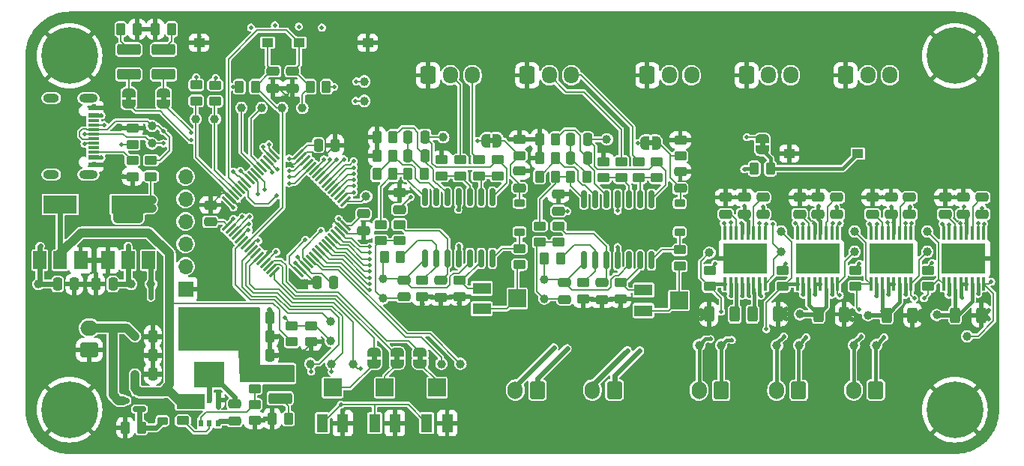
<source format=gbr>
%TF.GenerationSoftware,KiCad,Pcbnew,7.0.7*%
%TF.CreationDate,2024-02-16T21:08:36+01:00*%
%TF.ProjectId,OpenHand,4f70656e-4861-46e6-942e-6b696361645f,rev?*%
%TF.SameCoordinates,Original*%
%TF.FileFunction,Copper,L1,Top*%
%TF.FilePolarity,Positive*%
%FSLAX46Y46*%
G04 Gerber Fmt 4.6, Leading zero omitted, Abs format (unit mm)*
G04 Created by KiCad (PCBNEW 7.0.7) date 2024-02-16 21:08:36*
%MOMM*%
%LPD*%
G01*
G04 APERTURE LIST*
G04 Aperture macros list*
%AMRoundRect*
0 Rectangle with rounded corners*
0 $1 Rounding radius*
0 $2 $3 $4 $5 $6 $7 $8 $9 X,Y pos of 4 corners*
0 Add a 4 corners polygon primitive as box body*
4,1,4,$2,$3,$4,$5,$6,$7,$8,$9,$2,$3,0*
0 Add four circle primitives for the rounded corners*
1,1,$1+$1,$2,$3*
1,1,$1+$1,$4,$5*
1,1,$1+$1,$6,$7*
1,1,$1+$1,$8,$9*
0 Add four rect primitives between the rounded corners*
20,1,$1+$1,$2,$3,$4,$5,0*
20,1,$1+$1,$4,$5,$6,$7,0*
20,1,$1+$1,$6,$7,$8,$9,0*
20,1,$1+$1,$8,$9,$2,$3,0*%
%AMFreePoly0*
4,1,19,0.500000,-0.750000,0.000000,-0.750000,0.000000,-0.744911,-0.071157,-0.744911,-0.207708,-0.704816,-0.327430,-0.627875,-0.420627,-0.520320,-0.479746,-0.390866,-0.500000,-0.250000,-0.500000,0.250000,-0.479746,0.390866,-0.420627,0.520320,-0.327430,0.627875,-0.207708,0.704816,-0.071157,0.744911,0.000000,0.744911,0.000000,0.750000,0.500000,0.750000,0.500000,-0.750000,0.500000,-0.750000,
$1*%
%AMFreePoly1*
4,1,19,0.000000,0.744911,0.071157,0.744911,0.207708,0.704816,0.327430,0.627875,0.420627,0.520320,0.479746,0.390866,0.500000,0.250000,0.500000,-0.250000,0.479746,-0.390866,0.420627,-0.520320,0.327430,-0.627875,0.207708,-0.704816,0.071157,-0.744911,0.000000,-0.744911,0.000000,-0.750000,-0.500000,-0.750000,-0.500000,0.750000,0.000000,0.750000,0.000000,0.744911,0.000000,0.744911,
$1*%
G04 Aperture macros list end*
%TA.AperFunction,SMDPad,CuDef*%
%ADD10C,1.000000*%
%TD*%
%TA.AperFunction,SMDPad,CuDef*%
%ADD11RoundRect,0.100000X0.100000X-0.687500X0.100000X0.687500X-0.100000X0.687500X-0.100000X-0.687500X0*%
%TD*%
%TA.AperFunction,ComponentPad*%
%ADD12C,0.500000*%
%TD*%
%TA.AperFunction,SMDPad,CuDef*%
%ADD13R,5.000000X3.400000*%
%TD*%
%TA.AperFunction,SMDPad,CuDef*%
%ADD14RoundRect,0.250000X-0.450000X0.262500X-0.450000X-0.262500X0.450000X-0.262500X0.450000X0.262500X0*%
%TD*%
%TA.AperFunction,ComponentPad*%
%ADD15RoundRect,0.250000X0.600000X0.750000X-0.600000X0.750000X-0.600000X-0.750000X0.600000X-0.750000X0*%
%TD*%
%TA.AperFunction,ComponentPad*%
%ADD16O,1.700000X2.000000*%
%TD*%
%TA.AperFunction,SMDPad,CuDef*%
%ADD17RoundRect,0.250000X0.450000X-0.262500X0.450000X0.262500X-0.450000X0.262500X-0.450000X-0.262500X0*%
%TD*%
%TA.AperFunction,SMDPad,CuDef*%
%ADD18RoundRect,0.250000X0.312500X0.625000X-0.312500X0.625000X-0.312500X-0.625000X0.312500X-0.625000X0*%
%TD*%
%TA.AperFunction,ComponentPad*%
%ADD19C,0.800000*%
%TD*%
%TA.AperFunction,ComponentPad*%
%ADD20C,6.400000*%
%TD*%
%TA.AperFunction,SMDPad,CuDef*%
%ADD21R,1.500000X2.000000*%
%TD*%
%TA.AperFunction,SMDPad,CuDef*%
%ADD22R,3.800000X2.000000*%
%TD*%
%TA.AperFunction,SMDPad,CuDef*%
%ADD23RoundRect,0.225000X-0.375000X0.225000X-0.375000X-0.225000X0.375000X-0.225000X0.375000X0.225000X0*%
%TD*%
%TA.AperFunction,ComponentPad*%
%ADD24RoundRect,0.250000X-0.600000X-0.725000X0.600000X-0.725000X0.600000X0.725000X-0.600000X0.725000X0*%
%TD*%
%TA.AperFunction,ComponentPad*%
%ADD25O,1.700000X1.950000*%
%TD*%
%TA.AperFunction,SMDPad,CuDef*%
%ADD26FreePoly0,180.000000*%
%TD*%
%TA.AperFunction,SMDPad,CuDef*%
%ADD27FreePoly1,180.000000*%
%TD*%
%TA.AperFunction,SMDPad,CuDef*%
%ADD28RoundRect,0.250000X-0.250000X-0.475000X0.250000X-0.475000X0.250000X0.475000X-0.250000X0.475000X0*%
%TD*%
%TA.AperFunction,SMDPad,CuDef*%
%ADD29RoundRect,0.250000X0.475000X-0.250000X0.475000X0.250000X-0.475000X0.250000X-0.475000X-0.250000X0*%
%TD*%
%TA.AperFunction,SMDPad,CuDef*%
%ADD30RoundRect,0.250000X0.262500X0.450000X-0.262500X0.450000X-0.262500X-0.450000X0.262500X-0.450000X0*%
%TD*%
%TA.AperFunction,SMDPad,CuDef*%
%ADD31R,0.549999X0.800001*%
%TD*%
%TA.AperFunction,SMDPad,CuDef*%
%ADD32R,1.240000X0.600000*%
%TD*%
%TA.AperFunction,SMDPad,CuDef*%
%ADD33R,1.240000X0.300000*%
%TD*%
%TA.AperFunction,ComponentPad*%
%ADD34O,2.100000X1.000000*%
%TD*%
%TA.AperFunction,ComponentPad*%
%ADD35O,1.800000X1.000000*%
%TD*%
%TA.AperFunction,SMDPad,CuDef*%
%ADD36RoundRect,0.250000X0.250000X0.475000X-0.250000X0.475000X-0.250000X-0.475000X0.250000X-0.475000X0*%
%TD*%
%TA.AperFunction,SMDPad,CuDef*%
%ADD37R,1.250000X1.000000*%
%TD*%
%TA.AperFunction,SMDPad,CuDef*%
%ADD38RoundRect,0.250000X-0.475000X0.250000X-0.475000X-0.250000X0.475000X-0.250000X0.475000X0.250000X0*%
%TD*%
%TA.AperFunction,SMDPad,CuDef*%
%ADD39R,2.000000X1.300000*%
%TD*%
%TA.AperFunction,SMDPad,CuDef*%
%ADD40R,2.000000X2.000000*%
%TD*%
%TA.AperFunction,SMDPad,CuDef*%
%ADD41FreePoly0,270.000000*%
%TD*%
%TA.AperFunction,SMDPad,CuDef*%
%ADD42FreePoly1,270.000000*%
%TD*%
%TA.AperFunction,SMDPad,CuDef*%
%ADD43R,1.300000X2.000000*%
%TD*%
%TA.AperFunction,ComponentPad*%
%ADD44RoundRect,0.250000X0.750000X-0.600000X0.750000X0.600000X-0.750000X0.600000X-0.750000X-0.600000X0*%
%TD*%
%TA.AperFunction,ComponentPad*%
%ADD45O,2.000000X1.700000*%
%TD*%
%TA.AperFunction,SMDPad,CuDef*%
%ADD46FreePoly0,90.000000*%
%TD*%
%TA.AperFunction,SMDPad,CuDef*%
%ADD47FreePoly1,90.000000*%
%TD*%
%TA.AperFunction,SMDPad,CuDef*%
%ADD48RoundRect,0.250000X-0.262500X-0.450000X0.262500X-0.450000X0.262500X0.450000X-0.262500X0.450000X0*%
%TD*%
%TA.AperFunction,SMDPad,CuDef*%
%ADD49R,3.500000X2.950000*%
%TD*%
%TA.AperFunction,SMDPad,CuDef*%
%ADD50RoundRect,0.250000X-1.075000X0.375000X-1.075000X-0.375000X1.075000X-0.375000X1.075000X0.375000X0*%
%TD*%
%TA.AperFunction,SMDPad,CuDef*%
%ADD51RoundRect,0.150000X0.587500X0.150000X-0.587500X0.150000X-0.587500X-0.150000X0.587500X-0.150000X0*%
%TD*%
%TA.AperFunction,SMDPad,CuDef*%
%ADD52RoundRect,0.250000X-0.312500X-0.625000X0.312500X-0.625000X0.312500X0.625000X-0.312500X0.625000X0*%
%TD*%
%TA.AperFunction,SMDPad,CuDef*%
%ADD53RoundRect,0.250000X1.075000X-0.375000X1.075000X0.375000X-1.075000X0.375000X-1.075000X-0.375000X0*%
%TD*%
%TA.AperFunction,SMDPad,CuDef*%
%ADD54RoundRect,0.150000X-0.150000X0.837500X-0.150000X-0.837500X0.150000X-0.837500X0.150000X0.837500X0*%
%TD*%
%TA.AperFunction,SMDPad,CuDef*%
%ADD55RoundRect,0.075000X-0.441942X-0.548008X0.548008X0.441942X0.441942X0.548008X-0.548008X-0.441942X0*%
%TD*%
%TA.AperFunction,SMDPad,CuDef*%
%ADD56RoundRect,0.075000X0.441942X-0.548008X0.548008X-0.441942X-0.441942X0.548008X-0.548008X0.441942X0*%
%TD*%
%TA.AperFunction,ComponentPad*%
%ADD57R,1.700000X1.700000*%
%TD*%
%TA.AperFunction,ComponentPad*%
%ADD58O,1.700000X1.700000*%
%TD*%
%TA.AperFunction,ViaPad*%
%ADD59C,0.500000*%
%TD*%
%TA.AperFunction,Conductor*%
%ADD60C,0.400000*%
%TD*%
%TA.AperFunction,Conductor*%
%ADD61C,0.200000*%
%TD*%
%TA.AperFunction,Conductor*%
%ADD62C,0.500000*%
%TD*%
%TA.AperFunction,Conductor*%
%ADD63C,0.600000*%
%TD*%
%TA.AperFunction,Conductor*%
%ADD64C,1.000000*%
%TD*%
G04 APERTURE END LIST*
%TA.AperFunction,EtchedComponent*%
%TO.C,JP16*%
G36*
X152920000Y-114875000D02*
G01*
X152420000Y-114875000D01*
X152420000Y-114275000D01*
X152920000Y-114275000D01*
X152920000Y-114875000D01*
G37*
%TD.AperFunction*%
%TA.AperFunction,EtchedComponent*%
%TO.C,JP2*%
G36*
X115912500Y-110050000D02*
G01*
X115312500Y-110050000D01*
X115312500Y-109550000D01*
X115912500Y-109550000D01*
X115912500Y-110050000D01*
G37*
%TD.AperFunction*%
%TA.AperFunction,EtchedComponent*%
%TO.C,JP15*%
G36*
X170882500Y-115137500D02*
G01*
X170382500Y-115137500D01*
X170382500Y-114537500D01*
X170882500Y-114537500D01*
X170882500Y-115137500D01*
G37*
%TD.AperFunction*%
%TA.AperFunction,EtchedComponent*%
%TO.C,JP4*%
G36*
X112000000Y-110050000D02*
G01*
X111400000Y-110050000D01*
X111400000Y-109550000D01*
X112000000Y-109550000D01*
X112000000Y-110050000D01*
G37*
%TD.AperFunction*%
%TA.AperFunction,EtchedComponent*%
%TO.C,JP1*%
G36*
X144900000Y-139400000D02*
G01*
X144300000Y-139400000D01*
X144300000Y-138900000D01*
X144900000Y-138900000D01*
X144900000Y-139400000D01*
G37*
%TD.AperFunction*%
%TA.AperFunction,EtchedComponent*%
%TO.C,JP6*%
G36*
X139700000Y-139400000D02*
G01*
X139100000Y-139400000D01*
X139100000Y-138900000D01*
X139700000Y-138900000D01*
X139700000Y-139400000D01*
G37*
%TD.AperFunction*%
%TA.AperFunction,EtchedComponent*%
%TO.C,JP3*%
G36*
X183556533Y-115250000D02*
G01*
X182956533Y-115250000D01*
X182956533Y-114750000D01*
X183556533Y-114750000D01*
X183556533Y-115250000D01*
G37*
%TD.AperFunction*%
%TA.AperFunction,EtchedComponent*%
%TO.C,JP5*%
G36*
X142300000Y-139400000D02*
G01*
X141700000Y-139400000D01*
X141700000Y-138900000D01*
X142300000Y-138900000D01*
X142300000Y-139400000D01*
G37*
%TD.AperFunction*%
%TD*%
D10*
%TO.P,TP33,1,1*%
%TO.N,MOTOR_01_FAULT*%
X193675000Y-127150000D03*
%TD*%
D11*
%TO.P,U8,1,nSLEEP*%
%TO.N,MOTOR_02_EN*%
X195500000Y-130762500D03*
%TO.P,U8,2,AOUT1*%
%TO.N,MOTOR_02_P*%
X196150000Y-130762500D03*
%TO.P,U8,3,AISEN*%
%TO.N,Net-(U8-AISEN)*%
X196800000Y-130762500D03*
%TO.P,U8,4,AOUT2*%
%TO.N,MOTOR_02_N*%
X197450000Y-130762500D03*
%TO.P,U8,5,BOUT2*%
X198100000Y-130762500D03*
%TO.P,U8,6,BISEN*%
%TO.N,Net-(U8-AISEN)*%
X198750000Y-130762500D03*
%TO.P,U8,7,BOUT1*%
%TO.N,MOTOR_02_P*%
X199400000Y-130762500D03*
%TO.P,U8,8,nFAULT*%
%TO.N,MOTOR_02_FAULT*%
X200050000Y-130762500D03*
%TO.P,U8,9,BIN1*%
%TO.N,MOTOR_02_DIR*%
X200050000Y-125037500D03*
%TO.P,U8,10,BIN2*%
%TO.N,MOTOR_02_PWM*%
X199400000Y-125037500D03*
%TO.P,U8,11,VCP*%
%TO.N,Net-(U8-VCP)*%
X198750000Y-125037500D03*
%TO.P,U8,12,VM*%
%TO.N,+5V*%
X198100000Y-125037500D03*
%TO.P,U8,13,GND*%
%TO.N,Earth*%
X197450000Y-125037500D03*
%TO.P,U8,14,VINT*%
%TO.N,Net-(U8-VINT)*%
X196800000Y-125037500D03*
%TO.P,U8,15,AIN2*%
%TO.N,MOTOR_02_PWM*%
X196150000Y-125037500D03*
%TO.P,U8,16,AIN1*%
%TO.N,MOTOR_02_DIR*%
X195500000Y-125037500D03*
D12*
%TO.P,U8,17,GND(PPAD)*%
%TO.N,Earth*%
X196275000Y-128650000D03*
X197775000Y-128650000D03*
X199275000Y-128650000D03*
D13*
X197775000Y-127900000D03*
D12*
X196275000Y-127150000D03*
X197775000Y-127150000D03*
X199275000Y-127150000D03*
%TD*%
D14*
%TO.P,R21,1*%
%TO.N,Net-(U2-VFB)*%
X125900000Y-144387500D03*
%TO.P,R21,2*%
%TO.N,Earth*%
X125900000Y-146212500D03*
%TD*%
%TO.P,R29,1*%
%TO.N,Net-(R23-Pad2)*%
X158120000Y-124225000D03*
%TO.P,R29,2*%
%TO.N,EMG_1_MIDPOINT*%
X158120000Y-126050000D03*
%TD*%
D15*
%TO.P,J2,1,Pin_1*%
%TO.N,MOTOR_02_N*%
X187350000Y-142800000D03*
D16*
%TO.P,J2,2,Pin_2*%
%TO.N,MOTOR_02_P*%
X184850000Y-142800000D03*
%TD*%
D17*
%TO.P,R56,1*%
%TO.N,MOTOR_03_EN*%
X201975000Y-131062500D03*
%TO.P,R56,2*%
%TO.N,+5V*%
X201975000Y-129237500D03*
%TD*%
D18*
%TO.P,R59,1*%
%TO.N,Earth*%
X207937500Y-134300000D03*
%TO.P,R59,2*%
%TO.N,Net-(U9-AISEN)*%
X205012500Y-134300000D03*
%TD*%
D19*
%TO.P,H4,1,1*%
%TO.N,Earth*%
X202600000Y-145000000D03*
X203302944Y-143302944D03*
X203302944Y-146697056D03*
X205000000Y-142600000D03*
D20*
X205000000Y-145000000D03*
D19*
X205000000Y-147400000D03*
X206697056Y-143302944D03*
X206697056Y-146697056D03*
X207400000Y-145000000D03*
%TD*%
D10*
%TO.P,TP45,1,1*%
%TO.N,HAPTIC_EN*%
X177275000Y-127250000D03*
%TD*%
D14*
%TO.P,R31,1*%
%TO.N,Net-(R25-Pad2)*%
X140145000Y-124075000D03*
%TO.P,R31,2*%
%TO.N,EMG_2_MIDPOINT*%
X140145000Y-125900000D03*
%TD*%
D10*
%TO.P,TP27,1,1*%
%TO.N,EMG_2_MIDPOINT*%
X140400000Y-132400000D03*
%TD*%
D21*
%TO.P,U4,1,OUT*%
%TO.N,-5V*%
X101650000Y-128100000D03*
%TO.P,U4,2,IN*%
%TO.N,+BATT*%
X103950000Y-128100000D03*
D22*
X103950000Y-121800000D03*
D21*
%TO.P,U4,3,GND*%
%TO.N,Earth*%
X106250000Y-128100000D03*
%TD*%
D17*
%TO.P,R35,1*%
%TO.N,Net-(U6A--)*%
X153345000Y-118587500D03*
%TO.P,R35,2*%
%TO.N,Net-(C20-Pad1)*%
X153345000Y-116762500D03*
%TD*%
D23*
%TO.P,D3,1,K*%
%TO.N,+BATT*%
X115500000Y-142962500D03*
%TO.P,D3,2,A*%
%TO.N,Net-(D3-A)*%
X115500000Y-146262500D03*
%TD*%
D10*
%TO.P,TP6,1,1*%
%TO.N,Net-(U1-PA5)*%
X147000000Y-139800000D03*
%TD*%
D24*
%TO.P,J12,1,Pin_1*%
%TO.N,Earth*%
X145500000Y-107200000D03*
D25*
%TO.P,J12,2,Pin_2*%
%TO.N,EMG_02_P*%
X148000000Y-107200000D03*
%TO.P,J12,3,Pin_3*%
%TO.N,EMG_02_N*%
X150500000Y-107200000D03*
%TD*%
D24*
%TO.P,J9,1,Pin_1*%
%TO.N,Earth*%
X181450000Y-107200000D03*
D25*
%TO.P,J9,2,Pin_2*%
%TO.N,HALL_SENS_02_S*%
X183950000Y-107200000D03*
%TO.P,J9,3,Pin_3*%
%TO.N,+3V3*%
X186450000Y-107200000D03*
%TD*%
D26*
%TO.P,JP16,1,A*%
%TO.N,Net-(D6-K)*%
X153320000Y-114575000D03*
D27*
%TO.P,JP16,2,B*%
%TO.N,EMG_02_UC*%
X152020000Y-114575000D03*
%TD*%
D28*
%TO.P,C12,1*%
%TO.N,+5V*%
X125700000Y-138822500D03*
%TO.P,C12,2*%
%TO.N,Earth*%
X127600000Y-138822500D03*
%TD*%
D10*
%TO.P,TP3,1,1*%
%TO.N,USB_D-*%
X114300000Y-114900000D03*
%TD*%
D29*
%TO.P,C33,1*%
%TO.N,+5V*%
X197775000Y-122900000D03*
%TO.P,C33,2*%
%TO.N,Earth*%
X197775000Y-121000000D03*
%TD*%
D10*
%TO.P,TP17,1,1*%
%TO.N,UC_SDA*%
X119250000Y-112135000D03*
%TD*%
D30*
%TO.P,R23,1*%
%TO.N,Net-(C18-Pad2)*%
X163432500Y-118637500D03*
%TO.P,R23,2*%
%TO.N,Net-(R23-Pad2)*%
X161607500Y-118637500D03*
%TD*%
D31*
%TO.P,U2,1,GND*%
%TO.N,Earth*%
X121750000Y-143937499D03*
%TO.P,U2,2,SW*%
%TO.N,Net-(U2-SW)*%
X120799999Y-143937499D03*
%TO.P,U2,3,VIN*%
%TO.N,+BATT*%
X119850001Y-143937499D03*
%TO.P,U2,4,VFB*%
%TO.N,Net-(U2-VFB)*%
X119850001Y-146487499D03*
%TO.P,U2,5,EN*%
%TO.N,Net-(U2-EN)*%
X120799999Y-146487499D03*
%TO.P,U2,6,VBST*%
%TO.N,Net-(U2-VBST)*%
X121750000Y-146487499D03*
%TD*%
D10*
%TO.P,TP48,1,1*%
%TO.N,HAPTIC_FAULT*%
X185375000Y-127150000D03*
%TD*%
D29*
%TO.P,C26,1*%
%TO.N,Net-(D5-K)*%
X173982500Y-119975000D03*
%TO.P,C26,2*%
%TO.N,Earth*%
X173982500Y-118075000D03*
%TD*%
D32*
%TO.P,J5,A1,GND*%
%TO.N,Earth*%
X107725000Y-110900000D03*
%TO.P,J5,A4,VBUS*%
%TO.N,+5V*%
X107725000Y-111700000D03*
D33*
%TO.P,J5,A5,CC1*%
%TO.N,Net-(J5-CC1)*%
X107725000Y-112850000D03*
%TO.P,J5,A6,D+*%
%TO.N,USB_D-*%
X107725000Y-113850000D03*
%TO.P,J5,A7,D-*%
%TO.N,USB_D+*%
X107725000Y-114350000D03*
%TO.P,J5,A8,SBU1*%
%TO.N,unconnected-(J5-SBU1-PadA8)*%
X107725000Y-115350000D03*
D32*
%TO.P,J5,A9,VBUS*%
%TO.N,+5V*%
X107725000Y-116500000D03*
%TO.P,J5,A12,GND*%
%TO.N,Earth*%
X107725000Y-117300000D03*
%TO.P,J5,B1,GND*%
X107725000Y-117300000D03*
%TO.P,J5,B4,VBUS*%
%TO.N,+5V*%
X107725000Y-116500000D03*
D33*
%TO.P,J5,B5,CC2*%
%TO.N,Net-(J5-CC2)*%
X107725000Y-115850000D03*
%TO.P,J5,B6,D+*%
%TO.N,USB_D-*%
X107725000Y-114850000D03*
%TO.P,J5,B7,D-*%
%TO.N,USB_D+*%
X107725000Y-113350000D03*
%TO.P,J5,B8,SBU2*%
%TO.N,unconnected-(J5-SBU2-PadB8)*%
X107725000Y-112350000D03*
D32*
%TO.P,J5,B9,VBUS*%
%TO.N,+5V*%
X107725000Y-111700000D03*
%TO.P,J5,B12,GND*%
%TO.N,Earth*%
X107725000Y-110900000D03*
D34*
%TO.P,J5,S1,SHIELD*%
%TO.N,unconnected-(J5-SHIELD-PadS1)*%
X107125000Y-109780000D03*
D35*
X102925000Y-109780000D03*
D34*
X107125000Y-118420000D03*
D35*
X102925000Y-118420000D03*
%TD*%
D24*
%TO.P,J8,1,Pin_1*%
%TO.N,Earth*%
X156700000Y-107200000D03*
D25*
%TO.P,J8,2,Pin_2*%
%TO.N,EMG_01_P*%
X159200000Y-107200000D03*
%TO.P,J8,3,Pin_3*%
%TO.N,EMG_01_N*%
X161700000Y-107200000D03*
%TD*%
D29*
%TO.P,C23,1*%
%TO.N,EMG_2_MIDPOINT*%
X142745000Y-132225000D03*
%TO.P,C23,2*%
%TO.N,Net-(U6D-+)*%
X142745000Y-130325000D03*
%TD*%
%TO.P,C39,1*%
%TO.N,+5V*%
X181200000Y-122900000D03*
%TO.P,C39,2*%
%TO.N,Earth*%
X181200000Y-121000000D03*
%TD*%
D36*
%TO.P,C7,1*%
%TO.N,+BATT*%
X116300000Y-138802500D03*
%TO.P,C7,2*%
%TO.N,Earth*%
X114400000Y-138802500D03*
%TD*%
D17*
%TO.P,R53,1*%
%TO.N,MOTOR_02_EN*%
X193775000Y-131062500D03*
%TO.P,R53,2*%
%TO.N,+5V*%
X193775000Y-129237500D03*
%TD*%
D28*
%TO.P,C13,1*%
%TO.N,+5V*%
X125700000Y-134622500D03*
%TO.P,C13,2*%
%TO.N,Earth*%
X127600000Y-134622500D03*
%TD*%
D17*
%TO.P,R32,1*%
%TO.N,Net-(U5A--)*%
X171320000Y-118800000D03*
%TO.P,R32,2*%
%TO.N,Net-(C18-Pad1)*%
X171320000Y-116975000D03*
%TD*%
D10*
%TO.P,TP22,1,1*%
%TO.N,+3V3*%
X111950000Y-130800000D03*
%TD*%
%TO.P,TP2,1,1*%
%TO.N,USB_D+*%
X114300000Y-112900000D03*
%TD*%
D19*
%TO.P,H1,1,1*%
%TO.N,Earth*%
X102600000Y-105000000D03*
X103302944Y-103302944D03*
X103302944Y-106697056D03*
X105000000Y-102600000D03*
D20*
X105000000Y-105000000D03*
D19*
X105000000Y-107400000D03*
X106697056Y-103302944D03*
X106697056Y-106697056D03*
X107400000Y-105000000D03*
%TD*%
D10*
%TO.P,TP26,1,1*%
%TO.N,EMG_1_MIDPOINT*%
X158620000Y-132437500D03*
%TD*%
D29*
%TO.P,C16,1*%
%TO.N,+5V*%
X160220000Y-122537500D03*
%TO.P,C16,2*%
%TO.N,Earth*%
X160220000Y-120637500D03*
%TD*%
D37*
%TO.P,SW1,1,1*%
%TO.N,UC_RST*%
X127375000Y-103500000D03*
%TO.P,SW1,2,2*%
%TO.N,Earth*%
X119625000Y-103500000D03*
%TD*%
D10*
%TO.P,TP31,1,1*%
%TO.N,MOTOR_02_EN*%
X193675000Y-124850000D03*
%TD*%
D38*
%TO.P,C28,1*%
%TO.N,Earth*%
X187450000Y-121000000D03*
%TO.P,C28,2*%
%TO.N,Net-(U7-VINT)*%
X187450000Y-122900000D03*
%TD*%
D17*
%TO.P,R48,1*%
%TO.N,Net-(D5-K)*%
X173982500Y-116337500D03*
%TO.P,R48,2*%
%TO.N,Earth*%
X173982500Y-114512500D03*
%TD*%
%TO.P,R27,1*%
%TO.N,Net-(U6A-+)*%
X149145000Y-118587500D03*
%TO.P,R27,2*%
%TO.N,EMG_02_P*%
X149145000Y-116762500D03*
%TD*%
D10*
%TO.P,TP12,1,1*%
%TO.N,HALL_SENS_03_S*%
X137000000Y-139800000D03*
%TD*%
D14*
%TO.P,R24,1*%
%TO.N,Earth*%
X147045000Y-116750000D03*
%TO.P,R24,2*%
%TO.N,Net-(U6A-+)*%
X147045000Y-118575000D03*
%TD*%
D10*
%TO.P,TP40,1,1*%
%TO.N,MOTOR_01_P*%
X176100000Y-137700000D03*
%TD*%
D23*
%TO.P,D6,1,K*%
%TO.N,Net-(D6-K)*%
X155820000Y-121625000D03*
%TO.P,D6,2,A*%
%TO.N,Net-(D6-A)*%
X155820000Y-124925000D03*
%TD*%
D14*
%TO.P,R50,1*%
%TO.N,Net-(U6C--)*%
X144845000Y-130375000D03*
%TO.P,R50,2*%
%TO.N,Earth*%
X144845000Y-132200000D03*
%TD*%
D30*
%TO.P,R39,1*%
%TO.N,Net-(U6B--)*%
X141545000Y-116275000D03*
%TO.P,R39,2*%
%TO.N,Earth*%
X139720000Y-116275000D03*
%TD*%
%TO.P,R9,1*%
%TO.N,Net-(D1-K)*%
X116525000Y-102000000D03*
%TO.P,R9,2*%
%TO.N,Earth*%
X114700000Y-102000000D03*
%TD*%
D11*
%TO.P,U9,1,nSLEEP*%
%TO.N,MOTOR_03_EN*%
X203700000Y-130762500D03*
%TO.P,U9,2,AOUT1*%
%TO.N,MOTOR_03_P*%
X204350000Y-130762500D03*
%TO.P,U9,3,AISEN*%
%TO.N,Net-(U9-AISEN)*%
X205000000Y-130762500D03*
%TO.P,U9,4,AOUT2*%
%TO.N,MOTOR_03_N*%
X205650000Y-130762500D03*
%TO.P,U9,5,BOUT2*%
X206300000Y-130762500D03*
%TO.P,U9,6,BISEN*%
%TO.N,Net-(U9-AISEN)*%
X206950000Y-130762500D03*
%TO.P,U9,7,BOUT1*%
%TO.N,MOTOR_03_P*%
X207600000Y-130762500D03*
%TO.P,U9,8,nFAULT*%
%TO.N,MOTOR_03_FAULT*%
X208250000Y-130762500D03*
%TO.P,U9,9,BIN1*%
%TO.N,MOTOR_03_DIR*%
X208250000Y-125037500D03*
%TO.P,U9,10,BIN2*%
%TO.N,MOTOR_03_PWM*%
X207600000Y-125037500D03*
%TO.P,U9,11,VCP*%
%TO.N,Net-(U9-VCP)*%
X206950000Y-125037500D03*
%TO.P,U9,12,VM*%
%TO.N,+5V*%
X206300000Y-125037500D03*
%TO.P,U9,13,GND*%
%TO.N,Earth*%
X205650000Y-125037500D03*
%TO.P,U9,14,VINT*%
%TO.N,Net-(U9-VINT)*%
X205000000Y-125037500D03*
%TO.P,U9,15,AIN2*%
%TO.N,MOTOR_03_PWM*%
X204350000Y-125037500D03*
%TO.P,U9,16,AIN1*%
%TO.N,MOTOR_03_DIR*%
X203700000Y-125037500D03*
D12*
%TO.P,U9,17,GND(PPAD)*%
%TO.N,Earth*%
X204475000Y-128650000D03*
X205975000Y-128650000D03*
X207475000Y-128650000D03*
D13*
X205975000Y-127900000D03*
D12*
X204475000Y-127150000D03*
X205975000Y-127150000D03*
X207475000Y-127150000D03*
%TD*%
D10*
%TO.P,TP28,1,1*%
%TO.N,Net-(U5D-+)*%
X158620000Y-130237500D03*
%TD*%
D39*
%TO.P,RV4,1,1*%
%TO.N,Net-(R43-Pad2)*%
X169820000Y-133787500D03*
D40*
%TO.P,RV4,2,2*%
X173820000Y-132637500D03*
D39*
%TO.P,RV4,3,3*%
%TO.N,Net-(U5D--)*%
X169820000Y-131487500D03*
%TD*%
D18*
%TO.P,R60,1*%
%TO.N,Earth*%
X185037500Y-134200000D03*
%TO.P,R60,2*%
%TO.N,Net-(U10-BISEN)*%
X182112500Y-134200000D03*
%TD*%
D17*
%TO.P,R26,1*%
%TO.N,Net-(U5A-+)*%
X167320000Y-118787500D03*
%TO.P,R26,2*%
%TO.N,EMG_01_P*%
X167320000Y-116962500D03*
%TD*%
D29*
%TO.P,C22,1*%
%TO.N,EMG_1_MIDPOINT*%
X160920000Y-132525000D03*
%TO.P,C22,2*%
%TO.N,Net-(U5D-+)*%
X160920000Y-130625000D03*
%TD*%
D17*
%TO.P,R6,1*%
%TO.N,UC_SDA*%
X119300000Y-110112500D03*
%TO.P,R6,2*%
%TO.N,+3V3*%
X119300000Y-108287500D03*
%TD*%
D10*
%TO.P,TP13,1,1*%
%TO.N,UC_TX*%
X138300000Y-110100000D03*
%TD*%
%TO.P,TP30,1,1*%
%TO.N,MOTOR_01_EN*%
X185375000Y-124850000D03*
%TD*%
%TO.P,TP34,1,1*%
%TO.N,Net-(U8-AISEN)*%
X195175000Y-134300000D03*
%TD*%
D29*
%TO.P,C30,1*%
%TO.N,+5V*%
X191650000Y-122900000D03*
%TO.P,C30,2*%
%TO.N,Net-(U7-VCP)*%
X191650000Y-121000000D03*
%TD*%
D11*
%TO.P,U7,1,nSLEEP*%
%TO.N,MOTOR_01_EN*%
X187200000Y-130762500D03*
%TO.P,U7,2,AOUT1*%
%TO.N,MOTOR_01_P*%
X187850000Y-130762500D03*
%TO.P,U7,3,AISEN*%
%TO.N,Net-(U7-AISEN)*%
X188500000Y-130762500D03*
%TO.P,U7,4,AOUT2*%
%TO.N,MOTOR_01_N*%
X189150000Y-130762500D03*
%TO.P,U7,5,BOUT2*%
X189800000Y-130762500D03*
%TO.P,U7,6,BISEN*%
%TO.N,Net-(U7-AISEN)*%
X190450000Y-130762500D03*
%TO.P,U7,7,BOUT1*%
%TO.N,MOTOR_01_P*%
X191100000Y-130762500D03*
%TO.P,U7,8,nFAULT*%
%TO.N,MOTOR_01_FAULT*%
X191750000Y-130762500D03*
%TO.P,U7,9,BIN1*%
%TO.N,MOTOR_01_DIR*%
X191750000Y-125037500D03*
%TO.P,U7,10,BIN2*%
%TO.N,MOTOR_01_PWM*%
X191100000Y-125037500D03*
%TO.P,U7,11,VCP*%
%TO.N,Net-(U7-VCP)*%
X190450000Y-125037500D03*
%TO.P,U7,12,VM*%
%TO.N,+5V*%
X189800000Y-125037500D03*
%TO.P,U7,13,GND*%
%TO.N,Earth*%
X189150000Y-125037500D03*
%TO.P,U7,14,VINT*%
%TO.N,Net-(U7-VINT)*%
X188500000Y-125037500D03*
%TO.P,U7,15,AIN2*%
%TO.N,MOTOR_01_PWM*%
X187850000Y-125037500D03*
%TO.P,U7,16,AIN1*%
%TO.N,MOTOR_01_DIR*%
X187200000Y-125037500D03*
D12*
%TO.P,U7,17,GND(PPAD)*%
%TO.N,Earth*%
X187975000Y-128650000D03*
X189475000Y-128650000D03*
X190975000Y-128650000D03*
D13*
X189475000Y-127900000D03*
D12*
X187975000Y-127150000D03*
X189475000Y-127150000D03*
X190975000Y-127150000D03*
%TD*%
D15*
%TO.P,J1,1,Pin_1*%
%TO.N,MOTOR_01_N*%
X178600000Y-142800000D03*
D16*
%TO.P,J1,2,Pin_2*%
%TO.N,MOTOR_01_P*%
X176100000Y-142800000D03*
%TD*%
D10*
%TO.P,TP44,1,1*%
%TO.N,MOTOR_03_EN*%
X201875000Y-124850000D03*
%TD*%
%TO.P,TP25,1,1*%
%TO.N,Net-(C20-Pad1)*%
X147200000Y-114200000D03*
%TD*%
D41*
%TO.P,JP2,1,A*%
%TO.N,Net-(D1-A)*%
X115612500Y-109150000D03*
D42*
%TO.P,JP2,2,B*%
%TO.N,LED_1*%
X115612500Y-110450000D03*
%TD*%
D10*
%TO.P,TP1,1,1*%
%TO.N,UC_RST*%
X129000000Y-110900000D03*
%TD*%
%TO.P,TP8,1,1*%
%TO.N,Net-(U1-PA6)*%
X149150000Y-139800000D03*
%TD*%
D38*
%TO.P,C2,1*%
%TO.N,UC_BOOT*%
X130200000Y-106750000D03*
%TO.P,C2,2*%
%TO.N,Earth*%
X130200000Y-108650000D03*
%TD*%
D10*
%TO.P,TP19,1,1*%
%TO.N,BAT_P*%
X112400000Y-136700000D03*
%TD*%
D14*
%TO.P,R4,1*%
%TO.N,USB_D+*%
X114200000Y-116812500D03*
%TO.P,R4,2*%
%TO.N,+3V3*%
X114200000Y-118637500D03*
%TD*%
%TO.P,R22,1*%
%TO.N,Earth*%
X165320000Y-116975000D03*
%TO.P,R22,2*%
%TO.N,Net-(U5A-+)*%
X165320000Y-118800000D03*
%TD*%
D28*
%TO.P,C11,1*%
%TO.N,+5V*%
X125700000Y-136712500D03*
%TO.P,C11,2*%
%TO.N,Earth*%
X127600000Y-136712500D03*
%TD*%
D10*
%TO.P,TP15,1,1*%
%TO.N,Net-(U1-PC12)*%
X126700000Y-110900000D03*
%TD*%
D30*
%TO.P,R46,1*%
%TO.N,Net-(U5C--)*%
X160445000Y-127937500D03*
%TO.P,R46,2*%
%TO.N,Net-(U5D-+)*%
X158620000Y-127937500D03*
%TD*%
D14*
%TO.P,R45,1*%
%TO.N,Net-(U6D--)*%
X149045000Y-130375000D03*
%TO.P,R45,2*%
%TO.N,Earth*%
X149045000Y-132200000D03*
%TD*%
D43*
%TO.P,RV2,1,1*%
%TO.N,Earth*%
X141750000Y-146500000D03*
D40*
%TO.P,RV2,2,2*%
%TO.N,Net-(JP5-A)*%
X140600000Y-142500000D03*
D43*
%TO.P,RV2,3,3*%
%TO.N,+3V3*%
X139450000Y-146500000D03*
%TD*%
D26*
%TO.P,JP15,1,A*%
%TO.N,Net-(D5-K)*%
X171282500Y-114837500D03*
D27*
%TO.P,JP15,2,B*%
%TO.N,EMG_01_UC*%
X169982500Y-114837500D03*
%TD*%
D29*
%TO.P,C25,1*%
%TO.N,Earth*%
X146945000Y-132275000D03*
%TO.P,C25,2*%
%TO.N,Net-(U6C-+)*%
X146945000Y-130375000D03*
%TD*%
D36*
%TO.P,C8,1*%
%TO.N,+BATT*%
X116300000Y-136692500D03*
%TO.P,C8,2*%
%TO.N,Earth*%
X114400000Y-136692500D03*
%TD*%
D29*
%TO.P,C27,1*%
%TO.N,Net-(D6-K)*%
X155820000Y-119925000D03*
%TO.P,C27,2*%
%TO.N,Earth*%
X155820000Y-118025000D03*
%TD*%
D38*
%TO.P,C35,1*%
%TO.N,Earth*%
X179100000Y-121000000D03*
%TO.P,C35,2*%
%TO.N,Net-(U10-VINT)*%
X179100000Y-122900000D03*
%TD*%
%TO.P,C29,1*%
%TO.N,Earth*%
X195675000Y-121000000D03*
%TO.P,C29,2*%
%TO.N,Net-(U8-VINT)*%
X195675000Y-122900000D03*
%TD*%
D44*
%TO.P,J3,1,Pin_1*%
%TO.N,Earth*%
X107232500Y-138250000D03*
D45*
%TO.P,J3,2,Pin_2*%
%TO.N,BAT_P*%
X107232500Y-135750000D03*
%TD*%
D41*
%TO.P,JP4,1,A*%
%TO.N,Net-(D2-A)*%
X111700000Y-109150000D03*
D42*
%TO.P,JP4,2,B*%
%TO.N,LED_2*%
X111700000Y-110450000D03*
%TD*%
D23*
%TO.P,D5,1,K*%
%TO.N,Net-(D5-K)*%
X173920000Y-121637500D03*
%TO.P,D5,2,A*%
%TO.N,Net-(D5-A)*%
X173920000Y-124937500D03*
%TD*%
D18*
%TO.P,R54,1*%
%TO.N,Earth*%
X192487500Y-134212500D03*
%TO.P,R54,2*%
%TO.N,Net-(U7-AISEN)*%
X189562500Y-134212500D03*
%TD*%
D46*
%TO.P,JP1,1,A*%
%TO.N,Net-(JP1-A)*%
X144600000Y-139800000D03*
D47*
%TO.P,JP1,2,B*%
%TO.N,TRIM_POT_01*%
X144600000Y-138500000D03*
%TD*%
D10*
%TO.P,TP11,1,1*%
%TO.N,HALL_SENS_02_S*%
X134600000Y-139800000D03*
%TD*%
D29*
%TO.P,C38,1*%
%TO.N,+5V*%
X205975000Y-122900000D03*
%TO.P,C38,2*%
%TO.N,Earth*%
X205975000Y-121000000D03*
%TD*%
D10*
%TO.P,TP10,1,1*%
%TO.N,HALL_SENS_01_S*%
X132200000Y-139800000D03*
%TD*%
D36*
%TO.P,C9,1*%
%TO.N,+BATT*%
X116300000Y-140912500D03*
%TO.P,C9,2*%
%TO.N,Earth*%
X114400000Y-140912500D03*
%TD*%
D29*
%TO.P,C17,1*%
%TO.N,+5V*%
X142245000Y-122375000D03*
%TO.P,C17,2*%
%TO.N,Earth*%
X142245000Y-120475000D03*
%TD*%
D30*
%TO.P,R36,1*%
%TO.N,Net-(U6B-+)*%
X141545000Y-114175000D03*
%TO.P,R36,2*%
%TO.N,Earth*%
X139720000Y-114175000D03*
%TD*%
D14*
%TO.P,R18,1*%
%TO.N,+5V*%
X125900000Y-140787500D03*
%TO.P,R18,2*%
%TO.N,Net-(U2-VFB)*%
X125900000Y-142612500D03*
%TD*%
D10*
%TO.P,TP29,1,1*%
%TO.N,Net-(U6D-+)*%
X140400000Y-130200000D03*
%TD*%
D28*
%TO.P,C19,1*%
%TO.N,Net-(C18-Pad2)*%
X161607500Y-116537500D03*
%TO.P,C19,2*%
%TO.N,Net-(U5B-+)*%
X163507500Y-116537500D03*
%TD*%
D10*
%TO.P,TP32,1,1*%
%TO.N,Net-(U7-AISEN)*%
X187475000Y-134200000D03*
%TD*%
D24*
%TO.P,J13,1,Pin_1*%
%TO.N,Earth*%
X170250000Y-107200000D03*
D25*
%TO.P,J13,2,Pin_2*%
%TO.N,HALL_SENS_03_S*%
X172750000Y-107200000D03*
%TO.P,J13,3,Pin_3*%
%TO.N,+3V3*%
X175250000Y-107200000D03*
%TD*%
D36*
%TO.P,C18,1*%
%TO.N,Net-(C18-Pad1)*%
X163507500Y-114437500D03*
%TO.P,C18,2*%
%TO.N,Net-(C18-Pad2)*%
X161607500Y-114437500D03*
%TD*%
D10*
%TO.P,TP14,1,1*%
%TO.N,UC_RX*%
X138300000Y-107900000D03*
%TD*%
D37*
%TO.P,SW2,1,1*%
%TO.N,UC_BOOT*%
X130925000Y-103500000D03*
%TO.P,SW2,2,2*%
%TO.N,Earth*%
X138675000Y-103500000D03*
%TD*%
D14*
%TO.P,R42,1*%
%TO.N,Net-(D6-A)*%
X155820000Y-126762500D03*
%TO.P,R42,2*%
%TO.N,Net-(R42-Pad2)*%
X155820000Y-128587500D03*
%TD*%
D11*
%TO.P,U10,1,nSLEEP*%
%TO.N,HAPTIC_EN*%
X179025000Y-130762500D03*
%TO.P,U10,2,AOUT1*%
%TO.N,HAPTIC_01_P*%
X179675000Y-130762500D03*
%TO.P,U10,3,AISEN*%
%TO.N,Net-(U10-AISEN)*%
X180325000Y-130762500D03*
%TO.P,U10,4,AOUT2*%
%TO.N,HAPTIC_01_N*%
X180975000Y-130762500D03*
%TO.P,U10,5,BOUT2*%
%TO.N,HAPTIC_02_N*%
X181625000Y-130762500D03*
%TO.P,U10,6,BISEN*%
%TO.N,Net-(U10-BISEN)*%
X182275000Y-130762500D03*
%TO.P,U10,7,BOUT1*%
%TO.N,HAPTIC_02_P*%
X182925000Y-130762500D03*
%TO.P,U10,8,nFAULT*%
%TO.N,HAPTIC_FAULT*%
X183575000Y-130762500D03*
%TO.P,U10,9,BIN1*%
%TO.N,HAPTIC_02_DIR*%
X183575000Y-125037500D03*
%TO.P,U10,10,BIN2*%
%TO.N,HAPTIC_02_PWM*%
X182925000Y-125037500D03*
%TO.P,U10,11,VCP*%
%TO.N,Net-(U10-VCP)*%
X182275000Y-125037500D03*
%TO.P,U10,12,VM*%
%TO.N,+5V*%
X181625000Y-125037500D03*
%TO.P,U10,13,GND*%
%TO.N,Earth*%
X180975000Y-125037500D03*
%TO.P,U10,14,VINT*%
%TO.N,Net-(U10-VINT)*%
X180325000Y-125037500D03*
%TO.P,U10,15,AIN2*%
%TO.N,HAPTIC_01_PWM*%
X179675000Y-125037500D03*
%TO.P,U10,16,AIN1*%
%TO.N,HAPTIC_01_DIR*%
X179025000Y-125037500D03*
D12*
%TO.P,U10,17,GND(PPAD)*%
%TO.N,Earth*%
X179800000Y-128650000D03*
X181300000Y-128650000D03*
X182800000Y-128650000D03*
D13*
X181300000Y-127900000D03*
D12*
X179800000Y-127150000D03*
X181300000Y-127150000D03*
X182800000Y-127150000D03*
%TD*%
D17*
%TO.P,R57,1*%
%TO.N,HAPTIC_EN*%
X177300000Y-131062500D03*
%TO.P,R57,2*%
%TO.N,+5V*%
X177300000Y-129237500D03*
%TD*%
D28*
%TO.P,C21,1*%
%TO.N,Net-(C20-Pad2)*%
X143245000Y-116275000D03*
%TO.P,C21,2*%
%TO.N,Net-(U6B-+)*%
X145145000Y-116275000D03*
%TD*%
D29*
%TO.P,C32,1*%
%TO.N,+5V*%
X189550000Y-122900000D03*
%TO.P,C32,2*%
%TO.N,Earth*%
X189550000Y-121000000D03*
%TD*%
D48*
%TO.P,R19,1*%
%TO.N,Earth*%
X111287500Y-147012500D03*
%TO.P,R19,2*%
%TO.N,Net-(D3-A)*%
X113112500Y-147012500D03*
%TD*%
D14*
%TO.P,R49,1*%
%TO.N,Net-(U5C--)*%
X163020000Y-130650000D03*
%TO.P,R49,2*%
%TO.N,Earth*%
X163020000Y-132475000D03*
%TD*%
D48*
%TO.P,R1,1*%
%TO.N,+3V3*%
X124175000Y-108500000D03*
%TO.P,R1,2*%
%TO.N,UC_RST*%
X126000000Y-108500000D03*
%TD*%
%TO.P,R8,1*%
%TO.N,+3V3*%
X182344033Y-117748470D03*
%TO.P,R8,2*%
%TO.N,Net-(JP3-A)*%
X184169033Y-117748470D03*
%TD*%
D28*
%TO.P,C15,1*%
%TO.N,-5V*%
X103650000Y-130800000D03*
%TO.P,C15,2*%
%TO.N,Earth*%
X105550000Y-130800000D03*
%TD*%
D17*
%TO.P,R52,1*%
%TO.N,MOTOR_01_EN*%
X185550000Y-131062500D03*
%TO.P,R52,2*%
%TO.N,+5V*%
X185550000Y-129237500D03*
%TD*%
D49*
%TO.P,L1,1,1*%
%TO.N,Net-(U2-SW)*%
X120800000Y-141037500D03*
%TO.P,L1,2,2*%
%TO.N,+5V*%
X120800000Y-135587500D03*
%TD*%
D50*
%TO.P,D2,1,K*%
%TO.N,Net-(D2-K)*%
X111700000Y-104300000D03*
%TO.P,D2,2,A*%
%TO.N,Net-(D2-A)*%
X111700000Y-107100000D03*
%TD*%
D10*
%TO.P,TP47,1,1*%
%TO.N,MOTOR_03_FAULT*%
X206375000Y-136700000D03*
%TD*%
%TO.P,TP18,1,1*%
%TO.N,Net-(U1-PB12)*%
X138500000Y-120900000D03*
%TD*%
D51*
%TO.P,Q1,1,G*%
%TO.N,Net-(D3-A)*%
X112900000Y-144912500D03*
%TO.P,Q1,2,S*%
%TO.N,+BATT*%
X112900000Y-143012500D03*
%TO.P,Q1,3,D*%
%TO.N,BAT_P*%
X111025000Y-143962500D03*
%TD*%
D10*
%TO.P,TP9,1,1*%
%TO.N,Net-(U1-PC0)*%
X134500000Y-137200000D03*
%TD*%
%TO.P,TP4,1,1*%
%TO.N,UC_BOOT*%
X131300000Y-110900000D03*
%TD*%
D17*
%TO.P,R40,1*%
%TO.N,EMG_1_MIDPOINT*%
X160220000Y-126050000D03*
%TO.P,R40,2*%
%TO.N,Net-(U5C-+)*%
X160220000Y-124225000D03*
%TD*%
D29*
%TO.P,C36,1*%
%TO.N,+5V*%
X208075000Y-122900000D03*
%TO.P,C36,2*%
%TO.N,Net-(U9-VCP)*%
X208075000Y-121000000D03*
%TD*%
D30*
%TO.P,R38,1*%
%TO.N,Net-(U5B--)*%
X159907500Y-116537500D03*
%TO.P,R38,2*%
%TO.N,Earth*%
X158082500Y-116537500D03*
%TD*%
D10*
%TO.P,TP41,1,1*%
%TO.N,MOTOR_02_P*%
X184900000Y-137700000D03*
%TD*%
D38*
%TO.P,C4,1*%
%TO.N,+3V3*%
X138200000Y-122850000D03*
%TO.P,C4,2*%
%TO.N,Earth*%
X138200000Y-124750000D03*
%TD*%
D14*
%TO.P,R3,1*%
%TO.N,Net-(J5-CC2)*%
X112100000Y-116812500D03*
%TO.P,R3,2*%
%TO.N,Earth*%
X112100000Y-118637500D03*
%TD*%
D21*
%TO.P,U3,1,GND*%
%TO.N,Earth*%
X109300000Y-128100000D03*
%TO.P,U3,2,VO*%
%TO.N,+3V3*%
X111600000Y-128100000D03*
D22*
X111600000Y-121800000D03*
D21*
%TO.P,U3,3,VI*%
%TO.N,+5V*%
X113900000Y-128100000D03*
%TD*%
D17*
%TO.P,R51,1*%
%TO.N,Net-(D6-K)*%
X155820000Y-116287500D03*
%TO.P,R51,2*%
%TO.N,Earth*%
X155820000Y-114462500D03*
%TD*%
D10*
%TO.P,TP46,1,1*%
%TO.N,Net-(U9-AISEN)*%
X202937500Y-134287500D03*
%TD*%
D17*
%TO.P,R2,1*%
%TO.N,Net-(J5-CC1)*%
X112100000Y-115025000D03*
%TO.P,R2,2*%
%TO.N,Earth*%
X112100000Y-113200000D03*
%TD*%
D24*
%TO.P,J4,1,Pin_1*%
%TO.N,Earth*%
X192650000Y-107200000D03*
D25*
%TO.P,J4,2,Pin_2*%
%TO.N,HALL_SENS_01_S*%
X195150000Y-107200000D03*
%TO.P,J4,3,Pin_3*%
%TO.N,+3V3*%
X197650000Y-107200000D03*
%TD*%
D46*
%TO.P,JP6,1,A*%
%TO.N,Net-(JP6-A)*%
X139400000Y-139800000D03*
D47*
%TO.P,JP6,2,B*%
%TO.N,TRIM_POT_03*%
X139400000Y-138500000D03*
%TD*%
D19*
%TO.P,H3,1,1*%
%TO.N,Earth*%
X102600000Y-145000000D03*
X103302944Y-143302944D03*
X103302944Y-146697056D03*
X105000000Y-142600000D03*
D20*
X105000000Y-145000000D03*
D19*
X105000000Y-147400000D03*
X106697056Y-143302944D03*
X106697056Y-146697056D03*
X107400000Y-145000000D03*
%TD*%
D15*
%TO.P,J11,1,Pin_1*%
%TO.N,HAPTIC_02_N*%
X166550000Y-142767500D03*
D16*
%TO.P,J11,2,Pin_2*%
%TO.N,HAPTIC_02_P*%
X164050000Y-142767500D03*
%TD*%
D36*
%TO.P,C14,1*%
%TO.N,+3V3*%
X109900000Y-130800000D03*
%TO.P,C14,2*%
%TO.N,Earth*%
X108000000Y-130800000D03*
%TD*%
%TO.P,C20,1*%
%TO.N,Net-(C20-Pad1)*%
X145145000Y-114175000D03*
%TO.P,C20,2*%
%TO.N,Net-(C20-Pad2)*%
X143245000Y-114175000D03*
%TD*%
D50*
%TO.P,D1,1,K*%
%TO.N,Net-(D1-K)*%
X115612500Y-104300000D03*
%TO.P,D1,2,A*%
%TO.N,Net-(D1-A)*%
X115612500Y-107100000D03*
%TD*%
D10*
%TO.P,TP7,1,1*%
%TO.N,Net-(U1-PD2)*%
X124400000Y-110900000D03*
%TD*%
D15*
%TO.P,J6,1,Pin_1*%
%TO.N,MOTOR_03_N*%
X196050000Y-142767500D03*
D16*
%TO.P,J6,2,Pin_2*%
%TO.N,MOTOR_03_P*%
X193550000Y-142767500D03*
%TD*%
D39*
%TO.P,RV5,1,1*%
%TO.N,Net-(R42-Pad2)*%
X151545000Y-133575000D03*
D40*
%TO.P,RV5,2,2*%
X155545000Y-132425000D03*
D39*
%TO.P,RV5,3,3*%
%TO.N,Net-(U6D--)*%
X151545000Y-131275000D03*
%TD*%
D46*
%TO.P,JP3,1,A*%
%TO.N,Net-(JP3-A)*%
X183256533Y-115650000D03*
D47*
%TO.P,JP3,2,B*%
%TO.N,BTN_01*%
X183256533Y-114350000D03*
%TD*%
D52*
%TO.P,R58,1*%
%TO.N,Earth*%
X177212500Y-134200000D03*
%TO.P,R58,2*%
%TO.N,Net-(U10-AISEN)*%
X180137500Y-134200000D03*
%TD*%
D29*
%TO.P,C31,1*%
%TO.N,+5V*%
X199875000Y-122900000D03*
%TO.P,C31,2*%
%TO.N,Net-(U8-VCP)*%
X199875000Y-121000000D03*
%TD*%
D15*
%TO.P,J7,1,Pin_1*%
%TO.N,HAPTIC_01_N*%
X157850000Y-142767500D03*
D16*
%TO.P,J7,2,Pin_2*%
%TO.N,HAPTIC_01_P*%
X155350000Y-142767500D03*
%TD*%
D10*
%TO.P,TP35,1,1*%
%TO.N,MOTOR_02_FAULT*%
X201875000Y-127150000D03*
%TD*%
D30*
%TO.P,R33,1*%
%TO.N,Net-(U5B-+)*%
X159907500Y-114437500D03*
%TO.P,R33,2*%
%TO.N,Earth*%
X158082500Y-114437500D03*
%TD*%
D17*
%TO.P,R28,1*%
%TO.N,Net-(U5A--)*%
X169320000Y-118787500D03*
%TO.P,R28,2*%
%TO.N,EMG_01_N*%
X169320000Y-116962500D03*
%TD*%
%TO.P,R30,1*%
%TO.N,Net-(U6A--)*%
X151245000Y-118587500D03*
%TO.P,R30,2*%
%TO.N,EMG_02_N*%
X151245000Y-116762500D03*
%TD*%
D29*
%TO.P,C24,1*%
%TO.N,Earth*%
X165120000Y-132525000D03*
%TO.P,C24,2*%
%TO.N,Net-(U5C-+)*%
X165120000Y-130625000D03*
%TD*%
D10*
%TO.P,TP42,1,1*%
%TO.N,MOTOR_01_N*%
X178600000Y-137700000D03*
%TD*%
D53*
%TO.P,D4,1,K*%
%TO.N,Net-(D4-K)*%
X128800000Y-143700000D03*
%TO.P,D4,2,A*%
%TO.N,+5V*%
X128800000Y-140900000D03*
%TD*%
D38*
%TO.P,C10,1*%
%TO.N,Net-(U2-SW)*%
X123650001Y-144362499D03*
%TO.P,C10,2*%
%TO.N,Net-(U2-VBST)*%
X123650001Y-146262499D03*
%TD*%
D10*
%TO.P,TP16,1,1*%
%TO.N,UC_SCL*%
X121400000Y-112135000D03*
%TD*%
D29*
%TO.P,C6,1*%
%TO.N,+3V3*%
X120900000Y-123750000D03*
%TO.P,C6,2*%
%TO.N,Earth*%
X120900000Y-121850000D03*
%TD*%
D14*
%TO.P,R44,1*%
%TO.N,Net-(U5D--)*%
X167220000Y-130650000D03*
%TO.P,R44,2*%
%TO.N,Earth*%
X167220000Y-132475000D03*
%TD*%
D17*
%TO.P,R41,1*%
%TO.N,EMG_2_MIDPOINT*%
X142245000Y-125900000D03*
%TO.P,R41,2*%
%TO.N,Net-(U6C-+)*%
X142245000Y-124075000D03*
%TD*%
D18*
%TO.P,R55,1*%
%TO.N,Earth*%
X200212500Y-134312500D03*
%TO.P,R55,2*%
%TO.N,Net-(U8-AISEN)*%
X197287500Y-134312500D03*
%TD*%
D48*
%TO.P,R34,1*%
%TO.N,Net-(U5B--)*%
X158095000Y-118637500D03*
%TO.P,R34,2*%
%TO.N,Net-(R23-Pad2)*%
X159920000Y-118637500D03*
%TD*%
D54*
%TO.P,U5,1*%
%TO.N,Net-(C18-Pad1)*%
X170720000Y-121175000D03*
%TO.P,U5,2,-*%
%TO.N,Net-(U5A--)*%
X169450000Y-121175000D03*
%TO.P,U5,3,+*%
%TO.N,Net-(U5A-+)*%
X168180000Y-121175000D03*
%TO.P,U5,4,V+*%
%TO.N,+5V*%
X166910000Y-121175000D03*
%TO.P,U5,5,+*%
%TO.N,Net-(U5B-+)*%
X165640000Y-121175000D03*
%TO.P,U5,6,-*%
%TO.N,Net-(U5B--)*%
X164370000Y-121175000D03*
%TO.P,U5,7*%
%TO.N,Net-(R23-Pad2)*%
X163100000Y-121175000D03*
%TO.P,U5,8*%
%TO.N,Net-(U5D-+)*%
X163100000Y-128100000D03*
%TO.P,U5,9,-*%
%TO.N,Net-(U5C--)*%
X164370000Y-128100000D03*
%TO.P,U5,10,+*%
%TO.N,Net-(U5C-+)*%
X165640000Y-128100000D03*
%TO.P,U5,11,V-*%
%TO.N,-5V*%
X166910000Y-128100000D03*
%TO.P,U5,12,+*%
%TO.N,Net-(U5D-+)*%
X168180000Y-128100000D03*
%TO.P,U5,13,-*%
%TO.N,Net-(U5D--)*%
X169450000Y-128100000D03*
%TO.P,U5,14*%
%TO.N,Net-(D5-A)*%
X170720000Y-128100000D03*
%TD*%
D30*
%TO.P,R47,1*%
%TO.N,Net-(U6C--)*%
X142370000Y-127775000D03*
%TO.P,R47,2*%
%TO.N,Net-(U6D-+)*%
X140545000Y-127775000D03*
%TD*%
D37*
%TO.P,SW3,1,1*%
%TO.N,Net-(JP3-A)*%
X194032360Y-116050857D03*
%TO.P,SW3,2,2*%
%TO.N,Earth*%
X186282360Y-116050857D03*
%TD*%
D14*
%TO.P,R43,1*%
%TO.N,Net-(D5-A)*%
X173920000Y-126925000D03*
%TO.P,R43,2*%
%TO.N,Net-(R43-Pad2)*%
X173920000Y-128750000D03*
%TD*%
D10*
%TO.P,TP24,1,1*%
%TO.N,Net-(C18-Pad1)*%
X165682500Y-114437500D03*
%TD*%
D43*
%TO.P,RV1,1,1*%
%TO.N,Earth*%
X147650000Y-146500000D03*
D40*
%TO.P,RV1,2,2*%
%TO.N,Net-(JP1-A)*%
X146500000Y-142500000D03*
D43*
%TO.P,RV1,3,3*%
%TO.N,+3V3*%
X145350000Y-146500000D03*
%TD*%
D10*
%TO.P,TP20,1,1*%
%TO.N,+BATT*%
X112400000Y-141012500D03*
%TD*%
D30*
%TO.P,R20,1*%
%TO.N,Net-(D4-K)*%
X129712500Y-146000000D03*
%TO.P,R20,2*%
%TO.N,Earth*%
X127887500Y-146000000D03*
%TD*%
D19*
%TO.P,H2,1,1*%
%TO.N,Earth*%
X202600000Y-105000000D03*
X203302944Y-103302944D03*
X203302944Y-106697056D03*
X205000000Y-102600000D03*
D20*
X205000000Y-105000000D03*
D19*
X205000000Y-107400000D03*
X206697056Y-103302944D03*
X206697056Y-106697056D03*
X207400000Y-105000000D03*
%TD*%
D17*
%TO.P,R17,1*%
%TO.N,Net-(U2-EN)*%
X117800000Y-146225000D03*
%TO.P,R17,2*%
%TO.N,+BATT*%
X117800000Y-144400000D03*
%TD*%
D28*
%TO.P,C5,1*%
%TO.N,+3V3*%
X133100000Y-115100000D03*
%TO.P,C5,2*%
%TO.N,Earth*%
X135000000Y-115100000D03*
%TD*%
D38*
%TO.P,C34,1*%
%TO.N,Earth*%
X203875000Y-121000000D03*
%TO.P,C34,2*%
%TO.N,Net-(U9-VINT)*%
X203875000Y-122900000D03*
%TD*%
D30*
%TO.P,R25,1*%
%TO.N,Net-(C20-Pad2)*%
X145070000Y-118375000D03*
%TO.P,R25,2*%
%TO.N,Net-(R25-Pad2)*%
X143245000Y-118375000D03*
%TD*%
D48*
%TO.P,R37,1*%
%TO.N,Net-(U6B--)*%
X139720000Y-118375000D03*
%TO.P,R37,2*%
%TO.N,Net-(R25-Pad2)*%
X141545000Y-118375000D03*
%TD*%
D17*
%TO.P,R7,1*%
%TO.N,UC_SCL*%
X121450000Y-110135000D03*
%TO.P,R7,2*%
%TO.N,+3V3*%
X121450000Y-108310000D03*
%TD*%
D10*
%TO.P,TP53,1,1*%
%TO.N,MOTOR_03_P*%
X193600000Y-137700000D03*
%TD*%
D30*
%TO.P,R5,1*%
%TO.N,+3V3*%
X134012500Y-108500000D03*
%TO.P,R5,2*%
%TO.N,UC_BOOT*%
X132187500Y-108500000D03*
%TD*%
D43*
%TO.P,RV3,1,1*%
%TO.N,Earth*%
X135850000Y-146500000D03*
D40*
%TO.P,RV3,2,2*%
%TO.N,Net-(JP6-A)*%
X134700000Y-142500000D03*
D43*
%TO.P,RV3,3,3*%
%TO.N,+3V3*%
X133550000Y-146500000D03*
%TD*%
D10*
%TO.P,TP21,1,1*%
%TO.N,+5V*%
X114200000Y-130800000D03*
%TD*%
D54*
%TO.P,U6,1*%
%TO.N,Net-(C20-Pad1)*%
X152745000Y-120950000D03*
%TO.P,U6,2,-*%
%TO.N,Net-(U6A--)*%
X151475000Y-120950000D03*
%TO.P,U6,3,+*%
%TO.N,Net-(U6A-+)*%
X150205000Y-120950000D03*
%TO.P,U6,4,V+*%
%TO.N,+5V*%
X148935000Y-120950000D03*
%TO.P,U6,5,+*%
%TO.N,Net-(U6B-+)*%
X147665000Y-120950000D03*
%TO.P,U6,6,-*%
%TO.N,Net-(U6B--)*%
X146395000Y-120950000D03*
%TO.P,U6,7*%
%TO.N,Net-(R25-Pad2)*%
X145125000Y-120950000D03*
%TO.P,U6,8*%
%TO.N,Net-(U6D-+)*%
X145125000Y-127875000D03*
%TO.P,U6,9,-*%
%TO.N,Net-(U6C--)*%
X146395000Y-127875000D03*
%TO.P,U6,10,+*%
%TO.N,Net-(U6C-+)*%
X147665000Y-127875000D03*
%TO.P,U6,11,V-*%
%TO.N,-5V*%
X148935000Y-127875000D03*
%TO.P,U6,12,+*%
%TO.N,Net-(U6D-+)*%
X150205000Y-127875000D03*
%TO.P,U6,13,-*%
%TO.N,Net-(U6D--)*%
X151475000Y-127875000D03*
%TO.P,U6,14*%
%TO.N,Net-(D6-A)*%
X152745000Y-127875000D03*
%TD*%
D17*
%TO.P,R12,1*%
%TO.N,Earth*%
X132250000Y-137337500D03*
%TO.P,R12,2*%
%TO.N,Net-(U1-PC0)*%
X132250000Y-135512500D03*
%TD*%
D46*
%TO.P,JP5,1,A*%
%TO.N,Net-(JP5-A)*%
X142000000Y-139800000D03*
D47*
%TO.P,JP5,2,B*%
%TO.N,TRIM_POT_02*%
X142000000Y-138500000D03*
%TD*%
D10*
%TO.P,TP54,1,1*%
%TO.N,MOTOR_03_N*%
X196100000Y-137700000D03*
%TD*%
D55*
%TO.P,U1,1,VBAT*%
%TO.N,+3V3*%
X122835519Y-124161181D03*
%TO.P,U1,2,PC13*%
%TO.N,HW_REV_01*%
X123189072Y-124514734D03*
%TO.P,U1,3,PC14*%
%TO.N,HW_REV_02*%
X123542625Y-124868287D03*
%TO.P,U1,4,PC15*%
%TO.N,HW_REV_03*%
X123896179Y-125221841D03*
%TO.P,U1,5,PD0*%
%TO.N,HW_REV_04*%
X124249732Y-125575394D03*
%TO.P,U1,6,PD1*%
%TO.N,Net-(U1-PD1)*%
X124603286Y-125928948D03*
%TO.P,U1,7,NRST*%
%TO.N,UC_RST*%
X124956839Y-126282501D03*
%TO.P,U1,8,PC0*%
%TO.N,Net-(U1-PC0)*%
X125310392Y-126636054D03*
%TO.P,U1,9,PC1*%
%TO.N,HALL_SENS_01_S*%
X125663946Y-126989608D03*
%TO.P,U1,10,PC2*%
%TO.N,HALL_SENS_02_S*%
X126017499Y-127343161D03*
%TO.P,U1,11,PC3*%
%TO.N,HALL_SENS_03_S*%
X126371052Y-127696714D03*
%TO.P,U1,12,VSSA*%
%TO.N,Earth*%
X126724606Y-128050268D03*
%TO.P,U1,13,VDDA*%
%TO.N,+3V3*%
X127078159Y-128403821D03*
%TO.P,U1,14,PA0*%
%TO.N,TRIM_POT_01*%
X127431713Y-128757375D03*
%TO.P,U1,15,PA1*%
%TO.N,TRIM_POT_02*%
X127785266Y-129110928D03*
%TO.P,U1,16,PA2*%
%TO.N,TRIM_POT_03*%
X128138819Y-129464481D03*
D56*
%TO.P,U1,17,PA3*%
%TO.N,EMG_01_UC*%
X130861181Y-129464481D03*
%TO.P,U1,18,VSS*%
%TO.N,Earth*%
X131214734Y-129110928D03*
%TO.P,U1,19,VDD*%
%TO.N,+3V3*%
X131568287Y-128757375D03*
%TO.P,U1,20,PA4*%
%TO.N,EMG_02_UC*%
X131921841Y-128403821D03*
%TO.P,U1,21,PA5*%
%TO.N,Net-(U1-PA5)*%
X132275394Y-128050268D03*
%TO.P,U1,22,PA6*%
%TO.N,Net-(U1-PA6)*%
X132628948Y-127696714D03*
%TO.P,U1,23,PA7*%
%TO.N,MOTOR_01_EN*%
X132982501Y-127343161D03*
%TO.P,U1,24,PC4*%
%TO.N,MOTOR_02_EN*%
X133336054Y-126989608D03*
%TO.P,U1,25,PC5*%
%TO.N,MOTOR_03_EN*%
X133689608Y-126636054D03*
%TO.P,U1,26,PB0*%
%TO.N,HAPTIC_EN*%
X134043161Y-126282501D03*
%TO.P,U1,27,PB1*%
%TO.N,MOTOR_01_FAULT*%
X134396714Y-125928948D03*
%TO.P,U1,28,PB2*%
%TO.N,MOTOR_02_FAULT*%
X134750268Y-125575394D03*
%TO.P,U1,29,PB10*%
%TO.N,MOTOR_03_FAULT*%
X135103821Y-125221841D03*
%TO.P,U1,30,PB11*%
%TO.N,HAPTIC_FAULT*%
X135457375Y-124868287D03*
%TO.P,U1,31,VSS*%
%TO.N,Earth*%
X135810928Y-124514734D03*
%TO.P,U1,32,VDD*%
%TO.N,+3V3*%
X136164481Y-124161181D03*
D55*
%TO.P,U1,33,PB12*%
%TO.N,Net-(U1-PB12)*%
X136164481Y-121438819D03*
%TO.P,U1,34,PB13*%
%TO.N,HAPTIC_02_DIR*%
X135810928Y-121085266D03*
%TO.P,U1,35,PB14*%
%TO.N,HAPTIC_02_PWM*%
X135457375Y-120731713D03*
%TO.P,U1,36,PB15*%
%TO.N,HAPTIC_01_DIR*%
X135103821Y-120378159D03*
%TO.P,U1,37,PC6*%
%TO.N,HAPTIC_01_PWM*%
X134750268Y-120024606D03*
%TO.P,U1,38,PC7*%
%TO.N,MOTOR_03_DIR*%
X134396714Y-119671052D03*
%TO.P,U1,39,PC8*%
%TO.N,MOTOR_03_PWM*%
X134043161Y-119317499D03*
%TO.P,U1,40,PC9*%
%TO.N,MOTOR_02_DIR*%
X133689608Y-118963946D03*
%TO.P,U1,41,PA8*%
%TO.N,MOTOR_02_PWM*%
X133336054Y-118610392D03*
%TO.P,U1,42,PA9*%
%TO.N,MOTOR_01_DIR*%
X132982501Y-118256839D03*
%TO.P,U1,43,PA10*%
%TO.N,MOTOR_01_PWM*%
X132628948Y-117903286D03*
%TO.P,U1,44,PA11*%
%TO.N,USB_D-*%
X132275394Y-117549732D03*
%TO.P,U1,45,PA12*%
%TO.N,USB_D+*%
X131921841Y-117196179D03*
%TO.P,U1,46,PA13*%
%TO.N,JTAG_TMS*%
X131568287Y-116842625D03*
%TO.P,U1,47,VSS*%
%TO.N,Earth*%
X131214734Y-116489072D03*
%TO.P,U1,48,VDD*%
%TO.N,+3V3*%
X130861181Y-116135519D03*
D56*
%TO.P,U1,49,PA14*%
%TO.N,JTAG_TCK*%
X128138819Y-116135519D03*
%TO.P,U1,50,PA15*%
%TO.N,JTAG_TDI*%
X127785266Y-116489072D03*
%TO.P,U1,51,PC10*%
%TO.N,UC_TX*%
X127431713Y-116842625D03*
%TO.P,U1,52,PC11*%
%TO.N,UC_RX*%
X127078159Y-117196179D03*
%TO.P,U1,53,PC12*%
%TO.N,Net-(U1-PC12)*%
X126724606Y-117549732D03*
%TO.P,U1,54,PD2*%
%TO.N,Net-(U1-PD2)*%
X126371052Y-117903286D03*
%TO.P,U1,55,PB3*%
%TO.N,JTAG_TDO*%
X126017499Y-118256839D03*
%TO.P,U1,56,PB4*%
%TO.N,JTAG_RST*%
X125663946Y-118610392D03*
%TO.P,U1,57,PB5*%
%TO.N,LED_1*%
X125310392Y-118963946D03*
%TO.P,U1,58,PB6*%
%TO.N,LED_2*%
X124956839Y-119317499D03*
%TO.P,U1,59,PB7*%
%TO.N,BTN_01*%
X124603286Y-119671052D03*
%TO.P,U1,60,BOOT0*%
%TO.N,UC_BOOT*%
X124249732Y-120024606D03*
%TO.P,U1,61,PB8*%
%TO.N,UC_SCL*%
X123896179Y-120378159D03*
%TO.P,U1,62,PB9*%
%TO.N,UC_SDA*%
X123542625Y-120731713D03*
%TO.P,U1,63,VSS*%
%TO.N,Earth*%
X123189072Y-121085266D03*
%TO.P,U1,64,VDD*%
%TO.N,+3V3*%
X122835519Y-121438819D03*
%TD*%
D10*
%TO.P,TP23,1,1*%
%TO.N,-5V*%
X101500000Y-130800000D03*
%TD*%
%TO.P,TP5,1,1*%
%TO.N,Net-(U1-PD1)*%
X134500000Y-135012500D03*
%TD*%
D57*
%TO.P,J10,1,Pin_1*%
%TO.N,Earth*%
X118100000Y-131340000D03*
D58*
%TO.P,J10,2,Pin_2*%
%TO.N,JTAG_RST*%
X118100000Y-128800000D03*
%TO.P,J10,3,Pin_3*%
%TO.N,JTAG_TDI*%
X118100000Y-126260000D03*
%TO.P,J10,4,Pin_4*%
%TO.N,JTAG_TDO*%
X118100000Y-123720000D03*
%TO.P,J10,5,Pin_5*%
%TO.N,JTAG_TCK*%
X118100000Y-121180000D03*
%TO.P,J10,6,Pin_6*%
%TO.N,JTAG_TMS*%
X118100000Y-118640000D03*
%TD*%
D29*
%TO.P,C37,1*%
%TO.N,+5V*%
X183300000Y-122900000D03*
%TO.P,C37,2*%
%TO.N,Net-(U10-VCP)*%
X183300000Y-121000000D03*
%TD*%
D36*
%TO.P,C3,1*%
%TO.N,+3V3*%
X134850000Y-130600000D03*
%TO.P,C3,2*%
%TO.N,Earth*%
X132950000Y-130600000D03*
%TD*%
D48*
%TO.P,R10,1*%
%TO.N,Net-(D2-K)*%
X110787500Y-102000000D03*
%TO.P,R10,2*%
%TO.N,Earth*%
X112612500Y-102000000D03*
%TD*%
D10*
%TO.P,TP43,1,1*%
%TO.N,MOTOR_02_N*%
X187400000Y-137700000D03*
%TD*%
D38*
%TO.P,C1,1*%
%TO.N,UC_RST*%
X128000000Y-106750000D03*
%TO.P,C1,2*%
%TO.N,Earth*%
X128000000Y-108650000D03*
%TD*%
D14*
%TO.P,R11,1*%
%TO.N,Net-(U1-PC0)*%
X130100000Y-135500000D03*
%TO.P,R11,2*%
%TO.N,+BATT*%
X130100000Y-137325000D03*
%TD*%
D59*
%TO.N,+5V*%
X143500000Y-120950500D03*
%TO.N,MOTOR_01_FAULT*%
X191990734Y-132090734D03*
%TO.N,MOTOR_02_FAULT*%
X200400000Y-132400000D03*
%TO.N,+5V*%
X185900000Y-128500000D03*
X177900000Y-128500000D03*
%TO.N,MOTOR_03_EN*%
X201500000Y-132400000D03*
%TO.N,MOTOR_02_EN*%
X194200000Y-133700000D03*
%TO.N,MOTOR_01_EN*%
X183700000Y-135900000D03*
%TO.N,HAPTIC_EN*%
X178600000Y-133900000D03*
%TO.N,HAPTIC_FAULT*%
X138900016Y-126565612D03*
%TO.N,MOTOR_03_FAULT*%
X138900016Y-127265114D03*
%TO.N,MOTOR_02_FAULT*%
X138900016Y-127964616D03*
%TO.N,MOTOR_01_FAULT*%
X138900016Y-128664118D03*
%TO.N,HAPTIC_EN*%
X138900016Y-129363619D03*
%TO.N,MOTOR_03_EN*%
X138900016Y-130063100D03*
%TO.N,MOTOR_02_EN*%
X138900016Y-130762245D03*
%TO.N,MOTOR_01_EN*%
X138900016Y-131461444D03*
%TO.N,Earth*%
X201200000Y-133837500D03*
X201200000Y-134937500D03*
X157037500Y-116537500D03*
X208800000Y-133737500D03*
X113507500Y-136692500D03*
X128400000Y-138822500D03*
X205600000Y-123900000D03*
X156900000Y-118000000D03*
X111000000Y-118600000D03*
X163000000Y-133400000D03*
X121750000Y-144650000D03*
X165300000Y-116100000D03*
X113600000Y-138802500D03*
X196800000Y-121000000D03*
X131400000Y-138400000D03*
X146900000Y-133100000D03*
X180890734Y-123909266D03*
X144900000Y-133100000D03*
X130500271Y-128398270D03*
X204900000Y-121000000D03*
X107800000Y-128100000D03*
X176300000Y-134737500D03*
X128412500Y-136712500D03*
X115300000Y-136700000D03*
X180200000Y-121000000D03*
X127838556Y-126661444D03*
X208800000Y-134737500D03*
X176300000Y-133737500D03*
X113512500Y-140912500D03*
X115300000Y-138800000D03*
X147700000Y-145000000D03*
X149000000Y-133000000D03*
X110700000Y-113200000D03*
X134710015Y-123514998D03*
X193400000Y-134837500D03*
X119700000Y-102800000D03*
X167200000Y-133400000D03*
X186000000Y-134737500D03*
X124123180Y-121842537D03*
X138700000Y-102600000D03*
X138800000Y-116300000D03*
X129500000Y-109500000D03*
X106800000Y-130800000D03*
X127500000Y-133700000D03*
X165120000Y-133400000D03*
X113700000Y-102000000D03*
X193400000Y-133737500D03*
X188500000Y-121000000D03*
X108600000Y-117300000D03*
X135900000Y-145100000D03*
X161400000Y-120600000D03*
X108700000Y-110900000D03*
X157000000Y-114462500D03*
X115300000Y-140900000D03*
X138800000Y-114200000D03*
X129800000Y-117265524D03*
X186000000Y-133537500D03*
X121750000Y-143150000D03*
X189090734Y-123909266D03*
X141800000Y-145000000D03*
X197400497Y-123849500D03*
X175200000Y-114500000D03*
X175200000Y-118100000D03*
%TO.N,Net-(J5-CC1)*%
X108900000Y-112800000D03*
X110900000Y-115000000D03*
%TO.N,MOTOR_01_N*%
X189149500Y-132000000D03*
X179800000Y-137100000D03*
%TO.N,+5V*%
X208100000Y-122200000D03*
X161200000Y-122537500D03*
X181200000Y-122000000D03*
X166910000Y-122500000D03*
X202400000Y-128400000D03*
X183300000Y-122100000D03*
X118300000Y-135600000D03*
X118300000Y-134200000D03*
X148900000Y-122400000D03*
X123300000Y-134900000D03*
X197800000Y-122100000D03*
X206300000Y-123900000D03*
X114200000Y-132300000D03*
X189600000Y-122000000D03*
X123300000Y-135600000D03*
X118300000Y-136300000D03*
X123300000Y-137000000D03*
X198100000Y-123800000D03*
X118300000Y-137000000D03*
X189800000Y-123700000D03*
X123300000Y-134200000D03*
X123300000Y-136300000D03*
X199900000Y-122100000D03*
X191600000Y-122100000D03*
X194200000Y-128500000D03*
X118300000Y-134900000D03*
X108600000Y-111700000D03*
X181600000Y-123700000D03*
X206000000Y-122100000D03*
X108600000Y-116500000D03*
%TO.N,-5V*%
X166900000Y-126600000D03*
X101700000Y-126500000D03*
X149000000Y-126500000D03*
%TO.N,Net-(U1-PC0)*%
X129300000Y-134600000D03*
X126300000Y-125900000D03*
%TO.N,LED_1*%
X118700500Y-113700000D03*
X124300000Y-118000000D03*
%TO.N,LED_2*%
X118700000Y-114500000D03*
X123500000Y-118100000D03*
%TO.N,UC_RX*%
X127900000Y-118150003D03*
X137400000Y-107900000D03*
%TO.N,UC_TX*%
X137300000Y-110100000D03*
X128512327Y-117800000D03*
%TO.N,HALL_SENS_01_S*%
X132300000Y-140700000D03*
%TO.N,HALL_SENS_02_S*%
X134600000Y-140700000D03*
%TO.N,HALL_SENS_03_S*%
X137900000Y-140350500D03*
%TO.N,MOTOR_01_P*%
X187850500Y-132000000D03*
X191100000Y-132000000D03*
X177400000Y-137000000D03*
%TO.N,MOTOR_02_N*%
X197450000Y-132000000D03*
X188200000Y-136800000D03*
%TO.N,MOTOR_02_P*%
X196150500Y-132100000D03*
X199400000Y-132000000D03*
X185700000Y-136700000D03*
%TO.N,MOTOR_03_N*%
X205775000Y-132275000D03*
X197000000Y-136800000D03*
%TO.N,MOTOR_03_P*%
X207611900Y-131904068D03*
X204300500Y-132000000D03*
X194400000Y-136700000D03*
%TO.N,HAPTIC_01_N*%
X161200000Y-138100000D03*
X180974500Y-132100000D03*
%TO.N,HAPTIC_01_P*%
X179675500Y-132100000D03*
X159700000Y-138000000D03*
%TO.N,HAPTIC_02_N*%
X169400000Y-138300000D03*
X181700000Y-132100000D03*
%TO.N,JTAG_RST*%
X126300000Y-120649500D03*
%TO.N,JTAG_TDI*%
X126874346Y-115312827D03*
%TO.N,JTAG_TDO*%
X127000000Y-120100000D03*
%TO.N,JTAG_TCK*%
X127500000Y-115000000D03*
%TO.N,JTAG_TMS*%
X129800000Y-118000000D03*
%TO.N,+3V3*%
X181200000Y-117800000D03*
X123489261Y-122138256D03*
X130760532Y-127748988D03*
X123500000Y-123400000D03*
X112800000Y-123400000D03*
X119300000Y-107400000D03*
X111600000Y-126500000D03*
X110400000Y-123400000D03*
X114300000Y-121300000D03*
X135400000Y-123400000D03*
X111600000Y-123400000D03*
X133500000Y-101800000D03*
X135650000Y-144400000D03*
X125500000Y-101800000D03*
X121500000Y-107500000D03*
X128338556Y-127161444D03*
X129800000Y-116600000D03*
X130900000Y-101700000D03*
X114300000Y-122200000D03*
X123500000Y-108500000D03*
X134900000Y-108500000D03*
X128200000Y-101550500D03*
%TO.N,HAPTIC_02_P*%
X168000000Y-138300000D03*
X183100000Y-132100000D03*
%TO.N,USB_D-*%
X115600000Y-114900000D03*
X106700000Y-114949500D03*
X129800000Y-119399006D03*
X106692068Y-113837771D03*
%TO.N,USB_D+*%
X129800000Y-118699503D03*
X115600000Y-113500000D03*
%TO.N,HW_REV_01*%
X124500000Y-123200000D03*
%TO.N,HW_REV_02*%
X125300000Y-123200000D03*
%TO.N,HW_REV_03*%
X125235061Y-124019869D03*
%TO.N,HW_REV_04*%
X125199049Y-124718444D03*
%TO.N,BTN_01*%
X181500000Y-114200000D03*
X128400000Y-120800000D03*
%TO.N,EMG_02_UC*%
X133400000Y-124800000D03*
X151100000Y-114600000D03*
%TO.N,EMG_01_UC*%
X131611444Y-125811444D03*
X169200000Y-114900000D03*
%TO.N,MOTOR_01_DIR*%
X187000000Y-123900000D03*
X192000000Y-123900000D03*
X134421749Y-116694677D03*
%TO.N,MOTOR_02_DIR*%
X135984963Y-116694677D03*
X200100000Y-123900000D03*
X195400000Y-124000000D03*
%TO.N,MOTOR_01_PWM*%
X133722303Y-116694677D03*
X191200000Y-123900000D03*
X187786444Y-124013556D03*
%TO.N,MOTOR_02_PWM*%
X135181765Y-116694677D03*
X199400000Y-123900000D03*
X196200000Y-124000000D03*
%TO.N,MOTOR_03_FAULT*%
X209100000Y-130500000D03*
%TO.N,HAPTIC_FAULT*%
X184400000Y-124000000D03*
%TO.N,MOTOR_03_DIR*%
X137099697Y-117620839D03*
X203600000Y-124000000D03*
X208300000Y-124000000D03*
%TO.N,HAPTIC_01_DIR*%
X137099697Y-119019787D03*
X178900000Y-123900000D03*
%TO.N,MOTOR_03_PWM*%
X137099697Y-116921342D03*
X204298944Y-124101056D03*
X207600000Y-123900000D03*
%TO.N,HAPTIC_01_PWM*%
X137099697Y-118320328D03*
X179707099Y-123836914D03*
%TO.N,HAPTIC_02_DIR*%
X183700000Y-124000000D03*
X137099697Y-120418303D03*
%TO.N,HAPTIC_02_PWM*%
X182900000Y-123900000D03*
X137099697Y-119719138D03*
%TD*%
D60*
%TO.N,MOTOR_03_N*%
X205650000Y-132150000D02*
X205650000Y-130762500D01*
X205775000Y-132275000D02*
X205650000Y-132150000D01*
D61*
%TO.N,Earth*%
X131784189Y-115919617D02*
X131214734Y-116489072D01*
X132520037Y-115919617D02*
X131784189Y-115919617D01*
X132652420Y-116052000D02*
X132520037Y-115919617D01*
X133547580Y-116052000D02*
X132652420Y-116052000D01*
X134050000Y-116050000D02*
X133549580Y-116050000D01*
X133549580Y-116050000D02*
X133547580Y-116052000D01*
X135000000Y-115100000D02*
X134050000Y-116050000D01*
%TO.N,HALL_SENS_03_S*%
X137000000Y-139800000D02*
X137000000Y-135068629D01*
X137000000Y-135068629D02*
X134831370Y-132900000D01*
X134831370Y-132900000D02*
X130162741Y-132900000D01*
X128662741Y-131400000D02*
X125900000Y-131400000D01*
X130162741Y-132900000D02*
X128662741Y-131400000D01*
%TO.N,+5V*%
X142245000Y-122205500D02*
X143500000Y-120950500D01*
X142245000Y-122375000D02*
X142245000Y-122205500D01*
%TO.N,HAPTIC_FAULT*%
X184400000Y-124000000D02*
X184400000Y-126175000D01*
X184400000Y-126175000D02*
X185375000Y-127150000D01*
%TO.N,MOTOR_01_FAULT*%
X191750000Y-131850000D02*
X191990734Y-132090734D01*
X191750000Y-130762500D02*
X191750000Y-131850000D01*
%TO.N,MOTOR_02_FAULT*%
X200050000Y-132050000D02*
X200400000Y-132400000D01*
X200050000Y-130762500D02*
X200050000Y-132050000D01*
%TO.N,+5V*%
X201975000Y-128825000D02*
X201975000Y-129237500D01*
X202400000Y-128400000D02*
X201975000Y-128825000D01*
X193775000Y-128925000D02*
X193775000Y-129237500D01*
X194200000Y-128500000D02*
X193775000Y-128925000D01*
X177900000Y-128500000D02*
X177300000Y-129100000D01*
X177300000Y-129100000D02*
X177300000Y-129237500D01*
X185900000Y-128500000D02*
X185550000Y-128850000D01*
X185550000Y-128850000D02*
X185550000Y-129237500D01*
%TO.N,MOTOR_02_EN*%
X193950000Y-131237500D02*
X193775000Y-131062500D01*
X193950000Y-133450000D02*
X193950000Y-131237500D01*
X194200000Y-133700000D02*
X193950000Y-133450000D01*
%TO.N,MOTOR_03_EN*%
X201975000Y-131925000D02*
X201500000Y-132400000D01*
X201975000Y-131062500D02*
X201975000Y-131925000D01*
%TO.N,MOTOR_02_EN*%
X194075000Y-130762500D02*
X193775000Y-131062500D01*
X195500000Y-130762500D02*
X194075000Y-130762500D01*
%TO.N,MOTOR_01_EN*%
X183700000Y-132912500D02*
X185550000Y-131062500D01*
X183700000Y-135900000D02*
X183700000Y-132912500D01*
%TO.N,HAPTIC_EN*%
X178600000Y-132362500D02*
X178600000Y-133900000D01*
X177300000Y-131062500D02*
X178600000Y-132362500D01*
%TO.N,JTAG_RST*%
X126300000Y-119246446D02*
X125663946Y-118610392D01*
X126300000Y-120649500D02*
X126300000Y-119246446D01*
%TO.N,JTAG_TDO*%
X127000000Y-120100000D02*
X127000000Y-119239340D01*
X127000000Y-119239340D02*
X126017499Y-118256839D01*
%TO.N,BTN_01*%
X125172740Y-120950558D02*
X125172740Y-120240506D01*
X127450000Y-121750000D02*
X125972182Y-121750000D01*
X125172740Y-120240506D02*
X124603286Y-119671052D01*
X128400000Y-120800000D02*
X127450000Y-121750000D01*
X125972182Y-121750000D02*
X125172740Y-120950558D01*
%TO.N,HAPTIC_FAULT*%
X137791096Y-126565612D02*
X138900016Y-126565612D01*
X136825483Y-125600000D02*
X137791096Y-126565612D01*
X136189088Y-125600000D02*
X136825483Y-125600000D01*
X135457375Y-124868287D02*
X136189088Y-125600000D01*
%TO.N,MOTOR_03_FAULT*%
X137924912Y-127265114D02*
X136659797Y-126000000D01*
X138899934Y-127265114D02*
X137924912Y-127265114D01*
X136659797Y-126000000D02*
X135881980Y-126000000D01*
X135881980Y-126000000D02*
X135103821Y-125221841D01*
%TO.N,Earth*%
X137865811Y-125084189D02*
X138200000Y-124750000D01*
X136380383Y-125084189D02*
X137865811Y-125084189D01*
X135810928Y-124514734D02*
X136380383Y-125084189D01*
%TO.N,+3V3*%
X136888819Y-124161181D02*
X138200000Y-122850000D01*
X136164481Y-124161181D02*
X136888819Y-124161181D01*
%TO.N,Net-(U1-PB12)*%
X137961181Y-121438819D02*
X138500000Y-120900000D01*
X136164481Y-121438819D02*
X137961181Y-121438819D01*
%TO.N,MOTOR_02_FAULT*%
X136494112Y-126400000D02*
X135574874Y-126400000D01*
X138900130Y-127964616D02*
X138058728Y-127964616D01*
X138058728Y-127964616D02*
X136494112Y-126400000D01*
X135574874Y-126400000D02*
X134750268Y-125575394D01*
%TO.N,MOTOR_01_FAULT*%
X135267766Y-126800000D02*
X134396714Y-125928948D01*
X136328427Y-126800000D02*
X135267766Y-126800000D01*
X138192545Y-128664118D02*
X136328427Y-126800000D01*
X138899461Y-128664118D02*
X138192545Y-128664118D01*
%TO.N,HAPTIC_EN*%
X134960660Y-127200000D02*
X134043161Y-126282501D01*
X136162741Y-127200000D02*
X134960660Y-127200000D01*
X138901060Y-129363619D02*
X138326360Y-129363619D01*
X138326360Y-129363619D02*
X136162741Y-127200000D01*
%TO.N,MOTOR_03_EN*%
X138460155Y-130063100D02*
X135997055Y-127600000D01*
X138895623Y-130063100D02*
X138460155Y-130063100D01*
X135997055Y-127600000D02*
X134653554Y-127600000D01*
X134653554Y-127600000D02*
X133689608Y-126636054D01*
%TO.N,MOTOR_02_EN*%
X134346446Y-128000000D02*
X133336054Y-126989608D01*
X138917973Y-130762245D02*
X138593615Y-130762245D01*
X138593615Y-130762245D02*
X135831370Y-128000000D01*
X135831370Y-128000000D02*
X134346446Y-128000000D01*
%TO.N,MOTOR_01_EN*%
X135665684Y-128400000D02*
X134039340Y-128400000D01*
X138938556Y-131461444D02*
X138727128Y-131461444D01*
X134039340Y-128400000D02*
X132982501Y-127343161D01*
X138727128Y-131461444D02*
X135665684Y-128400000D01*
%TO.N,Net-(U1-PA6)*%
X133732234Y-128800000D02*
X132628948Y-127696714D01*
X135499999Y-128800000D02*
X133732234Y-128800000D01*
X143100000Y-136400000D02*
X135499999Y-128800000D01*
X149150000Y-139800000D02*
X145750000Y-136400000D01*
X145750000Y-136400000D02*
X143100000Y-136400000D01*
D62*
%TO.N,Earth*%
X185462500Y-134200000D02*
X186000000Y-134737500D01*
X177212500Y-134200000D02*
X176762500Y-134200000D01*
D63*
X113512500Y-140912500D02*
X114400000Y-140912500D01*
D61*
X135850000Y-146500000D02*
X135850000Y-145150000D01*
X129500000Y-109500000D02*
X128650000Y-108650000D01*
X147650000Y-146500000D02*
X147650000Y-145050000D01*
D62*
X176762500Y-134200000D02*
X176300000Y-133737500D01*
D63*
X114400000Y-136692500D02*
X115292500Y-136692500D01*
X105550000Y-130800000D02*
X106800000Y-130800000D01*
X108000000Y-130800000D02*
X106800000Y-130800000D01*
D61*
X139720000Y-114175000D02*
X138825000Y-114175000D01*
X165120000Y-133400000D02*
X165120000Y-132525000D01*
X163020000Y-133380000D02*
X163000000Y-133400000D01*
D62*
X207937500Y-134300000D02*
X208237500Y-134300000D01*
D61*
X146945000Y-132275000D02*
X146945000Y-133055000D01*
X112612500Y-102000000D02*
X113700000Y-102000000D01*
X165320000Y-116975000D02*
X165320000Y-116120000D01*
X146945000Y-133055000D02*
X146900000Y-133100000D01*
D60*
X111037500Y-118637500D02*
X111000000Y-118600000D01*
D61*
X135140296Y-123945279D02*
X134710015Y-123514998D01*
X138675000Y-102625000D02*
X138700000Y-102600000D01*
X131214734Y-116489072D02*
X130438282Y-117265524D01*
D63*
X109300000Y-128100000D02*
X107800000Y-128100000D01*
D61*
X173982500Y-114512500D02*
X175187500Y-114512500D01*
X114700000Y-102000000D02*
X113700000Y-102000000D01*
X149045000Y-132955000D02*
X149000000Y-133000000D01*
X122234189Y-120515811D02*
X122619617Y-120515811D01*
D60*
X197775000Y-121000000D02*
X196800000Y-121000000D01*
D61*
X130438282Y-117265524D02*
X129800000Y-117265524D01*
D60*
X187450000Y-121000000D02*
X188500000Y-121000000D01*
D61*
X132250000Y-137337500D02*
X132250000Y-137550000D01*
X131212929Y-129110928D02*
X130500271Y-128398270D01*
X167200000Y-133400000D02*
X167220000Y-133380000D01*
X138675000Y-103500000D02*
X138675000Y-102625000D01*
D63*
X114400000Y-138802500D02*
X115297500Y-138802500D01*
D61*
X132250000Y-137550000D02*
X131400000Y-138400000D01*
X205650000Y-123950000D02*
X205600000Y-123900000D01*
X205975000Y-121000000D02*
X204900000Y-121000000D01*
X139720000Y-116275000D02*
X138825000Y-116275000D01*
X163020000Y-132475000D02*
X163020000Y-133380000D01*
D60*
X180975000Y-125037500D02*
X180975000Y-123993532D01*
D61*
X144845000Y-132200000D02*
X144845000Y-133045000D01*
D62*
X177212500Y-134200000D02*
X176837500Y-134200000D01*
X208237500Y-134300000D02*
X208800000Y-133737500D01*
D61*
X141750000Y-145050000D02*
X141800000Y-145000000D01*
X120900000Y-121850000D02*
X122234189Y-120515811D01*
D62*
X200212500Y-134312500D02*
X200575000Y-134312500D01*
D61*
X157000000Y-114462500D02*
X155820000Y-114462500D01*
X127294060Y-127205940D02*
X127838556Y-126661444D01*
D62*
X185037500Y-134200000D02*
X185337500Y-134200000D01*
D61*
X141750000Y-146500000D02*
X141750000Y-145050000D01*
D62*
X192487500Y-134212500D02*
X192775000Y-134212500D01*
D63*
X121750000Y-144650000D02*
X121750000Y-143937499D01*
D60*
X107725000Y-110900000D02*
X108700000Y-110900000D01*
D61*
X144845000Y-133045000D02*
X144900000Y-133100000D01*
D60*
X195675000Y-121000000D02*
X196800000Y-121000000D01*
X180975000Y-123993532D02*
X180890734Y-123909266D01*
D61*
X197450000Y-123899003D02*
X197400497Y-123849500D01*
X160220000Y-120637500D02*
X161362500Y-120637500D01*
D60*
X112100000Y-118637500D02*
X111037500Y-118637500D01*
D61*
X127294060Y-127480814D02*
X127294060Y-127205940D01*
X135850000Y-145150000D02*
X135900000Y-145100000D01*
X138825000Y-114175000D02*
X138800000Y-114200000D01*
D62*
X200212500Y-134312500D02*
X200725000Y-134312500D01*
X207937500Y-134300000D02*
X208362500Y-134300000D01*
D61*
X156875000Y-118025000D02*
X156900000Y-118000000D01*
X157037500Y-116537500D02*
X158082500Y-116537500D01*
X132703806Y-130600000D02*
X131214734Y-129110928D01*
D62*
X185337500Y-134200000D02*
X186000000Y-133537500D01*
D61*
X175187500Y-114512500D02*
X175200000Y-114500000D01*
X135241473Y-123945279D02*
X135140296Y-123945279D01*
D63*
X106250000Y-128100000D02*
X107800000Y-128100000D01*
X115292500Y-136692500D02*
X115300000Y-136700000D01*
D61*
X205650000Y-125037500D02*
X205650000Y-123950000D01*
D60*
X189150000Y-123968532D02*
X189090734Y-123909266D01*
D61*
X157025000Y-114437500D02*
X158082500Y-114437500D01*
D62*
X192925000Y-134212500D02*
X193400000Y-133737500D01*
X208362500Y-134300000D02*
X208800000Y-134737500D01*
D61*
X167220000Y-133380000D02*
X167220000Y-132475000D01*
X132950000Y-130600000D02*
X132703806Y-130600000D01*
D63*
X121750000Y-143150000D02*
X121750000Y-143937499D01*
D61*
X149045000Y-132200000D02*
X149045000Y-132955000D01*
D63*
X128412500Y-136712500D02*
X127600000Y-136712500D01*
D61*
X138825000Y-116275000D02*
X138800000Y-116300000D01*
X123189072Y-121085266D02*
X123214089Y-121085266D01*
D63*
X113600000Y-138802500D02*
X114400000Y-138802500D01*
D62*
X176837500Y-134200000D02*
X176300000Y-134737500D01*
X192487500Y-134212500D02*
X192925000Y-134212500D01*
X185037500Y-134200000D02*
X185462500Y-134200000D01*
D61*
X161362500Y-120637500D02*
X161400000Y-120600000D01*
X135810928Y-124514734D02*
X135241473Y-123945279D01*
D62*
X192775000Y-134212500D02*
X193400000Y-134837500D01*
D63*
X127500000Y-133700000D02*
X127600000Y-133800000D01*
X127600000Y-133800000D02*
X127600000Y-134622500D01*
D61*
X157000000Y-114462500D02*
X157025000Y-114437500D01*
D60*
X112100000Y-113200000D02*
X110700000Y-113200000D01*
D61*
X128650000Y-108650000D02*
X128000000Y-108650000D01*
D60*
X107725000Y-117300000D02*
X108600000Y-117300000D01*
D61*
X119625000Y-103500000D02*
X119625000Y-102875000D01*
X173982500Y-118075000D02*
X175175000Y-118075000D01*
D60*
X181200000Y-121000000D02*
X180200000Y-121000000D01*
X189150000Y-125037500D02*
X189150000Y-123968532D01*
D61*
X165320000Y-116120000D02*
X165300000Y-116100000D01*
D60*
X189550000Y-121000000D02*
X188500000Y-121000000D01*
D61*
X197450000Y-125037500D02*
X197450000Y-123899003D01*
X126724606Y-128050268D02*
X127294060Y-127480814D01*
D63*
X114400000Y-140912500D02*
X115287500Y-140912500D01*
D61*
X129500000Y-109500000D02*
X130200000Y-108800000D01*
D60*
X179100000Y-121000000D02*
X180200000Y-121000000D01*
D61*
X119625000Y-102875000D02*
X119700000Y-102800000D01*
X131214734Y-129110928D02*
X131212929Y-129110928D01*
X203875000Y-121000000D02*
X204900000Y-121000000D01*
X175175000Y-118075000D02*
X175200000Y-118100000D01*
X122619617Y-120515811D02*
X123189072Y-121085266D01*
X155820000Y-118025000D02*
X156875000Y-118025000D01*
X123971360Y-121842537D02*
X124123180Y-121842537D01*
D63*
X113507500Y-136692500D02*
X114400000Y-136692500D01*
X115297500Y-138802500D02*
X115300000Y-138800000D01*
D61*
X130200000Y-108800000D02*
X130200000Y-108650000D01*
D63*
X128400000Y-138822500D02*
X127600000Y-138822500D01*
D62*
X200725000Y-134312500D02*
X201200000Y-133837500D01*
D61*
X147650000Y-145050000D02*
X147700000Y-145000000D01*
D63*
X115287500Y-140912500D02*
X115300000Y-140900000D01*
D61*
X123214089Y-121085266D02*
X123971360Y-121842537D01*
D62*
X200575000Y-134312500D02*
X201200000Y-134937500D01*
D63*
%TO.N,Net-(U2-SW)*%
X120799999Y-143937499D02*
X120800000Y-141037500D01*
X121137500Y-141037500D02*
X120800000Y-141037500D01*
X123650001Y-144362499D02*
X123650001Y-143550001D01*
X123650001Y-143550001D02*
X121137500Y-141037500D01*
%TO.N,Net-(U2-VBST)*%
X123650001Y-146262499D02*
X121975000Y-146262499D01*
X121975000Y-146262499D02*
X121750000Y-146487499D01*
D61*
%TO.N,Net-(U5B-+)*%
X162707500Y-114034683D02*
X162707500Y-115737500D01*
X162707500Y-115737500D02*
X163507500Y-116537500D01*
X162085317Y-113412500D02*
X162707500Y-114034683D01*
X164294498Y-119475602D02*
X164294498Y-118005501D01*
X163507500Y-117218503D02*
X163507500Y-116537500D01*
X164294498Y-118005501D02*
X163507500Y-117218503D01*
X165640000Y-120821104D02*
X164294498Y-119475602D01*
X160932500Y-113412500D02*
X162085317Y-113412500D01*
X159907500Y-114437500D02*
X160932500Y-113412500D01*
X165640000Y-121175000D02*
X165640000Y-120821104D01*
%TO.N,Net-(U5D-+)*%
X168180000Y-128100000D02*
X168180000Y-128620000D01*
X165837500Y-131462500D02*
X161757500Y-131462500D01*
X161757500Y-131462500D02*
X160920000Y-130625000D01*
X163100000Y-128445000D02*
X160920000Y-130625000D01*
X158620000Y-127937500D02*
X158620000Y-130237500D01*
X160920000Y-130625000D02*
X160532500Y-130237500D01*
X166542183Y-129837500D02*
X166145000Y-130234683D01*
X166962500Y-129837500D02*
X166542183Y-129837500D01*
X166145000Y-130234683D02*
X166145000Y-131155000D01*
X166145000Y-131155000D02*
X165837500Y-131462500D01*
X168180000Y-128620000D02*
X166962500Y-129837500D01*
X163100000Y-128100000D02*
X163100000Y-128445000D01*
X160532500Y-130237500D02*
X158620000Y-130237500D01*
%TO.N,Net-(U5C-+)*%
X165640000Y-126540000D02*
X165640000Y-128100000D01*
X160220000Y-124225000D02*
X161095000Y-125100000D01*
X165640000Y-128100000D02*
X165640000Y-130105000D01*
X165640000Y-130105000D02*
X165120000Y-130625000D01*
X164200000Y-125100000D02*
X165640000Y-126540000D01*
X161095000Y-125100000D02*
X164200000Y-125100000D01*
%TO.N,Net-(U7-VINT)*%
X187450000Y-122900000D02*
X188500000Y-123950000D01*
X188500000Y-123950000D02*
X188500000Y-125037500D01*
%TO.N,Net-(U8-VINT)*%
X195877818Y-122900000D02*
X196800000Y-123822182D01*
X196800000Y-123822182D02*
X196800000Y-125037500D01*
X195675000Y-122900000D02*
X195877818Y-122900000D01*
%TO.N,Net-(U7-VCP)*%
X191650000Y-121000000D02*
X190625000Y-122025000D01*
X190625000Y-123675000D02*
X190450000Y-123850000D01*
X190450000Y-123850000D02*
X190450000Y-125037500D01*
X190625000Y-122025000D02*
X190625000Y-123675000D01*
%TO.N,Net-(U8-VCP)*%
X198800000Y-124987500D02*
X198800000Y-122075000D01*
X198750000Y-125037500D02*
X198800000Y-124987500D01*
X198800000Y-122075000D02*
X199875000Y-121000000D01*
%TO.N,Net-(U9-VINT)*%
X205000000Y-124025000D02*
X205000000Y-125037500D01*
X203875000Y-122900000D02*
X205000000Y-124025000D01*
%TO.N,Net-(U9-VCP)*%
X207050000Y-122025000D02*
X207050000Y-124937500D01*
X207050000Y-124937500D02*
X206950000Y-125037500D01*
X208075000Y-121000000D02*
X207050000Y-122025000D01*
%TO.N,Net-(J5-CC1)*%
X110900000Y-115000000D02*
X112075000Y-115000000D01*
X112075000Y-115000000D02*
X112100000Y-115025000D01*
X108850000Y-112850000D02*
X107725000Y-112850000D01*
X108900000Y-112800000D02*
X108850000Y-112850000D01*
D60*
%TO.N,MOTOR_01_N*%
X189150000Y-130762500D02*
X189150000Y-131999500D01*
X179200000Y-137100000D02*
X179800000Y-137100000D01*
X189150000Y-131999500D02*
X189149500Y-132000000D01*
X189800000Y-130762500D02*
X189150000Y-130762500D01*
X178600000Y-142800000D02*
X178600000Y-137700000D01*
X178600000Y-137700000D02*
X179200000Y-137100000D01*
D61*
%TO.N,Net-(J5-CC2)*%
X107725000Y-115850000D02*
X111137500Y-115850000D01*
X111137500Y-115850000D02*
X112100000Y-116812500D01*
%TO.N,UC_RST*%
X127750000Y-106750000D02*
X128000000Y-106750000D01*
X129000000Y-110900000D02*
X128400000Y-110900000D01*
X129061827Y-110961827D02*
X129000000Y-110900000D01*
X124956839Y-126282501D02*
X129061827Y-122177513D01*
X129061827Y-122177513D02*
X129061827Y-110961827D01*
X128400000Y-110900000D02*
X126000000Y-108500000D01*
X127375000Y-103500000D02*
X127375000Y-106125000D01*
X126000000Y-108500000D02*
X127750000Y-106750000D01*
X127375000Y-106125000D02*
X128000000Y-106750000D01*
%TO.N,UC_BOOT*%
X130925000Y-106025000D02*
X130925000Y-103500000D01*
X129525000Y-102100000D02*
X130925000Y-103500000D01*
X124249732Y-120024606D02*
X122950000Y-118724874D01*
X130437500Y-106750000D02*
X132187500Y-108500000D01*
X131300000Y-109387500D02*
X132187500Y-108500000D01*
X126200000Y-102100000D02*
X129525000Y-102100000D01*
X122950000Y-105350000D02*
X126200000Y-102100000D01*
X122950000Y-118724874D02*
X122950000Y-105350000D01*
X130200000Y-106750000D02*
X130437500Y-106750000D01*
X130200000Y-106750000D02*
X130925000Y-106025000D01*
X131300000Y-110900000D02*
X131300000Y-109387500D01*
D60*
%TO.N,+5V*%
X189800000Y-123700000D02*
X189550000Y-123450000D01*
D61*
X166910000Y-122500000D02*
X166910000Y-121175000D01*
X161200000Y-122537500D02*
X160220000Y-122537500D01*
D60*
X206300000Y-125037500D02*
X206300000Y-123900000D01*
X107725000Y-116500000D02*
X108600000Y-116500000D01*
D64*
X125700000Y-140587500D02*
X125900000Y-140787500D01*
D60*
X206300000Y-123225000D02*
X205975000Y-122900000D01*
X107725000Y-111700000D02*
X108600000Y-111700000D01*
D61*
X208075000Y-122225000D02*
X208100000Y-122200000D01*
D64*
X121765000Y-134622500D02*
X120800000Y-135587500D01*
D60*
X181600000Y-123700000D02*
X181200000Y-123300000D01*
X181200000Y-123300000D02*
X181200000Y-122900000D01*
X189550000Y-123450000D02*
X189550000Y-122900000D01*
X198100000Y-123225000D02*
X197775000Y-122900000D01*
X189800000Y-123700000D02*
X189800000Y-125037500D01*
X183300000Y-122900000D02*
X183300000Y-122100000D01*
D64*
X125700000Y-134622500D02*
X125700000Y-136712500D01*
D60*
X206300000Y-123900000D02*
X206300000Y-123225000D01*
D61*
X208075000Y-122900000D02*
X208075000Y-122225000D01*
D60*
X199875000Y-122125000D02*
X199900000Y-122100000D01*
X148935000Y-122365000D02*
X148900000Y-122400000D01*
D61*
X205975000Y-122125000D02*
X206000000Y-122100000D01*
D60*
X181600000Y-123700000D02*
X181625000Y-123725000D01*
X197775000Y-122900000D02*
X197775000Y-122125000D01*
X199875000Y-122900000D02*
X199875000Y-122125000D01*
X191650000Y-122900000D02*
X191650000Y-122150000D01*
X198100000Y-125037500D02*
X198100000Y-123800000D01*
D64*
X125700000Y-134622500D02*
X121765000Y-134622500D01*
X126012500Y-140900000D02*
X125900000Y-140787500D01*
X125700000Y-138822500D02*
X125700000Y-140587500D01*
D63*
X114200000Y-130800000D02*
X114200000Y-128400000D01*
D64*
X125700000Y-136712500D02*
X125700000Y-138822500D01*
D60*
X181625000Y-123725000D02*
X181625000Y-125037500D01*
X189550000Y-122900000D02*
X189550000Y-122050000D01*
D63*
X114200000Y-130800000D02*
X114200000Y-132300000D01*
D60*
X191650000Y-122150000D02*
X191600000Y-122100000D01*
X198100000Y-123800000D02*
X198100000Y-123225000D01*
D63*
X114200000Y-128400000D02*
X113900000Y-128100000D01*
D60*
X189550000Y-122050000D02*
X189600000Y-122000000D01*
X197775000Y-122125000D02*
X197800000Y-122100000D01*
D61*
X205975000Y-122900000D02*
X205975000Y-122125000D01*
D60*
X148935000Y-120950000D02*
X148935000Y-122365000D01*
X181200000Y-122900000D02*
X181200000Y-122000000D01*
D64*
X128800000Y-140900000D02*
X126012500Y-140900000D01*
D60*
%TO.N,Net-(JP3-A)*%
X194032360Y-116050857D02*
X192334747Y-117748470D01*
X184169033Y-116562500D02*
X183256533Y-115650000D01*
X192334747Y-117748470D02*
X184169033Y-117748470D01*
X184169033Y-117748470D02*
X184169033Y-116562500D01*
D64*
%TO.N,+BATT*%
X115500000Y-142962500D02*
X116362500Y-142962500D01*
X116300000Y-138802500D02*
X116300000Y-140912500D01*
D61*
X130100000Y-137325000D02*
X128700000Y-135925000D01*
D64*
X115450000Y-143012500D02*
X115500000Y-142962500D01*
D61*
X128000000Y-133000000D02*
X116300000Y-133000000D01*
D64*
X116300000Y-136692500D02*
X116300000Y-138802500D01*
X116300000Y-127350000D02*
X113950000Y-125000000D01*
X116300000Y-136692500D02*
X116300000Y-133000000D01*
X112900000Y-143012500D02*
X115450000Y-143012500D01*
X116300000Y-133000000D02*
X116300000Y-127350000D01*
X115500000Y-142962500D02*
X116300000Y-142162500D01*
D61*
X128700000Y-135925000D02*
X128700000Y-133700000D01*
D63*
X103950000Y-121800000D02*
X103950000Y-128100000D01*
D64*
X113950000Y-125000000D02*
X106300000Y-125000000D01*
X112400000Y-141012500D02*
X112400000Y-142512500D01*
X112400000Y-142512500D02*
X112900000Y-143012500D01*
X116362500Y-142962500D02*
X117800000Y-144400000D01*
X116300000Y-142162500D02*
X116300000Y-140912500D01*
X103950000Y-127350000D02*
X103950000Y-128100000D01*
D61*
X128700000Y-133700000D02*
X128000000Y-133000000D01*
D64*
X106300000Y-125000000D02*
X103950000Y-127350000D01*
D63*
%TO.N,-5V*%
X101650000Y-128100000D02*
X101650000Y-130650000D01*
X101650000Y-128100000D02*
X101650000Y-126550000D01*
X103650000Y-130800000D02*
X101500000Y-130800000D01*
X101650000Y-130650000D02*
X101500000Y-130800000D01*
D60*
X166910000Y-128100000D02*
X166910000Y-126610000D01*
X148935000Y-126565000D02*
X149000000Y-126500000D01*
D63*
X101650000Y-126550000D02*
X101700000Y-126500000D01*
D60*
X148935000Y-127875000D02*
X148935000Y-126565000D01*
X166910000Y-126610000D02*
X166900000Y-126600000D01*
D61*
%TO.N,Net-(U1-PC0)*%
X130100000Y-135500000D02*
X132237500Y-135500000D01*
X132812500Y-135512500D02*
X134500000Y-137200000D01*
X125310392Y-126636054D02*
X126046446Y-125900000D01*
X132250000Y-135512500D02*
X132812500Y-135512500D01*
X130100000Y-135500000D02*
X130100000Y-135400000D01*
X126046446Y-125900000D02*
X126300000Y-125900000D01*
X130100000Y-135400000D02*
X129300000Y-134600000D01*
X132237500Y-135500000D02*
X132250000Y-135512500D01*
%TO.N,Net-(U6B-+)*%
X144345000Y-113645000D02*
X144345000Y-115475000D01*
X142570000Y-113150000D02*
X143850000Y-113150000D01*
X146500000Y-119400000D02*
X147665000Y-120565000D01*
X144345000Y-115475000D02*
X145145000Y-116275000D01*
X146045000Y-117859683D02*
X146045000Y-119065317D01*
X143850000Y-113150000D02*
X144345000Y-113645000D01*
X146379683Y-119400000D02*
X146500000Y-119400000D01*
X141545000Y-114175000D02*
X142570000Y-113150000D01*
X147665000Y-120565000D02*
X147665000Y-120950000D01*
X146045000Y-119065317D02*
X146379683Y-119400000D01*
X145145000Y-116275000D02*
X145145000Y-116959683D01*
X145145000Y-116959683D02*
X146045000Y-117859683D01*
%TO.N,EMG_2_MIDPOINT*%
X142570000Y-132400000D02*
X140400000Y-132400000D01*
X142745000Y-132225000D02*
X142570000Y-132400000D01*
X140145000Y-125900000D02*
X139600000Y-126445000D01*
X139600000Y-131600000D02*
X140400000Y-132400000D01*
X142245000Y-125900000D02*
X140145000Y-125900000D01*
X139600000Y-126445000D02*
X139600000Y-131600000D01*
%TO.N,Net-(U2-EN)*%
X119075000Y-147500000D02*
X120400000Y-147500000D01*
X120400000Y-147500000D02*
X120799999Y-147100001D01*
X120799999Y-147100001D02*
X120799999Y-146487499D01*
X117800000Y-146225000D02*
X119075000Y-147500000D01*
%TO.N,EMG_1_MIDPOINT*%
X158120000Y-126050000D02*
X157807500Y-126362500D01*
X160220000Y-126050000D02*
X158120000Y-126050000D01*
X157807500Y-131625000D02*
X158620000Y-132437500D01*
X158620000Y-132437500D02*
X160832500Y-132437500D01*
X160832500Y-132437500D02*
X160920000Y-132525000D01*
X157807500Y-126362500D02*
X157807500Y-131625000D01*
%TO.N,Net-(U6D-+)*%
X142620000Y-130200000D02*
X142745000Y-130325000D01*
X147970000Y-129959683D02*
X147970000Y-130852817D01*
X140545000Y-127775000D02*
X140400000Y-127920000D01*
X148937500Y-129562500D02*
X148367183Y-129562500D01*
X140400000Y-127920000D02*
X140400000Y-130200000D01*
X145125000Y-127945000D02*
X142745000Y-130325000D01*
X150205000Y-128295000D02*
X148937500Y-129562500D01*
X147622817Y-131200000D02*
X143620000Y-131200000D01*
X148367183Y-129562500D02*
X147970000Y-129959683D01*
X145125000Y-127875000D02*
X145125000Y-127945000D01*
X143620000Y-131200000D02*
X142745000Y-130325000D01*
X150205000Y-127875000D02*
X150205000Y-128295000D01*
X147970000Y-130852817D02*
X147622817Y-131200000D01*
X140400000Y-130200000D02*
X142620000Y-130200000D01*
%TO.N,Net-(U2-VFB)*%
X119850001Y-145887499D02*
X120437500Y-145300000D01*
X125900000Y-142612500D02*
X125900000Y-144387500D01*
X120437500Y-145300000D02*
X124987500Y-145300000D01*
X119850001Y-146487499D02*
X119850001Y-145887499D01*
X124987500Y-145300000D02*
X125900000Y-144387500D01*
%TO.N,Net-(U6C-+)*%
X142245000Y-124075000D02*
X142970000Y-124800000D01*
X146800000Y-124800000D02*
X147700000Y-125700000D01*
X147700000Y-127840000D02*
X147665000Y-127875000D01*
X142970000Y-124800000D02*
X146800000Y-124800000D01*
X147700000Y-125700000D02*
X147700000Y-127840000D01*
X147665000Y-129655000D02*
X147665000Y-127875000D01*
X146945000Y-130375000D02*
X147665000Y-129655000D01*
%TO.N,Net-(U5A-+)*%
X167320000Y-118787500D02*
X165332500Y-118787500D01*
X168180000Y-119647500D02*
X168180000Y-121175000D01*
X165332500Y-118787500D02*
X165320000Y-118800000D01*
X167320000Y-118787500D02*
X168180000Y-119647500D01*
%TO.N,Net-(R23-Pad2)*%
X161607500Y-118637500D02*
X161607500Y-119682500D01*
X158120000Y-121234683D02*
X158120000Y-124225000D01*
X159920000Y-119434683D02*
X158120000Y-121234683D01*
X159920000Y-118637500D02*
X159920000Y-119434683D01*
X161607500Y-119682500D02*
X163100000Y-121175000D01*
X159920000Y-118637500D02*
X161607500Y-118637500D01*
%TO.N,Net-(U10-VINT)*%
X180175000Y-123375000D02*
X180175000Y-123377817D01*
X180175000Y-123377817D02*
X180325000Y-123527817D01*
X179700000Y-122900000D02*
X180175000Y-123375000D01*
X180325000Y-123527817D02*
X180325000Y-125037500D01*
X179100000Y-122900000D02*
X179700000Y-122900000D01*
%TO.N,Net-(U10-VCP)*%
X182275000Y-122025000D02*
X182275000Y-125037500D01*
X183300000Y-121000000D02*
X182275000Y-122025000D01*
%TO.N,Net-(U5A--)*%
X169450000Y-118917500D02*
X169320000Y-118787500D01*
X171320000Y-118800000D02*
X169332500Y-118800000D01*
X169450000Y-121175000D02*
X169450000Y-118917500D01*
X169332500Y-118800000D02*
X169320000Y-118787500D01*
%TO.N,Net-(U5B--)*%
X163186396Y-119637500D02*
X162942183Y-119637500D01*
X159907500Y-116537500D02*
X159907500Y-116825000D01*
X164370000Y-121175000D02*
X164370000Y-120821104D01*
X162022817Y-117562500D02*
X160932500Y-117562500D01*
X160932500Y-117562500D02*
X159907500Y-116537500D01*
X162942183Y-119637500D02*
X162420000Y-119115317D01*
X164370000Y-120821104D02*
X163186396Y-119637500D01*
X162420000Y-119115317D02*
X162420000Y-117959683D01*
X162420000Y-117959683D02*
X162022817Y-117562500D01*
X159907500Y-116825000D02*
X158095000Y-118637500D01*
%TO.N,Net-(R43-Pad2)*%
X172670000Y-133787500D02*
X173820000Y-132637500D01*
X169820000Y-133787500D02*
X172670000Y-133787500D01*
X173920000Y-128750000D02*
X173820000Y-128850000D01*
X173820000Y-128850000D02*
X173820000Y-132637500D01*
%TO.N,Net-(U5D--)*%
X167220000Y-130650000D02*
X168057500Y-131487500D01*
X169450000Y-128100000D02*
X169450000Y-128850000D01*
X167650000Y-130650000D02*
X167220000Y-130650000D01*
X169450000Y-128850000D02*
X167650000Y-130650000D01*
X168057500Y-131487500D02*
X169820000Y-131487500D01*
%TO.N,Net-(D1-K)*%
X116525000Y-103387500D02*
X115612500Y-104300000D01*
X116525000Y-102000000D02*
X116525000Y-103387500D01*
%TO.N,LED_1*%
X118700500Y-113538000D02*
X118700500Y-113700000D01*
X124300000Y-118000000D02*
X124346446Y-118000000D01*
X115612500Y-110450000D02*
X118700500Y-113538000D01*
X124346446Y-118000000D02*
X125310392Y-118963946D01*
%TO.N,Net-(D2-K)*%
X110787500Y-103387500D02*
X111700000Y-104300000D01*
X110787500Y-102000000D02*
X110787500Y-103387500D01*
%TO.N,LED_2*%
X123950000Y-118550000D02*
X124189340Y-118550000D01*
X118500000Y-114500000D02*
X118700000Y-114500000D01*
X111700000Y-110450000D02*
X112500000Y-111250000D01*
X124189340Y-118550000D02*
X124956839Y-119317499D01*
X115250000Y-111250000D02*
X115700000Y-111700000D01*
X112500000Y-111250000D02*
X115250000Y-111250000D01*
X123500000Y-118100000D02*
X123950000Y-118550000D01*
X115700000Y-111700000D02*
X118500000Y-114500000D01*
D63*
%TO.N,Net-(D3-A)*%
X115500000Y-146300000D02*
X114787500Y-147012500D01*
X114787500Y-147012500D02*
X113112500Y-147012500D01*
X115500000Y-146262500D02*
X115500000Y-146300000D01*
X112900000Y-144912500D02*
X112900000Y-146800000D01*
X112900000Y-146800000D02*
X113112500Y-147012500D01*
D61*
%TO.N,Net-(D5-A)*%
X170720000Y-128100000D02*
X171895000Y-126925000D01*
X171895000Y-126925000D02*
X173920000Y-126925000D01*
X173920000Y-126925000D02*
X173920000Y-124937500D01*
%TO.N,Net-(U5C--)*%
X164370000Y-128100000D02*
X164370000Y-129300000D01*
X164370000Y-126970000D02*
X163800000Y-126400000D01*
X161982500Y-126400000D02*
X160445000Y-127937500D01*
X163800000Y-126400000D02*
X161982500Y-126400000D01*
X164370000Y-128100000D02*
X164370000Y-126970000D01*
X164370000Y-129300000D02*
X163020000Y-130650000D01*
D62*
%TO.N,Net-(U7-AISEN)*%
X189562500Y-134212500D02*
X187487500Y-134212500D01*
D60*
X188500000Y-133150000D02*
X189562500Y-134212500D01*
D62*
X187487500Y-134212500D02*
X187475000Y-134200000D01*
D60*
X190450000Y-133325000D02*
X190450000Y-131400000D01*
X189562500Y-134212500D02*
X190450000Y-133325000D01*
X188500000Y-131400000D02*
X188500000Y-133150000D01*
D62*
%TO.N,Net-(U8-AISEN)*%
X197275000Y-134300000D02*
X197287500Y-134312500D01*
X195175000Y-134300000D02*
X197275000Y-134300000D01*
X197287500Y-134312500D02*
X196800000Y-133825000D01*
D60*
X198750000Y-130762500D02*
X198750000Y-132850000D01*
X196800000Y-133825000D02*
X196800000Y-131500000D01*
X198750000Y-132850000D02*
X197287500Y-134312500D01*
D62*
%TO.N,Net-(U9-AISEN)*%
X205337500Y-134300000D02*
X205012500Y-134300000D01*
X205065316Y-134300000D02*
X205012500Y-134300000D01*
D60*
X206950000Y-130762500D02*
X206950000Y-132687500D01*
D62*
X205000000Y-134287500D02*
X205012500Y-134300000D01*
D60*
X205000000Y-131500000D02*
X205000000Y-134287500D01*
X206950000Y-132687500D02*
X205337500Y-134300000D01*
D62*
X205012500Y-134300000D02*
X202950000Y-134300000D01*
X202950000Y-134300000D02*
X202937500Y-134287500D01*
D60*
%TO.N,Net-(U10-BISEN)*%
X182350000Y-133962500D02*
X182275000Y-134037500D01*
X182275000Y-131755761D02*
X182350000Y-131830761D01*
X182275000Y-131400000D02*
X182275000Y-131755761D01*
D62*
X182275000Y-134037500D02*
X182112500Y-134200000D01*
D61*
X182275000Y-130762500D02*
X182275000Y-131400000D01*
D60*
X182350000Y-131830761D02*
X182350000Y-133962500D01*
D61*
%TO.N,Net-(U1-PD1)*%
X123700000Y-130900000D02*
X123700000Y-126832234D01*
X125400000Y-132600000D02*
X123700000Y-130900000D01*
X133587500Y-134100000D02*
X129665685Y-134100000D01*
X134500000Y-135012500D02*
X133587500Y-134100000D01*
X123700000Y-126832234D02*
X124603286Y-125928948D01*
X129665685Y-134100000D02*
X128165685Y-132600000D01*
X128165685Y-132600000D02*
X125400000Y-132600000D01*
%TO.N,Net-(U1-PA5)*%
X135334314Y-129200000D02*
X133566548Y-129200000D01*
X133566548Y-129200000D02*
X132986270Y-128619722D01*
X147000000Y-139092894D02*
X144707106Y-136800000D01*
X132986270Y-128619722D02*
X132844848Y-128619722D01*
X132844848Y-128619722D02*
X132275394Y-128050268D01*
X147000000Y-139800000D02*
X147000000Y-139092894D01*
X144707106Y-136800000D02*
X142934314Y-136800000D01*
X142934314Y-136800000D02*
X135334314Y-129200000D01*
%TO.N,Net-(JP1-A)*%
X146500000Y-141700000D02*
X146500000Y-142500000D01*
X144600000Y-139800000D02*
X146500000Y-141700000D01*
%TO.N,Net-(U1-PD2)*%
X124400000Y-115932234D02*
X126371052Y-117903286D01*
X124400000Y-110900000D02*
X124400000Y-115932234D01*
%TO.N,Net-(JP6-A)*%
X136700000Y-142500000D02*
X134700000Y-142500000D01*
X139400000Y-139800000D02*
X136700000Y-142500000D01*
%TO.N,Net-(U1-PC12)*%
X126700000Y-110900000D02*
X125500000Y-112100000D01*
X125500000Y-112100000D02*
X125500000Y-116325126D01*
X125500000Y-116325126D02*
X126724606Y-117549732D01*
%TO.N,Net-(C18-Pad2)*%
X163432500Y-118637500D02*
X163432500Y-118362500D01*
X163432500Y-118362500D02*
X161607500Y-116537500D01*
X161607500Y-114437500D02*
X161607500Y-116537500D01*
%TO.N,Net-(C18-Pad1)*%
X170495000Y-117800000D02*
X164654683Y-117800000D01*
X171320000Y-116975000D02*
X172320000Y-117975000D01*
X164654683Y-117800000D02*
X164307500Y-117452817D01*
X172320000Y-119575000D02*
X170720000Y-121175000D01*
X164307500Y-117452817D02*
X164307500Y-115237500D01*
X164307500Y-115237500D02*
X163507500Y-114437500D01*
X165682500Y-114437500D02*
X163507500Y-114437500D01*
X171320000Y-116975000D02*
X170495000Y-117800000D01*
X172320000Y-117975000D02*
X172320000Y-119575000D01*
%TO.N,Net-(C20-Pad2)*%
X143245000Y-116275000D02*
X143245000Y-116318997D01*
X145070000Y-118143997D02*
X145070000Y-118375000D01*
X143245000Y-116318997D02*
X145070000Y-118143997D01*
X143245000Y-114175000D02*
X143245000Y-116275000D01*
%TO.N,Net-(C20-Pad1)*%
X146379683Y-117575000D02*
X145945000Y-117140317D01*
X153345000Y-116762500D02*
X154345000Y-117762500D01*
X145145000Y-114175000D02*
X145170000Y-114200000D01*
X145945000Y-114975000D02*
X145145000Y-114175000D01*
X152532500Y-117575000D02*
X146379683Y-117575000D01*
X154345000Y-119350000D02*
X152745000Y-120950000D01*
X145945000Y-117140317D02*
X145945000Y-114975000D01*
X145170000Y-114200000D02*
X147200000Y-114200000D01*
X154345000Y-117762500D02*
X154345000Y-119350000D01*
X153345000Y-116762500D02*
X152532500Y-117575000D01*
D64*
%TO.N,BAT_P*%
X109900000Y-143300000D02*
X109900000Y-135750000D01*
X109900000Y-135750000D02*
X111450000Y-135750000D01*
X110562500Y-143962500D02*
X109900000Y-143300000D01*
X111450000Y-135750000D02*
X112400000Y-136700000D01*
X111025000Y-143962500D02*
X110562500Y-143962500D01*
X107232500Y-135750000D02*
X109900000Y-135750000D01*
D61*
%TO.N,Net-(U6A-+)*%
X150205000Y-119647500D02*
X150205000Y-120950000D01*
X149132500Y-118575000D02*
X149145000Y-118587500D01*
X147045000Y-118575000D02*
X149132500Y-118575000D01*
X149145000Y-118587500D02*
X150205000Y-119647500D01*
%TO.N,Net-(D5-K)*%
X173982500Y-116337500D02*
X172837500Y-116337500D01*
X172837500Y-116337500D02*
X172800000Y-116300000D01*
X172800000Y-118792500D02*
X172800000Y-116300000D01*
X172800000Y-116100000D02*
X171537500Y-114837500D01*
X173982500Y-119975000D02*
X172800000Y-118792500D01*
X173982500Y-119975000D02*
X173982500Y-121575000D01*
X172800000Y-116300000D02*
X172800000Y-116100000D01*
X171537500Y-114837500D02*
X171282500Y-114837500D01*
X173982500Y-121575000D02*
X173920000Y-121637500D01*
%TO.N,Net-(U6A--)*%
X153345000Y-118587500D02*
X151245000Y-118587500D01*
X151475000Y-120950000D02*
X151475000Y-118817500D01*
X151475000Y-118817500D02*
X151245000Y-118587500D01*
%TO.N,Net-(U6B--)*%
X146395000Y-120950000D02*
X146395000Y-120209683D01*
X141545000Y-116275000D02*
X141545000Y-116550000D01*
X141545000Y-116550000D02*
X139720000Y-118375000D01*
X146395000Y-120209683D02*
X145560317Y-119375000D01*
X144057500Y-118852817D02*
X144057500Y-117697183D01*
X144057500Y-117697183D02*
X143660317Y-117300000D01*
X143660317Y-117300000D02*
X142570000Y-117300000D01*
X145560317Y-119375000D02*
X144579683Y-119375000D01*
X142570000Y-117300000D02*
X141545000Y-116275000D01*
X144579683Y-119375000D02*
X144057500Y-118852817D01*
%TO.N,Net-(D6-K)*%
X155820000Y-119925000D02*
X155820000Y-121625000D01*
X154107500Y-114575000D02*
X155820000Y-116287500D01*
X155820000Y-119527817D02*
X154795000Y-118502817D01*
X154795000Y-118502817D02*
X154795000Y-117312500D01*
X154795000Y-117312500D02*
X155820000Y-116287500D01*
X155820000Y-119925000D02*
X155820000Y-119527817D01*
X153320000Y-114575000D02*
X154107500Y-114575000D01*
%TO.N,Net-(U6D--)*%
X151475000Y-127875000D02*
X151475000Y-128228896D01*
X151475000Y-128228896D02*
X149328896Y-130375000D01*
X149945000Y-131275000D02*
X151545000Y-131275000D01*
X149045000Y-130375000D02*
X149945000Y-131275000D01*
X149328896Y-130375000D02*
X149045000Y-130375000D01*
%TO.N,Net-(U6C--)*%
X146395000Y-127875000D02*
X146395000Y-126395000D01*
X146395000Y-128825000D02*
X146395000Y-127875000D01*
X146395000Y-126395000D02*
X145900000Y-125900000D01*
X142425000Y-127775000D02*
X142370000Y-127775000D01*
X144845000Y-130375000D02*
X146395000Y-128825000D01*
X145900000Y-125900000D02*
X144300000Y-125900000D01*
X144300000Y-125900000D02*
X142425000Y-127775000D01*
%TO.N,UC_SCL*%
X121400000Y-117881980D02*
X123896179Y-120378159D01*
X121400000Y-110185000D02*
X121400000Y-112135000D01*
X121400000Y-112135000D02*
X121400000Y-117881980D01*
X121450000Y-110135000D02*
X121400000Y-110185000D01*
%TO.N,UC_SDA*%
X119250000Y-116439088D02*
X119250000Y-112135000D01*
X119300000Y-110112500D02*
X119250000Y-110162500D01*
X123542625Y-120731713D02*
X119250000Y-116439088D01*
X119250000Y-110162500D02*
X119250000Y-112135000D01*
D60*
%TO.N,Net-(U10-AISEN)*%
X180325000Y-130762500D02*
X180325000Y-134012500D01*
D61*
X180325000Y-134012500D02*
X180137500Y-134200000D01*
%TO.N,UC_RX*%
X127900000Y-118150003D02*
X127900000Y-118018020D01*
X138300000Y-107900000D02*
X137400000Y-107900000D01*
X127900000Y-118018020D02*
X127078159Y-117196179D01*
%TO.N,UC_TX*%
X138300000Y-110100000D02*
X137300000Y-110100000D01*
X128389088Y-117800000D02*
X127431713Y-116842625D01*
X128512327Y-117800000D02*
X128389088Y-117800000D01*
%TO.N,HALL_SENS_01_S*%
X134500000Y-133700000D02*
X129831370Y-133700000D01*
X125565686Y-132200000D02*
X124500000Y-131134314D01*
X124500000Y-128153554D02*
X125663946Y-126989608D01*
X129831370Y-133700000D02*
X128331370Y-132200000D01*
X124500000Y-131134314D02*
X124500000Y-128153554D01*
X135400000Y-137600000D02*
X135400000Y-134600000D01*
X128331370Y-132200000D02*
X125565686Y-132200000D01*
X132300000Y-140700000D02*
X132300000Y-139900000D01*
X132300000Y-139900000D02*
X132200000Y-139800000D01*
X133200000Y-139800000D02*
X135400000Y-137600000D01*
X132200000Y-139800000D02*
X133200000Y-139800000D01*
X135400000Y-134600000D02*
X134500000Y-133700000D01*
%TO.N,HALL_SENS_02_S*%
X128497055Y-131800000D02*
X125731372Y-131800000D01*
X134600000Y-140700000D02*
X134600000Y-139800000D01*
X135800000Y-138600000D02*
X135800000Y-134434314D01*
X125731372Y-131800000D02*
X124900000Y-130968628D01*
X124900000Y-130968628D02*
X124900000Y-128460660D01*
X129997055Y-133300000D02*
X128497055Y-131800000D01*
X124900000Y-128460660D02*
X126017499Y-127343161D01*
X134600000Y-139800000D02*
X135800000Y-138600000D01*
X135800000Y-134434314D02*
X134665685Y-133300000D01*
X134665685Y-133300000D02*
X129997055Y-133300000D01*
%TO.N,HALL_SENS_03_S*%
X125900000Y-131400000D02*
X125300000Y-130800000D01*
X137900000Y-140350500D02*
X137550500Y-140350500D01*
X125300000Y-130800000D02*
X125300000Y-128767766D01*
X137550500Y-140350500D02*
X137000000Y-139800000D01*
X125300000Y-128767766D02*
X126371052Y-127696714D01*
D60*
%TO.N,MOTOR_01_P*%
X187850000Y-131999500D02*
X187850500Y-132000000D01*
X176100000Y-142800000D02*
X176100000Y-137700000D01*
X176100000Y-137700000D02*
X176800000Y-137000000D01*
X176800000Y-137000000D02*
X177400000Y-137000000D01*
X191100000Y-130762500D02*
X191100000Y-132000000D01*
X187850000Y-130762500D02*
X187850000Y-131999500D01*
%TO.N,MOTOR_02_N*%
X187350000Y-142800000D02*
X187350000Y-137750000D01*
X198100000Y-130762500D02*
X197450000Y-130762500D01*
X187350000Y-137750000D02*
X187400000Y-137700000D01*
X187400000Y-137600000D02*
X188200000Y-136800000D01*
X197450000Y-132000000D02*
X197450000Y-130762500D01*
X187400000Y-137700000D02*
X187400000Y-137600000D01*
%TO.N,MOTOR_02_P*%
X196150000Y-132099500D02*
X196150500Y-132100000D01*
X184900000Y-137500000D02*
X185700000Y-136700000D01*
X199400000Y-130762500D02*
X199400000Y-132000000D01*
X196150000Y-130762500D02*
X196150000Y-132099500D01*
X184900000Y-137700000D02*
X184900000Y-137500000D01*
X184850000Y-137750000D02*
X184900000Y-137700000D01*
X184850000Y-142800000D02*
X184850000Y-137750000D01*
%TO.N,MOTOR_03_N*%
X196050000Y-137750000D02*
X196100000Y-137700000D01*
X196100000Y-137700000D02*
X197000000Y-136800000D01*
X206300000Y-130762500D02*
X205650000Y-130762500D01*
X196050000Y-142767500D02*
X196050000Y-137750000D01*
%TO.N,MOTOR_03_P*%
X193600000Y-137500000D02*
X193600000Y-137700000D01*
X194400000Y-136700000D02*
X193600000Y-137500000D01*
X207600000Y-130762500D02*
X207600000Y-131892168D01*
X204350000Y-131950500D02*
X204300500Y-132000000D01*
X193550000Y-137750000D02*
X193600000Y-137700000D01*
X193550000Y-142767500D02*
X193550000Y-137750000D01*
X204350000Y-130762500D02*
X204350000Y-131950500D01*
X207600000Y-131892168D02*
X207611900Y-131904068D01*
D63*
%TO.N,HAPTIC_01_N*%
X157850000Y-141450000D02*
X161200000Y-138100000D01*
D60*
X180975000Y-130762500D02*
X180975000Y-132099500D01*
X180975000Y-132099500D02*
X180974500Y-132100000D01*
D63*
X157850000Y-142767500D02*
X157850000Y-141450000D01*
D60*
%TO.N,HAPTIC_01_P*%
X179675000Y-130762500D02*
X179675000Y-132099500D01*
X179675000Y-132099500D02*
X179675500Y-132100000D01*
D63*
X155350000Y-142350000D02*
X159700000Y-138000000D01*
X155350000Y-142767500D02*
X155350000Y-142350000D01*
D61*
%TO.N,EMG_01_N*%
X168600000Y-116242500D02*
X169320000Y-116962500D01*
X161700000Y-107200000D02*
X162800000Y-107200000D01*
X162800000Y-107200000D02*
X168600000Y-113000000D01*
X168600000Y-113000000D02*
X168600000Y-116242500D01*
%TO.N,EMG_01_P*%
X159200000Y-107200000D02*
X161100000Y-109100000D01*
X161100000Y-109100000D02*
X163100000Y-109100000D01*
X167320000Y-113320000D02*
X167320000Y-116962500D01*
X163100000Y-109100000D02*
X167320000Y-113320000D01*
D60*
%TO.N,HAPTIC_02_N*%
X181625000Y-132025000D02*
X181700000Y-132100000D01*
D63*
X166550000Y-141150000D02*
X169400000Y-138300000D01*
X166550000Y-142767500D02*
X166550000Y-141150000D01*
D60*
X181625000Y-130762500D02*
X181625000Y-132025000D01*
D61*
%TO.N,Net-(D4-K)*%
X128800000Y-143700000D02*
X129712500Y-144612500D01*
X129712500Y-144612500D02*
X129712500Y-146000000D01*
%TO.N,Net-(D6-A)*%
X155820000Y-124925000D02*
X155820000Y-126762500D01*
X153857500Y-126762500D02*
X152745000Y-127875000D01*
X155820000Y-126762500D02*
X153857500Y-126762500D01*
%TO.N,Net-(JP5-A)*%
X140600000Y-141200000D02*
X140600000Y-142500000D01*
X142000000Y-139800000D02*
X140600000Y-141200000D01*
%TO.N,Net-(D1-A)*%
X115612500Y-109150000D02*
X115612500Y-107100000D01*
%TO.N,Net-(D2-A)*%
X111700000Y-109150000D02*
X111700000Y-107100000D01*
%TO.N,JTAG_TDI*%
X127785266Y-116489072D02*
X126874346Y-115578152D01*
X126874346Y-115578152D02*
X126874346Y-115312827D01*
%TO.N,JTAG_TDO*%
X126017499Y-118186129D02*
X126017499Y-118256839D01*
%TO.N,JTAG_TCK*%
X127500000Y-115000000D02*
X127500000Y-115496700D01*
X127500000Y-115496700D02*
X128138819Y-116135519D01*
%TO.N,JTAG_TMS*%
X131568287Y-116842625D02*
X131497577Y-116842625D01*
X130340202Y-118000000D02*
X129800000Y-118000000D01*
X131497577Y-116842625D02*
X130340202Y-118000000D01*
%TO.N,+3V3*%
X143250000Y-144400000D02*
X139400000Y-144400000D01*
X139450000Y-144450000D02*
X139400000Y-144400000D01*
D64*
X112100000Y-121300000D02*
X111600000Y-121800000D01*
X111600000Y-123400000D02*
X112800000Y-123400000D01*
D63*
X111600000Y-128100000D02*
X111600000Y-126500000D01*
D61*
X122835519Y-121438819D02*
X122835519Y-121484514D01*
D64*
X110400000Y-123000000D02*
X111600000Y-121800000D01*
X110400000Y-123400000D02*
X111600000Y-123400000D01*
D60*
X182344033Y-117748470D02*
X181251530Y-117748470D01*
D64*
X112800000Y-123400000D02*
X112800000Y-123000000D01*
D61*
X127096179Y-128403821D02*
X128338556Y-127161444D01*
X132385912Y-129575000D02*
X131568287Y-128757375D01*
X121450000Y-108310000D02*
X121450000Y-107550000D01*
X122835519Y-124064481D02*
X123500000Y-123400000D01*
X139400000Y-144400000D02*
X135650000Y-144400000D01*
D63*
X111950000Y-130800000D02*
X109900000Y-130800000D01*
D61*
X130939909Y-127928365D02*
X130760532Y-127748988D01*
D63*
X111600000Y-128100000D02*
X111600000Y-130450000D01*
D61*
X131568287Y-128688468D02*
X130939909Y-128060090D01*
X135650000Y-144400000D02*
X133550000Y-146500000D01*
X133427817Y-129575000D02*
X132385912Y-129575000D01*
X122835519Y-121484514D02*
X123489261Y-122138256D01*
D60*
X181251530Y-117748470D02*
X181200000Y-117800000D01*
D61*
X114200000Y-121200000D02*
X114300000Y-121300000D01*
X131568287Y-128757375D02*
X131568287Y-128688468D01*
X130396700Y-116600000D02*
X130861181Y-116135519D01*
X139450000Y-146500000D02*
X139450000Y-144450000D01*
X127078159Y-128403821D02*
X127096179Y-128403821D01*
X136161181Y-124161181D02*
X135400000Y-123400000D01*
X136164481Y-124161181D02*
X136161181Y-124161181D01*
D64*
X112800000Y-123000000D02*
X111600000Y-121800000D01*
D61*
X134850000Y-130600000D02*
X134452817Y-130600000D01*
D64*
X110400000Y-123400000D02*
X110400000Y-123000000D01*
X111600000Y-123400000D02*
X111600000Y-121800000D01*
D61*
X124175000Y-108500000D02*
X123500000Y-108500000D01*
D64*
X112000000Y-122200000D02*
X111600000Y-121800000D01*
D61*
X133100000Y-115100000D02*
X131896700Y-115100000D01*
X134012500Y-108500000D02*
X134900000Y-108500000D01*
X131896700Y-115100000D02*
X130861181Y-116135519D01*
X119300000Y-108287500D02*
X119300000Y-107400000D01*
X114200000Y-118637500D02*
X114200000Y-121200000D01*
X122424338Y-123750000D02*
X122835519Y-124161181D01*
X129800000Y-116600000D02*
X130396700Y-116600000D01*
D63*
X111600000Y-130450000D02*
X111950000Y-130800000D01*
D61*
X121450000Y-107550000D02*
X121500000Y-107500000D01*
X134452817Y-130600000D02*
X133427817Y-129575000D01*
X145350000Y-146500000D02*
X143250000Y-144400000D01*
D64*
X114300000Y-122200000D02*
X112000000Y-122200000D01*
D61*
X130939909Y-128060090D02*
X130939909Y-127928365D01*
X120900000Y-123750000D02*
X122424338Y-123750000D01*
D64*
X114300000Y-121300000D02*
X112100000Y-121300000D01*
D61*
X122835519Y-124161181D02*
X122835519Y-124064481D01*
%TO.N,Net-(R25-Pad2)*%
X140145000Y-119775000D02*
X140145000Y-124075000D01*
X141545000Y-118375000D02*
X140145000Y-119775000D01*
X143245000Y-118375000D02*
X143245000Y-119070000D01*
X143245000Y-119070000D02*
X145125000Y-120950000D01*
X141545000Y-118375000D02*
X143245000Y-118375000D01*
%TO.N,Net-(R42-Pad2)*%
X151545000Y-133575000D02*
X154395000Y-133575000D01*
X154395000Y-133575000D02*
X155545000Y-132425000D01*
X155545000Y-128862500D02*
X155820000Y-128587500D01*
X155545000Y-132425000D02*
X155545000Y-128862500D01*
D60*
%TO.N,HAPTIC_02_P*%
X182950000Y-130787500D02*
X182950000Y-131950000D01*
X182925000Y-130762500D02*
X182950000Y-130787500D01*
D63*
X164050000Y-142250000D02*
X168000000Y-138300000D01*
D60*
X182950000Y-131950000D02*
X183100000Y-132100000D01*
D63*
X164050000Y-142767500D02*
X164050000Y-142250000D01*
D61*
%TO.N,EMG_02_N*%
X150500000Y-116017500D02*
X150500000Y-107200000D01*
X151245000Y-116762500D02*
X150500000Y-116017500D01*
%TO.N,EMG_02_P*%
X149100000Y-116717500D02*
X149100000Y-108300000D01*
X149145000Y-116762500D02*
X149100000Y-116717500D01*
X149100000Y-108300000D02*
X148000000Y-107200000D01*
%TO.N,USB_D-*%
X107725000Y-113850000D02*
X106704297Y-113850000D01*
X111422183Y-114212500D02*
X113612500Y-114212500D01*
X132275394Y-117549732D02*
X130426120Y-119399006D01*
X106920686Y-114850000D02*
X106799500Y-114850000D01*
X111059683Y-113850000D02*
X111422183Y-114212500D01*
X114300000Y-114900000D02*
X115600000Y-114900000D01*
X130426120Y-119399006D02*
X129800000Y-119399006D01*
X106920686Y-114850000D02*
X107725000Y-114850000D01*
X106799500Y-114850000D02*
X106700000Y-114949500D01*
X113612500Y-114212500D02*
X114300000Y-114900000D01*
X107762500Y-113812500D02*
X107725000Y-113850000D01*
X107725000Y-113850000D02*
X111059683Y-113850000D01*
X106704297Y-113850000D02*
X106692068Y-113837771D01*
%TO.N,USB_D+*%
X110190318Y-112387500D02*
X109227818Y-113350000D01*
X115187500Y-116812500D02*
X116300000Y-115700000D01*
X106142068Y-113609953D02*
X106464250Y-113287771D01*
X106142068Y-114065589D02*
X106142068Y-113609953D01*
X109227818Y-113350000D02*
X107725000Y-113350000D01*
X106476479Y-114400000D02*
X106142068Y-114065589D01*
X107725000Y-114350000D02*
X107675000Y-114400000D01*
X106919886Y-113287771D02*
X106932115Y-113300000D01*
X114200000Y-116812500D02*
X115187500Y-116812500D01*
X116300000Y-115700000D02*
X116300000Y-114200000D01*
X130418517Y-118699503D02*
X129800000Y-118699503D01*
X107675000Y-113300000D02*
X107725000Y-113350000D01*
X114300000Y-112900000D02*
X113787500Y-112387500D01*
X113787500Y-112387500D02*
X110190318Y-112387500D01*
X107675000Y-114400000D02*
X106476479Y-114400000D01*
X114300000Y-112900000D02*
X115000000Y-112900000D01*
X114200000Y-116812500D02*
X114300000Y-116712500D01*
X106464250Y-113287771D02*
X106919886Y-113287771D01*
X115000000Y-112900000D02*
X115600000Y-113500000D01*
X106932115Y-113300000D02*
X107675000Y-113300000D01*
X131921841Y-117196179D02*
X130418517Y-118699503D01*
X116300000Y-114200000D02*
X115600000Y-113500000D01*
%TO.N,HW_REV_01*%
X123189072Y-124514734D02*
X123189072Y-124510928D01*
X123189072Y-124510928D02*
X124500000Y-123200000D01*
%TO.N,HW_REV_02*%
X123542625Y-124868287D02*
X123609531Y-124868287D01*
X125277818Y-123200000D02*
X125300000Y-123200000D01*
X123609531Y-124868287D02*
X125277818Y-123200000D01*
%TO.N,HW_REV_03*%
X123896179Y-125221841D02*
X125098151Y-124019869D01*
X125098151Y-124019869D02*
X125235061Y-124019869D01*
%TO.N,HW_REV_04*%
X124249732Y-125575394D02*
X125106682Y-124718444D01*
X125106682Y-124718444D02*
X125199049Y-124718444D01*
%TO.N,TRIM_POT_03*%
X130328427Y-132500000D02*
X128138819Y-130310392D01*
X134997056Y-132500000D02*
X130328427Y-132500000D01*
X128138819Y-130310392D02*
X128138819Y-129464481D01*
X139400000Y-136902944D02*
X134997056Y-132500000D01*
X139400000Y-138500000D02*
X139400000Y-136902944D01*
%TO.N,TRIM_POT_01*%
X129461827Y-128701523D02*
X128901776Y-128141473D01*
X129461827Y-130496141D02*
X129461827Y-128701523D01*
X130665686Y-131700000D02*
X129461827Y-130496141D01*
X144600000Y-138500000D02*
X143300000Y-137200000D01*
X128047615Y-128141473D02*
X127431713Y-128757375D01*
X128901776Y-128141473D02*
X128047615Y-128141473D01*
X135328426Y-131700000D02*
X130665686Y-131700000D01*
X140828428Y-137200000D02*
X135328426Y-131700000D01*
X143300000Y-137200000D02*
X140828428Y-137200000D01*
%TO.N,TRIM_POT_02*%
X128736091Y-128541473D02*
X128354721Y-128541473D01*
X128354721Y-128541473D02*
X127785266Y-129110928D01*
X130500000Y-132100000D02*
X129061827Y-130661826D01*
X135162741Y-132100000D02*
X130500000Y-132100000D01*
X142000000Y-138500000D02*
X141562742Y-138500000D01*
X129061827Y-130661826D02*
X129061827Y-128867209D01*
X141562742Y-138500000D02*
X135162741Y-132100000D01*
X129061827Y-128867209D02*
X128736091Y-128541473D01*
%TO.N,BTN_01*%
X181500000Y-114200000D02*
X183106533Y-114200000D01*
X183106533Y-114200000D02*
X183256533Y-114350000D01*
%TO.N,EMG_02_UC*%
X133400000Y-124800000D02*
X131352386Y-126847614D01*
X151125000Y-114575000D02*
X151100000Y-114600000D01*
X152020000Y-114575000D02*
X151125000Y-114575000D01*
X131352386Y-127834366D02*
X131921841Y-128403821D01*
X131352386Y-126847614D02*
X131352386Y-127834366D01*
%TO.N,EMG_01_UC*%
X129800000Y-127622888D02*
X131611444Y-125811444D01*
X130788664Y-129464481D02*
X129800000Y-128475817D01*
X169262500Y-114837500D02*
X169200000Y-114900000D01*
X130861181Y-129464481D02*
X130788664Y-129464481D01*
X169982500Y-114837500D02*
X169262500Y-114837500D01*
X129800000Y-128475817D02*
X129800000Y-127900000D01*
X129800000Y-127900000D02*
X129800000Y-127622888D01*
%TO.N,MOTOR_01_EN*%
X185375000Y-124850000D02*
X186550000Y-126025000D01*
D60*
X185850000Y-130762500D02*
X185550000Y-131062500D01*
D61*
X186550000Y-130062500D02*
X185550000Y-131062500D01*
X187150997Y-130811503D02*
X187200000Y-130762500D01*
X186550000Y-126025000D02*
X186550000Y-130062500D01*
D60*
X187200000Y-130762500D02*
X185850000Y-130762500D01*
D61*
%TO.N,MOTOR_02_EN*%
X193675000Y-124850000D02*
X194975000Y-126150000D01*
X194975000Y-130237500D02*
X195500000Y-130762500D01*
X194975000Y-126150000D02*
X194975000Y-130237500D01*
%TO.N,MOTOR_03_EN*%
X201875000Y-124850000D02*
X203175000Y-126150000D01*
X203175000Y-126150000D02*
X203175000Y-130237500D01*
X203175000Y-130237500D02*
X203700000Y-130762500D01*
X202350000Y-131062500D02*
X203175000Y-130237500D01*
X201975000Y-131062500D02*
X202350000Y-131062500D01*
%TO.N,HAPTIC_EN*%
X177275000Y-127250000D02*
X176300000Y-128225000D01*
X176300000Y-128225000D02*
X176300000Y-130062500D01*
D60*
X177600000Y-130762500D02*
X177300000Y-131062500D01*
D61*
X176300000Y-130062500D02*
X177300000Y-131062500D01*
D60*
X179025000Y-130762500D02*
X177600000Y-130762500D01*
D61*
%TO.N,MOTOR_01_FAULT*%
X193675000Y-127150000D02*
X193675000Y-127075000D01*
X192600000Y-128225000D02*
X192600000Y-129912500D01*
X192600000Y-129912500D02*
X191750000Y-130762500D01*
X193675000Y-127150000D02*
X192600000Y-128225000D01*
%TO.N,MOTOR_02_FAULT*%
X200975000Y-129837500D02*
X200050000Y-130762500D01*
X200975000Y-128050000D02*
X200975000Y-129837500D01*
X201875000Y-127150000D02*
X200975000Y-128050000D01*
X201875000Y-127150000D02*
X201875000Y-127075000D01*
%TO.N,MOTOR_01_DIR*%
X192000000Y-123900000D02*
X191750000Y-124150000D01*
X134421749Y-116856069D02*
X133020979Y-118256839D01*
X187200000Y-125037500D02*
X187200000Y-124100000D01*
X191750000Y-124150000D02*
X191750000Y-125037500D01*
X187200000Y-124100000D02*
X187000000Y-123900000D01*
X134421749Y-116747586D02*
X134421749Y-116856069D01*
X133020979Y-118256839D02*
X132982501Y-118256839D01*
%TO.N,MOTOR_02_DIR*%
X135984963Y-116740006D02*
X135913548Y-116740006D01*
X135913548Y-116740006D02*
X133689608Y-118963946D01*
X195500000Y-125037500D02*
X195500000Y-124100000D01*
X200050000Y-123950000D02*
X200100000Y-123900000D01*
X200050000Y-125037500D02*
X200050000Y-123950000D01*
X195500000Y-124100000D02*
X195400000Y-124000000D01*
%TO.N,MOTOR_01_PWM*%
X191100000Y-125037500D02*
X191100000Y-124000000D01*
X187850000Y-125037500D02*
X187850000Y-124077112D01*
X133722303Y-116809931D02*
X132628948Y-117903286D01*
X191100000Y-124000000D02*
X191200000Y-123900000D01*
X187850000Y-124077112D02*
X187786444Y-124013556D01*
X133722303Y-116749500D02*
X133722303Y-116809931D01*
%TO.N,MOTOR_02_PWM*%
X199400000Y-125037500D02*
X199400000Y-123900000D01*
X135181765Y-116764681D02*
X133336054Y-118610392D01*
X196150000Y-125037500D02*
X196150000Y-124050000D01*
X196150000Y-124050000D02*
X196200000Y-124000000D01*
X135181765Y-116694677D02*
X135181765Y-116764681D01*
%TO.N,MOTOR_03_FAULT*%
X206375000Y-136700000D02*
X207615318Y-136700000D01*
X209350000Y-131862500D02*
X208250000Y-130762500D01*
X207615318Y-136700000D02*
X209350000Y-134965318D01*
X209350000Y-134965318D02*
X209350000Y-131862500D01*
X208250000Y-130762500D02*
X208837500Y-130762500D01*
X208837500Y-130762500D02*
X209100000Y-130500000D01*
%TO.N,HAPTIC_FAULT*%
X184550000Y-127975000D02*
X184550000Y-129787500D01*
X184550000Y-129787500D02*
X183575000Y-130762500D01*
X185375000Y-127150000D02*
X184550000Y-127975000D01*
%TO.N,MOTOR_03_DIR*%
X208250000Y-125037500D02*
X208250000Y-124050000D01*
X203700000Y-124100000D02*
X203600000Y-124000000D01*
X137102388Y-117620839D02*
X136952899Y-117770328D01*
X208250000Y-124050000D02*
X208300000Y-124000000D01*
X136952899Y-117770328D02*
X136297438Y-117770328D01*
X203700000Y-125037500D02*
X203700000Y-124100000D01*
X136297438Y-117770328D02*
X134396714Y-119671052D01*
%TO.N,HAPTIC_01_DIR*%
X137105835Y-119019787D02*
X136462193Y-119019787D01*
X179025000Y-124025000D02*
X178900000Y-123900000D01*
X179025000Y-125037500D02*
X179025000Y-124025000D01*
X136462193Y-119019787D02*
X135103821Y-120378159D01*
%TO.N,MOTOR_03_PWM*%
X137099697Y-116921342D02*
X137021376Y-116921342D01*
X137021376Y-116921342D02*
X136642718Y-117300000D01*
X136060660Y-117300000D02*
X134043161Y-119317499D01*
X204350000Y-125037500D02*
X204350000Y-124152112D01*
X136642718Y-117300000D02*
X136060660Y-117300000D01*
X204350000Y-124152112D02*
X204298944Y-124101056D01*
X207600000Y-125037500D02*
X207600000Y-123900000D01*
%TO.N,HAPTIC_01_PWM*%
X136391442Y-118383432D02*
X134750268Y-120024606D01*
X137034879Y-118383432D02*
X136391442Y-118383432D01*
X179675000Y-125037500D02*
X179675000Y-123869013D01*
X179675000Y-123869013D02*
X179707099Y-123836914D01*
X137097983Y-118320328D02*
X137034879Y-118383432D01*
%TO.N,HAPTIC_02_DIR*%
X183575000Y-124125000D02*
X183700000Y-124000000D01*
X137112997Y-120418303D02*
X137081697Y-120418303D01*
X136984189Y-120515811D02*
X136380383Y-120515811D01*
X136380383Y-120515811D02*
X135810928Y-121085266D01*
X183575000Y-125037500D02*
X183575000Y-124125000D01*
X137081697Y-120418303D02*
X136984189Y-120515811D01*
%TO.N,HAPTIC_02_PWM*%
X137091273Y-119719138D02*
X136469950Y-119719138D01*
X182925000Y-123925000D02*
X182900000Y-123900000D01*
X136469950Y-119719138D02*
X135457375Y-120731713D01*
X182925000Y-125037500D02*
X182925000Y-123925000D01*
%TD*%
%TA.AperFunction,Conductor*%
%TO.N,+5V*%
G36*
X126459191Y-133418907D02*
G01*
X126495155Y-133468407D01*
X126500000Y-133499000D01*
X126500000Y-139900000D01*
X130301000Y-139900000D01*
X130359191Y-139918907D01*
X130395155Y-139968407D01*
X130400000Y-139999000D01*
X130400000Y-141801000D01*
X130381093Y-141859191D01*
X130331593Y-141895155D01*
X130301000Y-141900000D01*
X124296288Y-141900000D01*
X124238097Y-141881093D01*
X124202133Y-141831593D01*
X124197326Y-141803749D01*
X124147194Y-139999000D01*
X124100000Y-138300000D01*
X124099999Y-138300000D01*
X117399000Y-138300000D01*
X117340809Y-138281093D01*
X117304845Y-138231593D01*
X117300000Y-138201000D01*
X117300000Y-133499000D01*
X117318907Y-133440809D01*
X117368407Y-133404845D01*
X117399000Y-133400000D01*
X126401000Y-133400000D01*
X126459191Y-133418907D01*
G37*
%TD.AperFunction*%
%TD*%
%TA.AperFunction,Conductor*%
%TO.N,+BATT*%
G36*
X120259191Y-143218907D02*
G01*
X120295155Y-143268407D01*
X120300000Y-143299000D01*
X120300000Y-144801000D01*
X120281093Y-144859191D01*
X120231593Y-144895155D01*
X120201000Y-144900000D01*
X117199000Y-144900000D01*
X117140809Y-144881093D01*
X117104845Y-144831593D01*
X117100000Y-144801000D01*
X117100000Y-143299000D01*
X117118907Y-143240809D01*
X117168407Y-143204845D01*
X117199000Y-143200000D01*
X120201000Y-143200000D01*
X120259191Y-143218907D01*
G37*
%TD.AperFunction*%
%TD*%
%TA.AperFunction,Conductor*%
%TO.N,Earth*%
G36*
X106341343Y-145998448D02*
G01*
X106373462Y-146019909D01*
X106648375Y-146294822D01*
X106676152Y-146349339D01*
X106666581Y-146409771D01*
X106623316Y-146453036D01*
X106603514Y-146459903D01*
X106599512Y-146461560D01*
X106599511Y-146461561D01*
X106599509Y-146461561D01*
X106599507Y-146461563D01*
X106516818Y-146516814D01*
X106516814Y-146516818D01*
X106461563Y-146599507D01*
X106457832Y-146608516D01*
X106456231Y-146607853D01*
X106432018Y-146651077D01*
X106376450Y-146676686D01*
X106316442Y-146664742D01*
X106294822Y-146648375D01*
X106019909Y-146373462D01*
X105992132Y-146318945D01*
X106001703Y-146258513D01*
X106025614Y-146228182D01*
X106134870Y-146134870D01*
X106228180Y-146025616D01*
X106280346Y-145993649D01*
X106341343Y-145998448D01*
G37*
%TD.AperFunction*%
%TA.AperFunction,Conductor*%
G36*
X103741485Y-146001703D02*
G01*
X103771820Y-146025618D01*
X103848568Y-146115479D01*
X103865130Y-146134870D01*
X103865136Y-146134875D01*
X103865139Y-146134878D01*
X103974380Y-146228178D01*
X104006350Y-146280347D01*
X104001549Y-146341343D01*
X103980089Y-146373462D01*
X103705177Y-146648374D01*
X103650660Y-146676151D01*
X103590228Y-146666580D01*
X103546963Y-146623315D01*
X103540098Y-146603518D01*
X103538440Y-146599517D01*
X103538439Y-146599511D01*
X103483184Y-146516816D01*
X103400489Y-146461561D01*
X103400485Y-146461560D01*
X103391484Y-146457832D01*
X103392146Y-146456231D01*
X103348924Y-146432022D01*
X103323312Y-146376455D01*
X103335254Y-146316446D01*
X103351623Y-146294822D01*
X103626536Y-146019909D01*
X103681053Y-145992132D01*
X103741485Y-146001703D01*
G37*
%TD.AperFunction*%
%TA.AperFunction,Conductor*%
G36*
X106409771Y-143333417D02*
G01*
X106453036Y-143376682D01*
X106459904Y-143396486D01*
X106461560Y-143400485D01*
X106461561Y-143400489D01*
X106516816Y-143483184D01*
X106599511Y-143538439D01*
X106599517Y-143538440D01*
X106608516Y-143542168D01*
X106607852Y-143543769D01*
X106651070Y-143567974D01*
X106676684Y-143623539D01*
X106664746Y-143683549D01*
X106648374Y-143705177D01*
X106373462Y-143980089D01*
X106318945Y-144007866D01*
X106258513Y-143998295D01*
X106228178Y-143974380D01*
X106134878Y-143865139D01*
X106134875Y-143865136D01*
X106134870Y-143865130D01*
X106134863Y-143865124D01*
X106134860Y-143865121D01*
X106025618Y-143771820D01*
X105993648Y-143719651D01*
X105998449Y-143658655D01*
X106019909Y-143626536D01*
X106294822Y-143351623D01*
X106349339Y-143323846D01*
X106409771Y-143333417D01*
G37*
%TD.AperFunction*%
%TA.AperFunction,Conductor*%
G36*
X103683545Y-143335250D02*
G01*
X103705177Y-143351624D01*
X103980089Y-143626536D01*
X104007866Y-143681053D01*
X103998295Y-143741485D01*
X103974381Y-143771820D01*
X103865133Y-143865127D01*
X103865127Y-143865133D01*
X103771820Y-143974381D01*
X103719650Y-144006350D01*
X103658654Y-144001549D01*
X103626536Y-143980089D01*
X103351624Y-143705177D01*
X103323847Y-143650660D01*
X103333418Y-143590228D01*
X103376683Y-143546963D01*
X103396483Y-143540097D01*
X103400480Y-143538440D01*
X103400489Y-143538439D01*
X103483184Y-143483184D01*
X103538439Y-143400489D01*
X103538440Y-143400480D01*
X103542168Y-143391484D01*
X103543769Y-143392147D01*
X103567970Y-143348932D01*
X103623535Y-143323314D01*
X103683545Y-143335250D01*
G37*
%TD.AperFunction*%
%TA.AperFunction,Conductor*%
G36*
X206341343Y-145998448D02*
G01*
X206373462Y-146019909D01*
X206648375Y-146294822D01*
X206676152Y-146349339D01*
X206666581Y-146409771D01*
X206623316Y-146453036D01*
X206603514Y-146459903D01*
X206599512Y-146461560D01*
X206599511Y-146461561D01*
X206599509Y-146461561D01*
X206599507Y-146461563D01*
X206516818Y-146516814D01*
X206516814Y-146516818D01*
X206461563Y-146599507D01*
X206457832Y-146608516D01*
X206456231Y-146607853D01*
X206432018Y-146651077D01*
X206376450Y-146676686D01*
X206316442Y-146664742D01*
X206294822Y-146648375D01*
X206019909Y-146373462D01*
X205992132Y-146318945D01*
X206001703Y-146258513D01*
X206025614Y-146228182D01*
X206134870Y-146134870D01*
X206228180Y-146025616D01*
X206280346Y-145993649D01*
X206341343Y-145998448D01*
G37*
%TD.AperFunction*%
%TA.AperFunction,Conductor*%
G36*
X203741485Y-146001703D02*
G01*
X203771820Y-146025618D01*
X203848568Y-146115479D01*
X203865130Y-146134870D01*
X203865136Y-146134875D01*
X203865139Y-146134878D01*
X203974380Y-146228178D01*
X204006350Y-146280347D01*
X204001549Y-146341343D01*
X203980089Y-146373462D01*
X203705177Y-146648374D01*
X203650660Y-146676151D01*
X203590228Y-146666580D01*
X203546963Y-146623315D01*
X203540098Y-146603518D01*
X203538440Y-146599517D01*
X203538439Y-146599511D01*
X203483184Y-146516816D01*
X203400489Y-146461561D01*
X203400485Y-146461560D01*
X203391484Y-146457832D01*
X203392146Y-146456231D01*
X203348924Y-146432022D01*
X203323312Y-146376455D01*
X203335254Y-146316446D01*
X203351623Y-146294822D01*
X203626536Y-146019909D01*
X203681053Y-145992132D01*
X203741485Y-146001703D01*
G37*
%TD.AperFunction*%
%TA.AperFunction,Conductor*%
G36*
X206409771Y-143333417D02*
G01*
X206453036Y-143376682D01*
X206459904Y-143396486D01*
X206461560Y-143400485D01*
X206461561Y-143400489D01*
X206516816Y-143483184D01*
X206599511Y-143538439D01*
X206599517Y-143538440D01*
X206608516Y-143542168D01*
X206607852Y-143543769D01*
X206651070Y-143567974D01*
X206676684Y-143623539D01*
X206664746Y-143683549D01*
X206648374Y-143705177D01*
X206373462Y-143980089D01*
X206318945Y-144007866D01*
X206258513Y-143998295D01*
X206228178Y-143974380D01*
X206134878Y-143865139D01*
X206134875Y-143865136D01*
X206134870Y-143865130D01*
X206134863Y-143865124D01*
X206134860Y-143865121D01*
X206025618Y-143771820D01*
X205993648Y-143719651D01*
X205998449Y-143658655D01*
X206019909Y-143626536D01*
X206294822Y-143351623D01*
X206349339Y-143323846D01*
X206409771Y-143333417D01*
G37*
%TD.AperFunction*%
%TA.AperFunction,Conductor*%
G36*
X203683545Y-143335250D02*
G01*
X203705177Y-143351624D01*
X203980089Y-143626536D01*
X204007866Y-143681053D01*
X203998295Y-143741485D01*
X203974381Y-143771820D01*
X203865133Y-143865127D01*
X203865127Y-143865133D01*
X203771820Y-143974381D01*
X203719650Y-144006350D01*
X203658654Y-144001549D01*
X203626536Y-143980089D01*
X203351624Y-143705177D01*
X203323847Y-143650660D01*
X203333418Y-143590228D01*
X203376683Y-143546963D01*
X203396483Y-143540097D01*
X203400480Y-143538440D01*
X203400489Y-143538439D01*
X203483184Y-143483184D01*
X203538439Y-143400489D01*
X203538440Y-143400480D01*
X203542168Y-143391484D01*
X203543769Y-143392147D01*
X203567970Y-143348932D01*
X203623535Y-143323314D01*
X203683545Y-143335250D01*
G37*
%TD.AperFunction*%
%TA.AperFunction,Conductor*%
G36*
X122122369Y-142731907D02*
G01*
X122134182Y-142741996D01*
X122294944Y-142902758D01*
X122322721Y-142957275D01*
X122313150Y-143017707D01*
X122269885Y-143060972D01*
X122209453Y-143070543D01*
X122190344Y-143065520D01*
X122132381Y-143043901D01*
X122132370Y-143043899D01*
X122072824Y-143037498D01*
X122000001Y-143037498D01*
X121999999Y-143037499D01*
X121999999Y-143687497D01*
X122000001Y-143687499D01*
X122524999Y-143687499D01*
X122525000Y-143687498D01*
X122525000Y-143489673D01*
X122518598Y-143430127D01*
X122518596Y-143430119D01*
X122496977Y-143372154D01*
X122494357Y-143311024D01*
X122528168Y-143260030D01*
X122585496Y-143238648D01*
X122644443Y-143255046D01*
X122659739Y-143267553D01*
X122961193Y-143569007D01*
X122988970Y-143623524D01*
X122979399Y-143683956D01*
X122949977Y-143718666D01*
X122852856Y-143790344D01*
X122852846Y-143790354D01*
X122772208Y-143899615D01*
X122727356Y-144027795D01*
X122727354Y-144027804D01*
X122724501Y-144058224D01*
X122724501Y-144666773D01*
X122727354Y-144697193D01*
X122727356Y-144697202D01*
X122772208Y-144825382D01*
X122784260Y-144841712D01*
X122803602Y-144899760D01*
X122785130Y-144958090D01*
X122735901Y-144994423D01*
X122704605Y-144999500D01*
X122229593Y-144999500D01*
X122171402Y-144980593D01*
X122135438Y-144931093D01*
X122135438Y-144869907D01*
X122171402Y-144820407D01*
X122194997Y-144807742D01*
X122267088Y-144780853D01*
X122267090Y-144780852D01*
X122382184Y-144694692D01*
X122382192Y-144694684D01*
X122468352Y-144579590D01*
X122468353Y-144579588D01*
X122518596Y-144444881D01*
X122518598Y-144444870D01*
X122525000Y-144385324D01*
X122525000Y-144187500D01*
X122524999Y-144187499D01*
X121599000Y-144187499D01*
X121540809Y-144168592D01*
X121504845Y-144119092D01*
X121500000Y-144088499D01*
X121500000Y-143037499D01*
X121499999Y-143037498D01*
X121427165Y-143037498D01*
X121410076Y-143039335D01*
X121350198Y-143026754D01*
X121309151Y-142981380D01*
X121300499Y-142940905D01*
X121300499Y-142811999D01*
X121319407Y-142753809D01*
X121368907Y-142717845D01*
X121399499Y-142713000D01*
X122064178Y-142713000D01*
X122122369Y-142731907D01*
G37*
%TD.AperFunction*%
%TA.AperFunction,Conductor*%
G36*
X129931331Y-129032119D02*
G01*
X130530100Y-129630888D01*
X130538201Y-129642128D01*
X130539180Y-129641390D01*
X130544708Y-129648711D01*
X130580233Y-129681097D01*
X130581887Y-129682676D01*
X130592156Y-129692944D01*
X130595867Y-129696655D01*
X130595870Y-129696657D01*
X130599382Y-129699573D01*
X130599250Y-129699731D01*
X130608086Y-129707068D01*
X131127503Y-130226483D01*
X131170625Y-130255297D01*
X131195625Y-130272002D01*
X131195627Y-130272003D01*
X131195626Y-130272003D01*
X131195628Y-130272004D01*
X131303123Y-130293386D01*
X131410617Y-130272004D01*
X131461530Y-130237985D01*
X131520416Y-130221377D01*
X131529453Y-130222148D01*
X131656676Y-130238897D01*
X131806780Y-130219136D01*
X131813107Y-130216515D01*
X131874103Y-130211710D01*
X131926275Y-130243675D01*
X131949693Y-130300202D01*
X131949999Y-130307975D01*
X131949999Y-130349998D01*
X131950001Y-130350000D01*
X133101000Y-130350000D01*
X133159191Y-130368907D01*
X133195155Y-130418407D01*
X133200000Y-130449000D01*
X133200000Y-130751000D01*
X133181093Y-130809191D01*
X133131593Y-130845155D01*
X133101000Y-130850000D01*
X131950002Y-130850000D01*
X131950000Y-130850001D01*
X131950001Y-131124986D01*
X131960492Y-131227687D01*
X131960495Y-131227699D01*
X131974300Y-131269360D01*
X131974656Y-131330545D01*
X131938980Y-131380253D01*
X131880901Y-131399498D01*
X131880325Y-131399500D01*
X130831165Y-131399500D01*
X130772974Y-131380593D01*
X130761161Y-131370504D01*
X129791323Y-130400666D01*
X129763546Y-130346149D01*
X129762327Y-130330662D01*
X129762327Y-129102123D01*
X129781234Y-129043932D01*
X129830734Y-129007968D01*
X129891920Y-129007968D01*
X129931331Y-129032119D01*
G37*
%TD.AperFunction*%
%TA.AperFunction,Conductor*%
G36*
X131259324Y-128950947D02*
G01*
X131284382Y-128969153D01*
X131356507Y-129041277D01*
X131384285Y-129095793D01*
X131374714Y-129156225D01*
X131356508Y-129181285D01*
X131285091Y-129252702D01*
X131230574Y-129280479D01*
X131170142Y-129270908D01*
X131145083Y-129252701D01*
X131072959Y-129180576D01*
X131045182Y-129126059D01*
X131054754Y-129065627D01*
X131072959Y-129040569D01*
X131144375Y-128969153D01*
X131198892Y-128941376D01*
X131259324Y-128950947D01*
G37*
%TD.AperFunction*%
%TA.AperFunction,Conductor*%
G36*
X129514843Y-116952252D02*
G01*
X129610931Y-117014004D01*
X129735228Y-117050500D01*
X129735230Y-117050500D01*
X129864770Y-117050500D01*
X129864772Y-117050500D01*
X129984011Y-117015489D01*
X130045169Y-117017236D01*
X130093622Y-117054599D01*
X130103215Y-117075466D01*
X130104043Y-117075124D01*
X130164464Y-117220993D01*
X130233483Y-117310942D01*
X130348882Y-117426341D01*
X130376659Y-117480858D01*
X130367088Y-117541290D01*
X130348882Y-117566349D01*
X130248050Y-117667181D01*
X130193533Y-117694958D01*
X130133101Y-117685387D01*
X130103227Y-117662008D01*
X130098050Y-117656034D01*
X130098048Y-117656032D01*
X129989073Y-117585998D01*
X129989070Y-117585996D01*
X129989069Y-117585996D01*
X129989066Y-117585995D01*
X129864774Y-117549500D01*
X129864772Y-117549500D01*
X129735228Y-117549500D01*
X129735225Y-117549500D01*
X129610933Y-117585995D01*
X129610926Y-117585998D01*
X129514850Y-117647743D01*
X129455675Y-117663298D01*
X129398659Y-117641099D01*
X129365579Y-117589626D01*
X129362327Y-117564459D01*
X129362327Y-117035540D01*
X129381234Y-116977349D01*
X129430734Y-116941385D01*
X129491920Y-116941385D01*
X129514843Y-116952252D01*
G37*
%TD.AperFunction*%
%TA.AperFunction,Conductor*%
G36*
X131260030Y-116329091D02*
G01*
X131285089Y-116347296D01*
X131356507Y-116418712D01*
X131384285Y-116473229D01*
X131374714Y-116533661D01*
X131356509Y-116558719D01*
X131324813Y-116590416D01*
X131324810Y-116590413D01*
X131324802Y-116590428D01*
X131317851Y-116597377D01*
X131299981Y-116611530D01*
X131291626Y-116616703D01*
X131290745Y-116617871D01*
X131289037Y-116619063D01*
X131284846Y-116622885D01*
X131284348Y-116622339D01*
X131240587Y-116652911D01*
X131179412Y-116651778D01*
X131141740Y-116628210D01*
X131072959Y-116559429D01*
X131045182Y-116504912D01*
X131054753Y-116444480D01*
X131072959Y-116419422D01*
X131108957Y-116383424D01*
X131145083Y-116347297D01*
X131199598Y-116319520D01*
X131260030Y-116329091D01*
G37*
%TD.AperFunction*%
%TA.AperFunction,Conductor*%
G36*
X110868945Y-112706907D02*
G01*
X110904909Y-112756407D01*
X110909241Y-112797062D01*
X110900000Y-112887512D01*
X110900000Y-112949999D01*
X110900001Y-112950000D01*
X113299998Y-112950000D01*
X113299999Y-112949998D01*
X113299999Y-112887514D01*
X113290758Y-112797062D01*
X113303653Y-112737251D01*
X113349241Y-112696442D01*
X113389245Y-112688000D01*
X113508349Y-112688000D01*
X113566540Y-112706907D01*
X113602504Y-112756407D01*
X113606627Y-112798933D01*
X113594355Y-112899998D01*
X113594355Y-112900001D01*
X113596908Y-112921023D01*
X113614860Y-113068872D01*
X113675182Y-113227930D01*
X113770482Y-113365995D01*
X113771816Y-113367927D01*
X113771818Y-113367930D01*
X113783021Y-113377855D01*
X113899148Y-113480734D01*
X114049775Y-113559790D01*
X114214944Y-113600500D01*
X114214947Y-113600500D01*
X114385053Y-113600500D01*
X114385056Y-113600500D01*
X114550225Y-113559790D01*
X114700852Y-113480734D01*
X114828183Y-113367929D01*
X114848408Y-113338627D01*
X114897025Y-113301477D01*
X114958192Y-113299997D01*
X114999889Y-113324860D01*
X115116503Y-113441474D01*
X115144280Y-113495991D01*
X115144491Y-113497389D01*
X115163302Y-113628225D01*
X115215124Y-113741696D01*
X115217118Y-113746063D01*
X115301627Y-113843593D01*
X115301952Y-113843968D01*
X115407814Y-113912001D01*
X115410931Y-113914004D01*
X115535228Y-113950500D01*
X115584521Y-113950500D01*
X115642712Y-113969407D01*
X115654524Y-113979496D01*
X115970503Y-114295474D01*
X115998281Y-114349991D01*
X115999500Y-114365478D01*
X115999500Y-114439926D01*
X115980593Y-114498117D01*
X115931093Y-114534081D01*
X115869907Y-114534081D01*
X115846977Y-114523211D01*
X115815641Y-114503073D01*
X115789069Y-114485996D01*
X115789066Y-114485995D01*
X115664774Y-114449500D01*
X115664772Y-114449500D01*
X115535228Y-114449500D01*
X115535225Y-114449500D01*
X115410933Y-114485995D01*
X115410926Y-114485998D01*
X115301951Y-114556032D01*
X115301950Y-114556033D01*
X115293895Y-114565330D01*
X115241500Y-114596927D01*
X115219075Y-114599500D01*
X114995710Y-114599500D01*
X114937519Y-114580593D01*
X114914237Y-114556741D01*
X114828183Y-114432071D01*
X114824847Y-114429116D01*
X114700853Y-114319267D01*
X114700852Y-114319266D01*
X114550225Y-114240210D01*
X114550224Y-114240209D01*
X114550223Y-114240209D01*
X114385058Y-114199500D01*
X114385056Y-114199500D01*
X114214944Y-114199500D01*
X114134334Y-114219368D01*
X114116347Y-114223801D01*
X114055322Y-114219368D01*
X114022652Y-114197681D01*
X113871065Y-114046094D01*
X113862979Y-114034844D01*
X113861987Y-114035594D01*
X113856458Y-114028272D01*
X113830048Y-114004196D01*
X113820923Y-113995877D01*
X113819275Y-113994304D01*
X113805297Y-113980326D01*
X113802359Y-113978313D01*
X113796996Y-113974064D01*
X113773433Y-113952584D01*
X113764262Y-113949031D01*
X113744086Y-113938395D01*
X113735984Y-113932845D01*
X113735979Y-113932843D01*
X113704957Y-113925546D01*
X113698402Y-113923516D01*
X113668677Y-113912001D01*
X113668674Y-113912000D01*
X113668673Y-113912000D01*
X113668672Y-113912000D01*
X113658848Y-113912000D01*
X113636183Y-113909370D01*
X113626619Y-113907121D01*
X113626618Y-113907121D01*
X113595047Y-113911525D01*
X113588201Y-113912000D01*
X113328254Y-113912000D01*
X113270063Y-113893093D01*
X113234099Y-113843593D01*
X113234099Y-113782407D01*
X113234279Y-113781860D01*
X113289506Y-113615193D01*
X113300000Y-113512487D01*
X113300000Y-113450001D01*
X113299999Y-113450000D01*
X110900002Y-113450000D01*
X110900001Y-113450001D01*
X110900001Y-113450500D01*
X110881094Y-113508691D01*
X110831594Y-113544655D01*
X110801001Y-113549500D01*
X109692295Y-113549500D01*
X109634104Y-113530593D01*
X109598140Y-113481093D01*
X109598140Y-113419907D01*
X109622292Y-113380496D01*
X109677929Y-113324860D01*
X110285793Y-112716996D01*
X110340310Y-112689219D01*
X110355797Y-112688000D01*
X110810754Y-112688000D01*
X110868945Y-112706907D01*
G37*
%TD.AperFunction*%
%TA.AperFunction,Conductor*%
G36*
X106341343Y-105998448D02*
G01*
X106373462Y-106019909D01*
X106648375Y-106294822D01*
X106676152Y-106349339D01*
X106666581Y-106409771D01*
X106623316Y-106453036D01*
X106603514Y-106459903D01*
X106599512Y-106461560D01*
X106599511Y-106461561D01*
X106599509Y-106461561D01*
X106599507Y-106461563D01*
X106516818Y-106516814D01*
X106516814Y-106516818D01*
X106461563Y-106599507D01*
X106457832Y-106608516D01*
X106456231Y-106607853D01*
X106432018Y-106651077D01*
X106376450Y-106676686D01*
X106316442Y-106664742D01*
X106294822Y-106648375D01*
X106019909Y-106373462D01*
X105992132Y-106318945D01*
X106001703Y-106258513D01*
X106025614Y-106228182D01*
X106134870Y-106134870D01*
X106228180Y-106025616D01*
X106280346Y-105993649D01*
X106341343Y-105998448D01*
G37*
%TD.AperFunction*%
%TA.AperFunction,Conductor*%
G36*
X103741485Y-106001703D02*
G01*
X103771820Y-106025618D01*
X103863591Y-106133069D01*
X103865130Y-106134870D01*
X103865136Y-106134875D01*
X103865139Y-106134878D01*
X103974380Y-106228178D01*
X104006350Y-106280347D01*
X104001549Y-106341343D01*
X103980089Y-106373462D01*
X103705177Y-106648374D01*
X103650660Y-106676151D01*
X103590228Y-106666580D01*
X103546963Y-106623315D01*
X103540098Y-106603518D01*
X103538440Y-106599517D01*
X103538439Y-106599511D01*
X103483184Y-106516816D01*
X103400489Y-106461561D01*
X103400485Y-106461560D01*
X103391484Y-106457832D01*
X103392146Y-106456231D01*
X103348924Y-106432022D01*
X103323312Y-106376455D01*
X103335254Y-106316446D01*
X103351623Y-106294822D01*
X103626536Y-106019909D01*
X103681053Y-105992132D01*
X103741485Y-106001703D01*
G37*
%TD.AperFunction*%
%TA.AperFunction,Conductor*%
G36*
X106409771Y-103333417D02*
G01*
X106453036Y-103376682D01*
X106459904Y-103396486D01*
X106461560Y-103400485D01*
X106461561Y-103400489D01*
X106516816Y-103483184D01*
X106599511Y-103538439D01*
X106599517Y-103538440D01*
X106608516Y-103542168D01*
X106607852Y-103543769D01*
X106651070Y-103567974D01*
X106676684Y-103623539D01*
X106664746Y-103683549D01*
X106648374Y-103705177D01*
X106373462Y-103980089D01*
X106318945Y-104007866D01*
X106258513Y-103998295D01*
X106228178Y-103974380D01*
X106134878Y-103865139D01*
X106134875Y-103865136D01*
X106134870Y-103865130D01*
X106134863Y-103865124D01*
X106134860Y-103865121D01*
X106025618Y-103771820D01*
X105993648Y-103719651D01*
X105998449Y-103658655D01*
X106019909Y-103626536D01*
X106294822Y-103351623D01*
X106349339Y-103323846D01*
X106409771Y-103333417D01*
G37*
%TD.AperFunction*%
%TA.AperFunction,Conductor*%
G36*
X103683545Y-103335250D02*
G01*
X103705177Y-103351624D01*
X103980089Y-103626536D01*
X104007866Y-103681053D01*
X103998295Y-103741485D01*
X103974381Y-103771820D01*
X103865133Y-103865127D01*
X103865127Y-103865133D01*
X103771820Y-103974381D01*
X103719650Y-104006350D01*
X103658654Y-104001549D01*
X103626536Y-103980089D01*
X103351624Y-103705177D01*
X103323847Y-103650660D01*
X103333418Y-103590228D01*
X103376683Y-103546963D01*
X103396483Y-103540097D01*
X103400480Y-103538440D01*
X103400489Y-103538439D01*
X103483184Y-103483184D01*
X103538439Y-103400489D01*
X103538440Y-103400480D01*
X103542168Y-103391484D01*
X103543769Y-103392147D01*
X103567970Y-103348932D01*
X103623535Y-103323314D01*
X103683545Y-103335250D01*
G37*
%TD.AperFunction*%
%TA.AperFunction,Conductor*%
G36*
X206341343Y-105998448D02*
G01*
X206373462Y-106019909D01*
X206648375Y-106294822D01*
X206676152Y-106349339D01*
X206666581Y-106409771D01*
X206623316Y-106453036D01*
X206603514Y-106459903D01*
X206599512Y-106461560D01*
X206599511Y-106461561D01*
X206599509Y-106461561D01*
X206599507Y-106461563D01*
X206516818Y-106516814D01*
X206516814Y-106516818D01*
X206461563Y-106599507D01*
X206457832Y-106608516D01*
X206456231Y-106607853D01*
X206432018Y-106651077D01*
X206376450Y-106676686D01*
X206316442Y-106664742D01*
X206294822Y-106648375D01*
X206019909Y-106373462D01*
X205992132Y-106318945D01*
X206001703Y-106258513D01*
X206025614Y-106228182D01*
X206134870Y-106134870D01*
X206228180Y-106025616D01*
X206280346Y-105993649D01*
X206341343Y-105998448D01*
G37*
%TD.AperFunction*%
%TA.AperFunction,Conductor*%
G36*
X203741485Y-106001703D02*
G01*
X203771820Y-106025618D01*
X203863591Y-106133069D01*
X203865130Y-106134870D01*
X203865136Y-106134875D01*
X203865139Y-106134878D01*
X203974380Y-106228178D01*
X204006350Y-106280347D01*
X204001549Y-106341343D01*
X203980089Y-106373462D01*
X203705177Y-106648374D01*
X203650660Y-106676151D01*
X203590228Y-106666580D01*
X203546963Y-106623315D01*
X203540098Y-106603518D01*
X203538440Y-106599517D01*
X203538439Y-106599511D01*
X203483184Y-106516816D01*
X203400489Y-106461561D01*
X203400485Y-106461560D01*
X203391484Y-106457832D01*
X203392146Y-106456231D01*
X203348924Y-106432022D01*
X203323312Y-106376455D01*
X203335254Y-106316446D01*
X203351623Y-106294822D01*
X203626536Y-106019909D01*
X203681053Y-105992132D01*
X203741485Y-106001703D01*
G37*
%TD.AperFunction*%
%TA.AperFunction,Conductor*%
G36*
X206409771Y-103333417D02*
G01*
X206453036Y-103376682D01*
X206459904Y-103396486D01*
X206461560Y-103400485D01*
X206461561Y-103400489D01*
X206516816Y-103483184D01*
X206599511Y-103538439D01*
X206599517Y-103538440D01*
X206608516Y-103542168D01*
X206607852Y-103543769D01*
X206651070Y-103567974D01*
X206676684Y-103623539D01*
X206664746Y-103683549D01*
X206648374Y-103705177D01*
X206373462Y-103980089D01*
X206318945Y-104007866D01*
X206258513Y-103998295D01*
X206228178Y-103974380D01*
X206134878Y-103865139D01*
X206134875Y-103865136D01*
X206134870Y-103865130D01*
X206134863Y-103865124D01*
X206134860Y-103865121D01*
X206025618Y-103771820D01*
X205993648Y-103719651D01*
X205998449Y-103658655D01*
X206019909Y-103626536D01*
X206294822Y-103351623D01*
X206349339Y-103323846D01*
X206409771Y-103333417D01*
G37*
%TD.AperFunction*%
%TA.AperFunction,Conductor*%
G36*
X203683545Y-103335250D02*
G01*
X203705177Y-103351624D01*
X203980089Y-103626536D01*
X204007866Y-103681053D01*
X203998295Y-103741485D01*
X203974381Y-103771820D01*
X203865133Y-103865127D01*
X203865127Y-103865133D01*
X203771820Y-103974381D01*
X203719650Y-104006350D01*
X203658654Y-104001549D01*
X203626536Y-103980089D01*
X203351624Y-103705177D01*
X203323847Y-103650660D01*
X203333418Y-103590228D01*
X203376683Y-103546963D01*
X203396483Y-103540097D01*
X203400480Y-103538440D01*
X203400489Y-103538439D01*
X203483184Y-103483184D01*
X203538439Y-103400489D01*
X203538440Y-103400480D01*
X203542168Y-103391484D01*
X203543769Y-103392147D01*
X203567970Y-103348932D01*
X203623535Y-103323314D01*
X203683545Y-103335250D01*
G37*
%TD.AperFunction*%
%TA.AperFunction,Conductor*%
G36*
X205217318Y-100009488D02*
G01*
X205416440Y-100018182D01*
X205420367Y-100018512D01*
X205636792Y-100045489D01*
X205835256Y-100071618D01*
X205837736Y-100071945D01*
X205841433Y-100072574D01*
X206054183Y-100117183D01*
X206252994Y-100161259D01*
X206256335Y-100162125D01*
X206464544Y-100224112D01*
X206545573Y-100249661D01*
X206659043Y-100285439D01*
X206662152Y-100286534D01*
X206736518Y-100315551D01*
X206864457Y-100365472D01*
X207053142Y-100443629D01*
X207055895Y-100444870D01*
X207176345Y-100503755D01*
X207250992Y-100540248D01*
X207307879Y-100569861D01*
X207432345Y-100634654D01*
X207434793Y-100636019D01*
X207543221Y-100700628D01*
X207621382Y-100747202D01*
X207793940Y-100857134D01*
X207796085Y-100858581D01*
X207960269Y-100975806D01*
X207972918Y-100984837D01*
X208135352Y-101109477D01*
X208137176Y-101110947D01*
X208303052Y-101251437D01*
X208438865Y-101375885D01*
X208454895Y-101390574D01*
X208609425Y-101545104D01*
X208738289Y-101685735D01*
X208748555Y-101696938D01*
X208889044Y-101862813D01*
X208890521Y-101864646D01*
X209015162Y-102027081D01*
X209027219Y-102043968D01*
X209098617Y-102143967D01*
X209141402Y-102203890D01*
X209142864Y-102206058D01*
X209252797Y-102378617D01*
X209363970Y-102565189D01*
X209365354Y-102567671D01*
X209459751Y-102749007D01*
X209555118Y-102944082D01*
X209556377Y-102946874D01*
X209570203Y-102980253D01*
X209634536Y-103135566D01*
X209713464Y-103337846D01*
X209714559Y-103340955D01*
X209775899Y-103535496D01*
X209837863Y-103743627D01*
X209838748Y-103747039D01*
X209882818Y-103945826D01*
X209927423Y-104158564D01*
X209928053Y-104162262D01*
X209954524Y-104363319D01*
X209981484Y-104579612D01*
X209981817Y-104583577D01*
X209990513Y-104782728D01*
X209999500Y-105000000D01*
X209999500Y-145000000D01*
X209990513Y-145217271D01*
X209981817Y-145416421D01*
X209981484Y-145420386D01*
X209954524Y-145636680D01*
X209928053Y-145837736D01*
X209927423Y-145841434D01*
X209882818Y-146054173D01*
X209838748Y-146252959D01*
X209837863Y-146256371D01*
X209775899Y-146464503D01*
X209714559Y-146659043D01*
X209713464Y-146662152D01*
X209634536Y-146864433D01*
X209556380Y-147053118D01*
X209555118Y-147055915D01*
X209459751Y-147250992D01*
X209365354Y-147432327D01*
X209363970Y-147434809D01*
X209252797Y-147621382D01*
X209142864Y-147793940D01*
X209141402Y-147796107D01*
X209015162Y-147972918D01*
X208890521Y-148135352D01*
X208889023Y-148137211D01*
X208748557Y-148303059D01*
X208609425Y-148454895D01*
X208454895Y-148609425D01*
X208303059Y-148748557D01*
X208137211Y-148889023D01*
X208135352Y-148890521D01*
X207972918Y-149015162D01*
X207796107Y-149141402D01*
X207793940Y-149142864D01*
X207621382Y-149252797D01*
X207434809Y-149363970D01*
X207432327Y-149365354D01*
X207250992Y-149459751D01*
X207055915Y-149555118D01*
X207053118Y-149556380D01*
X206864433Y-149634536D01*
X206662152Y-149713464D01*
X206659043Y-149714559D01*
X206464503Y-149775899D01*
X206256371Y-149837863D01*
X206252959Y-149838748D01*
X206054173Y-149882818D01*
X205841434Y-149927423D01*
X205837736Y-149928053D01*
X205636680Y-149954524D01*
X205420386Y-149981484D01*
X205416421Y-149981817D01*
X205217271Y-149990513D01*
X205000000Y-149999500D01*
X105000000Y-149999500D01*
X104782728Y-149990513D01*
X104583577Y-149981817D01*
X104579612Y-149981484D01*
X104363319Y-149954524D01*
X104162262Y-149928053D01*
X104158564Y-149927423D01*
X103945826Y-149882818D01*
X103747039Y-149838748D01*
X103743627Y-149837863D01*
X103535496Y-149775899D01*
X103340955Y-149714559D01*
X103337846Y-149713464D01*
X103135566Y-149634536D01*
X102946880Y-149556380D01*
X102944082Y-149555118D01*
X102749007Y-149459751D01*
X102567671Y-149365354D01*
X102565189Y-149363970D01*
X102378617Y-149252797D01*
X102206058Y-149142864D01*
X102203890Y-149141402D01*
X102027081Y-149015162D01*
X101864646Y-148890521D01*
X101862813Y-148889044D01*
X101696938Y-148748555D01*
X101545104Y-148609425D01*
X101390574Y-148454895D01*
X101326305Y-148384758D01*
X101251437Y-148303052D01*
X101110947Y-148137176D01*
X101109477Y-148135352D01*
X100984837Y-147972918D01*
X100942056Y-147913000D01*
X100858581Y-147796085D01*
X100857134Y-147793940D01*
X100747202Y-147621382D01*
X100721491Y-147578233D01*
X100636019Y-147434793D01*
X100634654Y-147432345D01*
X100546239Y-147262501D01*
X100540248Y-147250992D01*
X100511631Y-147192456D01*
X100444870Y-147055895D01*
X100443629Y-147053142D01*
X100365463Y-146864433D01*
X100300153Y-146697056D01*
X100286534Y-146662152D01*
X100285439Y-146659043D01*
X100240594Y-146516814D01*
X100224100Y-146464503D01*
X100162125Y-146256335D01*
X100161259Y-146252994D01*
X100117175Y-146054145D01*
X100115357Y-146045475D01*
X100072574Y-145841433D01*
X100071945Y-145837736D01*
X100069439Y-145818701D01*
X100045489Y-145636791D01*
X100018512Y-145420367D01*
X100018182Y-145416440D01*
X100009486Y-145217271D01*
X100000500Y-145000000D01*
X101294922Y-145000000D01*
X101315217Y-145387274D01*
X101315219Y-145387295D01*
X101375885Y-145770324D01*
X101375886Y-145770326D01*
X101476260Y-146144929D01*
X101476262Y-146144936D01*
X101615241Y-146506988D01*
X101791305Y-146852534D01*
X101791311Y-146852545D01*
X102002527Y-147177786D01*
X102211095Y-147435349D01*
X102900710Y-146745735D01*
X102955227Y-146717958D01*
X103015659Y-146727529D01*
X103058924Y-146770794D01*
X103065792Y-146790598D01*
X103067448Y-146794597D01*
X103067449Y-146794601D01*
X103122704Y-146877296D01*
X103205399Y-146932551D01*
X103205405Y-146932552D01*
X103214404Y-146936280D01*
X103213740Y-146937881D01*
X103256957Y-146962084D01*
X103282573Y-147017649D01*
X103270636Y-147077659D01*
X103254263Y-147099289D01*
X102564649Y-147788903D01*
X102822213Y-147997472D01*
X103147454Y-148208688D01*
X103147465Y-148208694D01*
X103493011Y-148384758D01*
X103855063Y-148523737D01*
X103855070Y-148523739D01*
X104229673Y-148624113D01*
X104229675Y-148624114D01*
X104612704Y-148684780D01*
X104612725Y-148684782D01*
X104999994Y-148705078D01*
X105000006Y-148705078D01*
X105387274Y-148684782D01*
X105387295Y-148684780D01*
X105770324Y-148624114D01*
X105770326Y-148624113D01*
X106144929Y-148523739D01*
X106144936Y-148523737D01*
X106506988Y-148384758D01*
X106852534Y-148208694D01*
X106852545Y-148208688D01*
X107177783Y-147997475D01*
X107177793Y-147997468D01*
X107435349Y-147788903D01*
X106745736Y-147099289D01*
X106717959Y-147044772D01*
X106727530Y-146984340D01*
X106770795Y-146941075D01*
X106790595Y-146934209D01*
X106794592Y-146932552D01*
X106794601Y-146932551D01*
X106877296Y-146877296D01*
X106932551Y-146794601D01*
X106932552Y-146794592D01*
X106936280Y-146785596D01*
X106937881Y-146786259D01*
X106962082Y-146743044D01*
X107017647Y-146717426D01*
X107077657Y-146729362D01*
X107099289Y-146745736D01*
X107788903Y-147435349D01*
X107928874Y-147262500D01*
X110275001Y-147262500D01*
X110275001Y-147512486D01*
X110285492Y-147615187D01*
X110285495Y-147615199D01*
X110340643Y-147781624D01*
X110432680Y-147930840D01*
X110556659Y-148054819D01*
X110705875Y-148146856D01*
X110872306Y-148202006D01*
X110975013Y-148212499D01*
X111037499Y-148212498D01*
X111037500Y-148212497D01*
X111537500Y-148212497D01*
X111537501Y-148212499D01*
X111599986Y-148212499D01*
X111702687Y-148202007D01*
X111702699Y-148202004D01*
X111869124Y-148146856D01*
X112018340Y-148054819D01*
X112142319Y-147930840D01*
X112234356Y-147781624D01*
X112264996Y-147689161D01*
X112301247Y-147639871D01*
X112359547Y-147621303D01*
X112417627Y-147640548D01*
X112442622Y-147669545D01*
X112442801Y-147669413D01*
X112444544Y-147671775D01*
X112446500Y-147674044D01*
X112447209Y-147675385D01*
X112527845Y-147784644D01*
X112527847Y-147784646D01*
X112527850Y-147784650D01*
X112527853Y-147784652D01*
X112527855Y-147784654D01*
X112637116Y-147865292D01*
X112637117Y-147865292D01*
X112637118Y-147865293D01*
X112765301Y-147910146D01*
X112795725Y-147912999D01*
X112795727Y-147913000D01*
X112795734Y-147913000D01*
X113429273Y-147913000D01*
X113429273Y-147912999D01*
X113459699Y-147910146D01*
X113587882Y-147865293D01*
X113697150Y-147784650D01*
X113777793Y-147675382D01*
X113801591Y-147607370D01*
X113811413Y-147579302D01*
X113848478Y-147530622D01*
X113904857Y-147513000D01*
X114723044Y-147513000D01*
X114744090Y-147515263D01*
X114745330Y-147515532D01*
X114751427Y-147516859D01*
X114798912Y-147513462D01*
X114803619Y-147513126D01*
X114807152Y-147513000D01*
X114823299Y-147513000D01*
X114839299Y-147510699D01*
X114842772Y-147510324D01*
X114894983Y-147506591D01*
X114902015Y-147503967D01*
X114922522Y-147498733D01*
X114929957Y-147497665D01*
X114977549Y-147475929D01*
X114980795Y-147474584D01*
X115029831Y-147456296D01*
X115035841Y-147451796D01*
X115054049Y-147440992D01*
X115060873Y-147437877D01*
X115100417Y-147403610D01*
X115103142Y-147401414D01*
X115116093Y-147391721D01*
X115127542Y-147380270D01*
X115130079Y-147377908D01*
X115169643Y-147343628D01*
X115173705Y-147337306D01*
X115186979Y-147320833D01*
X115565817Y-146941996D01*
X115620334Y-146914219D01*
X115635821Y-146913000D01*
X115908490Y-146913000D01*
X115929885Y-146909611D01*
X116008126Y-146897219D01*
X116128220Y-146836028D01*
X116223528Y-146740720D01*
X116284719Y-146620626D01*
X116298601Y-146532973D01*
X116300500Y-146520989D01*
X116300500Y-146004010D01*
X116296703Y-145980041D01*
X116284719Y-145904374D01*
X116284716Y-145904369D01*
X116284716Y-145904367D01*
X116223529Y-145784282D01*
X116223528Y-145784280D01*
X116128220Y-145688972D01*
X116128217Y-145688970D01*
X116008132Y-145627783D01*
X116008127Y-145627781D01*
X116008126Y-145627781D01*
X115974913Y-145622520D01*
X115908490Y-145612000D01*
X115908488Y-145612000D01*
X115091512Y-145612000D01*
X115091510Y-145612000D01*
X114991874Y-145627781D01*
X114991867Y-145627783D01*
X114871782Y-145688970D01*
X114776470Y-145784282D01*
X114715283Y-145904367D01*
X114715281Y-145904374D01*
X114699499Y-146004010D01*
X114699500Y-146351678D01*
X114680593Y-146409869D01*
X114670504Y-146421682D01*
X114609182Y-146483004D01*
X114554665Y-146510781D01*
X114539178Y-146512000D01*
X113904857Y-146512000D01*
X113846666Y-146493093D01*
X113811413Y-146445698D01*
X113792863Y-146392686D01*
X113777793Y-146349618D01*
X113777587Y-146349339D01*
X113697154Y-146240355D01*
X113697152Y-146240353D01*
X113697150Y-146240350D01*
X113697146Y-146240347D01*
X113697144Y-146240345D01*
X113587883Y-146159707D01*
X113466802Y-146117339D01*
X113418122Y-146080274D01*
X113400500Y-146023895D01*
X113400500Y-145512000D01*
X113419407Y-145453809D01*
X113468907Y-145417845D01*
X113499500Y-145413000D01*
X113520757Y-145413000D01*
X113520760Y-145413000D01*
X113588893Y-145403073D01*
X113693983Y-145351698D01*
X113776698Y-145268983D01*
X113828073Y-145163893D01*
X113838000Y-145095760D01*
X113838000Y-144729240D01*
X113828073Y-144661107D01*
X113825254Y-144655341D01*
X113792000Y-144587318D01*
X113776698Y-144556017D01*
X113693983Y-144473302D01*
X113663752Y-144458523D01*
X113588895Y-144421927D01*
X113561639Y-144417956D01*
X113520760Y-144412000D01*
X112279240Y-144412000D01*
X112253633Y-144415731D01*
X112211104Y-144421927D01*
X112106018Y-144473301D01*
X112023301Y-144556018D01*
X111971927Y-144661104D01*
X111971101Y-144666773D01*
X111962000Y-144729240D01*
X111962000Y-145095760D01*
X111968617Y-145141181D01*
X111971927Y-145163895D01*
X112021669Y-145265643D01*
X112023302Y-145268983D01*
X112106017Y-145351698D01*
X112159785Y-145377983D01*
X112211104Y-145403072D01*
X112211105Y-145403072D01*
X112211107Y-145403073D01*
X112279240Y-145413000D01*
X112300500Y-145413000D01*
X112358691Y-145431907D01*
X112394655Y-145481407D01*
X112399500Y-145512000D01*
X112399500Y-146162029D01*
X112380593Y-146220220D01*
X112331093Y-146256184D01*
X112269907Y-146256184D01*
X112220407Y-146220220D01*
X112216240Y-146214002D01*
X112142320Y-146094160D01*
X112018340Y-145970180D01*
X111869124Y-145878143D01*
X111702693Y-145822993D01*
X111599987Y-145812500D01*
X111537501Y-145812500D01*
X111537500Y-145812501D01*
X111537500Y-148212497D01*
X111037500Y-148212497D01*
X111037500Y-147262501D01*
X111037499Y-147262500D01*
X110275001Y-147262500D01*
X107928874Y-147262500D01*
X107997468Y-147177793D01*
X107997475Y-147177783D01*
X108208688Y-146852545D01*
X108208694Y-146852534D01*
X108254569Y-146762499D01*
X110275000Y-146762499D01*
X110275001Y-146762500D01*
X111037499Y-146762500D01*
X111037500Y-146762499D01*
X111037500Y-145812499D01*
X110975014Y-145812500D01*
X110975013Y-145812501D01*
X110872312Y-145822992D01*
X110872300Y-145822995D01*
X110705875Y-145878143D01*
X110556659Y-145970180D01*
X110432680Y-146094159D01*
X110340643Y-146243375D01*
X110285493Y-146409806D01*
X110275000Y-146512512D01*
X110275000Y-146762499D01*
X108254569Y-146762499D01*
X108384758Y-146506988D01*
X108523737Y-146144936D01*
X108523739Y-146144929D01*
X108624113Y-145770326D01*
X108624114Y-145770324D01*
X108684780Y-145387295D01*
X108684782Y-145387274D01*
X108705078Y-145000000D01*
X108705078Y-144999993D01*
X108684782Y-144612725D01*
X108684780Y-144612704D01*
X108624114Y-144229675D01*
X108624113Y-144229673D01*
X108523739Y-143855070D01*
X108523737Y-143855063D01*
X108384758Y-143493011D01*
X108208694Y-143147465D01*
X108208688Y-143147454D01*
X107997472Y-142822213D01*
X107788903Y-142564649D01*
X107099289Y-143254263D01*
X107044772Y-143282040D01*
X106984340Y-143272469D01*
X106941075Y-143229204D01*
X106934208Y-143209401D01*
X106932552Y-143205405D01*
X106932551Y-143205399D01*
X106877296Y-143122704D01*
X106794601Y-143067449D01*
X106794597Y-143067448D01*
X106785596Y-143063720D01*
X106786258Y-143062119D01*
X106743036Y-143037910D01*
X106717424Y-142982343D01*
X106729366Y-142922334D01*
X106745735Y-142900710D01*
X107435349Y-142211095D01*
X107177786Y-142002527D01*
X106852545Y-141791311D01*
X106852534Y-141791305D01*
X106506988Y-141615241D01*
X106144936Y-141476262D01*
X106144929Y-141476260D01*
X105770326Y-141375886D01*
X105770324Y-141375885D01*
X105387295Y-141315219D01*
X105387274Y-141315217D01*
X105000006Y-141294922D01*
X104999994Y-141294922D01*
X104612725Y-141315217D01*
X104612704Y-141315219D01*
X104229675Y-141375885D01*
X104229673Y-141375886D01*
X103855070Y-141476260D01*
X103855063Y-141476262D01*
X103493011Y-141615241D01*
X103147465Y-141791305D01*
X103147454Y-141791311D01*
X102822208Y-142002530D01*
X102564649Y-142211095D01*
X103254263Y-142900710D01*
X103282040Y-142955227D01*
X103272469Y-143015659D01*
X103229204Y-143058924D01*
X103209402Y-143065791D01*
X103205400Y-143067448D01*
X103205399Y-143067449D01*
X103205397Y-143067449D01*
X103205395Y-143067451D01*
X103122706Y-143122702D01*
X103122702Y-143122706D01*
X103067451Y-143205395D01*
X103063720Y-143214404D01*
X103062119Y-143213741D01*
X103037906Y-143256965D01*
X102982338Y-143282574D01*
X102922330Y-143270630D01*
X102900710Y-143254263D01*
X102211095Y-142564649D01*
X102002530Y-142822208D01*
X101791311Y-143147454D01*
X101791305Y-143147465D01*
X101615241Y-143493011D01*
X101476262Y-143855063D01*
X101476260Y-143855070D01*
X101375886Y-144229673D01*
X101375885Y-144229675D01*
X101315219Y-144612704D01*
X101315217Y-144612725D01*
X101294922Y-144999993D01*
X101294922Y-145000000D01*
X100000500Y-145000000D01*
X100000500Y-144999500D01*
X100000500Y-137999999D01*
X105732500Y-137999999D01*
X105732501Y-138000000D01*
X106652549Y-138000000D01*
X106710740Y-138018907D01*
X106746704Y-138068407D01*
X106747539Y-138126891D01*
X106732500Y-138178107D01*
X106732500Y-138321892D01*
X106747539Y-138373109D01*
X106745792Y-138434269D01*
X106708429Y-138482722D01*
X106652549Y-138500000D01*
X105732502Y-138500000D01*
X105732501Y-138500001D01*
X105732501Y-138899986D01*
X105742992Y-139002687D01*
X105742995Y-139002699D01*
X105798143Y-139169124D01*
X105890180Y-139318340D01*
X106014159Y-139442319D01*
X106163375Y-139534356D01*
X106329806Y-139589506D01*
X106432512Y-139599999D01*
X106982498Y-139599999D01*
X106982499Y-139599998D01*
X106982499Y-138833449D01*
X107001406Y-138775258D01*
X107050906Y-138739294D01*
X107095589Y-138735457D01*
X107196733Y-138750000D01*
X107196737Y-138750000D01*
X107268267Y-138750000D01*
X107350934Y-138738113D01*
X107369410Y-138735457D01*
X107429699Y-138745890D01*
X107472342Y-138789767D01*
X107482500Y-138833449D01*
X107482500Y-139599998D01*
X107482501Y-139599999D01*
X108032486Y-139599999D01*
X108135187Y-139589507D01*
X108135199Y-139589504D01*
X108301624Y-139534356D01*
X108450840Y-139442319D01*
X108574819Y-139318340D01*
X108666856Y-139169124D01*
X108722006Y-139002693D01*
X108732500Y-138899987D01*
X108732500Y-138500001D01*
X108732499Y-138500000D01*
X107812451Y-138500000D01*
X107754260Y-138481093D01*
X107718296Y-138431593D01*
X107717461Y-138373109D01*
X107729399Y-138332449D01*
X107732500Y-138321889D01*
X107732500Y-138178111D01*
X107732499Y-138178107D01*
X107717461Y-138126891D01*
X107719208Y-138065731D01*
X107756571Y-138017278D01*
X107812451Y-138000000D01*
X108732498Y-138000000D01*
X108732499Y-137999998D01*
X108732499Y-137600013D01*
X108722007Y-137497312D01*
X108722004Y-137497300D01*
X108666856Y-137330875D01*
X108574819Y-137181659D01*
X108450840Y-137057680D01*
X108301624Y-136965643D01*
X108135193Y-136910493D01*
X108032487Y-136900000D01*
X107854715Y-136900000D01*
X107796524Y-136881093D01*
X107760560Y-136831593D01*
X107760560Y-136770407D01*
X107796524Y-136720907D01*
X107808047Y-136713690D01*
X107820651Y-136706953D01*
X107968950Y-136627685D01*
X108128910Y-136496410D01*
X108136884Y-136486693D01*
X108188415Y-136453707D01*
X108213411Y-136450500D01*
X109100500Y-136450500D01*
X109158691Y-136469407D01*
X109194655Y-136518907D01*
X109199500Y-136549500D01*
X109199500Y-143277340D01*
X109199410Y-143280307D01*
X109199274Y-143282574D01*
X109195641Y-143342604D01*
X109206891Y-143403999D01*
X109207341Y-143406954D01*
X109214860Y-143468873D01*
X109214861Y-143468875D01*
X109219255Y-143480461D01*
X109224067Y-143497723D01*
X109226303Y-143509926D01*
X109226305Y-143509933D01*
X109251916Y-143566837D01*
X109253059Y-143569598D01*
X109274653Y-143626536D01*
X109275183Y-143627932D01*
X109275183Y-143627934D01*
X109282229Y-143638141D01*
X109291029Y-143653743D01*
X109296120Y-143665054D01*
X109296121Y-143665055D01*
X109296122Y-143665057D01*
X109332200Y-143711107D01*
X109334598Y-143714168D01*
X109336369Y-143716576D01*
X109368333Y-143762882D01*
X109371817Y-143767929D01*
X109384585Y-143779240D01*
X109418508Y-143809294D01*
X109420686Y-143811344D01*
X110051146Y-144441803D01*
X110053196Y-144443981D01*
X110094569Y-144490682D01*
X110094575Y-144490687D01*
X110145927Y-144526132D01*
X110148336Y-144527905D01*
X110197436Y-144566372D01*
X110197440Y-144566375D01*
X110197443Y-144566377D01*
X110208749Y-144571465D01*
X110224355Y-144580267D01*
X110234566Y-144587316D01*
X110234568Y-144587316D01*
X110234570Y-144587318D01*
X110292929Y-144609450D01*
X110295653Y-144610578D01*
X110352568Y-144636194D01*
X110364775Y-144638430D01*
X110382028Y-144643240D01*
X110393628Y-144647640D01*
X110455600Y-144655164D01*
X110458486Y-144655603D01*
X110519894Y-144666857D01*
X110582182Y-144663089D01*
X110585147Y-144663000D01*
X111067368Y-144663000D01*
X111067372Y-144663000D01*
X111067378Y-144662999D01*
X111067381Y-144662999D01*
X111077048Y-144661825D01*
X111193872Y-144647640D01*
X111352930Y-144587318D01*
X111492929Y-144490683D01*
X111492936Y-144490674D01*
X111496073Y-144487897D01*
X111552167Y-144463462D01*
X111561722Y-144463000D01*
X111645757Y-144463000D01*
X111645760Y-144463000D01*
X111713893Y-144453073D01*
X111818983Y-144401698D01*
X111901698Y-144318983D01*
X111953073Y-144213893D01*
X111963000Y-144145760D01*
X111963000Y-143779240D01*
X111953073Y-143711107D01*
X111952388Y-143709706D01*
X111920536Y-143644552D01*
X111901698Y-143606017D01*
X111818983Y-143523302D01*
X111797910Y-143513000D01*
X111713895Y-143471927D01*
X111686639Y-143467956D01*
X111645760Y-143462000D01*
X111645757Y-143462000D01*
X111561722Y-143462000D01*
X111503531Y-143443093D01*
X111496073Y-143437103D01*
X111492932Y-143434320D01*
X111492929Y-143434317D01*
X111352930Y-143337682D01*
X111193872Y-143277360D01*
X111181222Y-143275824D01*
X111067381Y-143262000D01*
X111067372Y-143262000D01*
X110893663Y-143262000D01*
X110835472Y-143243093D01*
X110823659Y-143233003D01*
X110629496Y-143038839D01*
X110601719Y-142984323D01*
X110600500Y-142968836D01*
X110600500Y-138552499D01*
X113400000Y-138552499D01*
X113400001Y-138552500D01*
X114149999Y-138552500D01*
X114150000Y-138552499D01*
X114650000Y-138552499D01*
X114650001Y-138552500D01*
X115399998Y-138552500D01*
X115399999Y-138552499D01*
X115399999Y-138277513D01*
X115389507Y-138174812D01*
X115389504Y-138174800D01*
X115334356Y-138008375D01*
X115242319Y-137859159D01*
X115200664Y-137817504D01*
X115172887Y-137762987D01*
X115182458Y-137702555D01*
X115200664Y-137677496D01*
X115242319Y-137635840D01*
X115334356Y-137486624D01*
X115389506Y-137320193D01*
X115400000Y-137217487D01*
X115400000Y-136942501D01*
X115399999Y-136942500D01*
X114650001Y-136942500D01*
X114650000Y-136942501D01*
X114650000Y-138552499D01*
X114150000Y-138552499D01*
X114150000Y-136942501D01*
X114149999Y-136942500D01*
X113400002Y-136942500D01*
X113400001Y-136942501D01*
X113400000Y-137217486D01*
X113410492Y-137320187D01*
X113410495Y-137320199D01*
X113465643Y-137486624D01*
X113557681Y-137635841D01*
X113557683Y-137635844D01*
X113599335Y-137677497D01*
X113627112Y-137732014D01*
X113617540Y-137792446D01*
X113599335Y-137817503D01*
X113557683Y-137859155D01*
X113557681Y-137859158D01*
X113465643Y-138008375D01*
X113410493Y-138174806D01*
X113400000Y-138277512D01*
X113400000Y-138552499D01*
X110600500Y-138552499D01*
X110600500Y-136549500D01*
X110619407Y-136491309D01*
X110668907Y-136455345D01*
X110699500Y-136450500D01*
X111118835Y-136450500D01*
X111177026Y-136469407D01*
X111188839Y-136479496D01*
X111853301Y-137143958D01*
X111864769Y-137157719D01*
X111871817Y-137167929D01*
X111871820Y-137167931D01*
X111871822Y-137167934D01*
X111918509Y-137209295D01*
X111920685Y-137211343D01*
X111931473Y-137222130D01*
X111934633Y-137225290D01*
X111950158Y-137237453D01*
X111952443Y-137239357D01*
X111999148Y-137280734D01*
X112010129Y-137286497D01*
X112025173Y-137296223D01*
X112034943Y-137303878D01*
X112091867Y-137329497D01*
X112094517Y-137330787D01*
X112149775Y-137359790D01*
X112161815Y-137362757D01*
X112178751Y-137368601D01*
X112190069Y-137373695D01*
X112251465Y-137384945D01*
X112254352Y-137385565D01*
X112314944Y-137400500D01*
X112327346Y-137400500D01*
X112345192Y-137402122D01*
X112357394Y-137404358D01*
X112419693Y-137400589D01*
X112422659Y-137400500D01*
X112485052Y-137400500D01*
X112485056Y-137400500D01*
X112497111Y-137397528D01*
X112514807Y-137394835D01*
X112527196Y-137394086D01*
X112586777Y-137375519D01*
X112589601Y-137374731D01*
X112650225Y-137359790D01*
X112661202Y-137354027D01*
X112677766Y-137347166D01*
X112689606Y-137343478D01*
X112743020Y-137311187D01*
X112745612Y-137309726D01*
X112800852Y-137280734D01*
X112810133Y-137272510D01*
X112824570Y-137261888D01*
X112835185Y-137255472D01*
X112879326Y-137211329D01*
X112881466Y-137209315D01*
X112928183Y-137167929D01*
X112935229Y-137157719D01*
X112946703Y-137143953D01*
X112955472Y-137135185D01*
X112987779Y-137081741D01*
X112989360Y-137079298D01*
X113024818Y-137027930D01*
X113029216Y-137016330D01*
X113037062Y-137000218D01*
X113037496Y-136999500D01*
X113043478Y-136989606D01*
X113062046Y-136930015D01*
X113063005Y-136927235D01*
X113085140Y-136868872D01*
X113086635Y-136856554D01*
X113090394Y-136839040D01*
X113094086Y-136827196D01*
X113097854Y-136764884D01*
X113098119Y-136761967D01*
X113105645Y-136700000D01*
X113105584Y-136699501D01*
X113104628Y-136691631D01*
X113104149Y-136687690D01*
X113103608Y-136669779D01*
X113104358Y-136657394D01*
X113103531Y-136652883D01*
X113097371Y-136619267D01*
X113093106Y-136595996D01*
X113092658Y-136593052D01*
X113085140Y-136531128D01*
X113080741Y-136519529D01*
X113075931Y-136502274D01*
X113075423Y-136499500D01*
X113073695Y-136490069D01*
X113052285Y-136442499D01*
X113400000Y-136442499D01*
X113400001Y-136442500D01*
X114149999Y-136442500D01*
X114150000Y-136442499D01*
X114650000Y-136442499D01*
X114650001Y-136442500D01*
X115399998Y-136442500D01*
X115399999Y-136442499D01*
X115399999Y-136167513D01*
X115389507Y-136064812D01*
X115389504Y-136064800D01*
X115334356Y-135898375D01*
X115242319Y-135749159D01*
X115118340Y-135625180D01*
X114969124Y-135533143D01*
X114802693Y-135477993D01*
X114699987Y-135467500D01*
X114650001Y-135467500D01*
X114650000Y-135467501D01*
X114650000Y-136442499D01*
X114150000Y-136442499D01*
X114150000Y-135467499D01*
X114100015Y-135467500D01*
X114100012Y-135467501D01*
X113997312Y-135477992D01*
X113997300Y-135477995D01*
X113830875Y-135533143D01*
X113681659Y-135625180D01*
X113557680Y-135749159D01*
X113465643Y-135898375D01*
X113410493Y-136064806D01*
X113400000Y-136167512D01*
X113400000Y-136442499D01*
X113052285Y-136442499D01*
X113048074Y-136433143D01*
X113046946Y-136430419D01*
X113024818Y-136372070D01*
X113017770Y-136361860D01*
X113008967Y-136346251D01*
X113003879Y-136334945D01*
X113003873Y-136334936D01*
X112987471Y-136314001D01*
X112965380Y-136285804D01*
X112963637Y-136283435D01*
X112928183Y-136232071D01*
X112928179Y-136232067D01*
X112928177Y-136232065D01*
X112881489Y-136190704D01*
X112879312Y-136188654D01*
X111961344Y-135270686D01*
X111959294Y-135268508D01*
X111942173Y-135249183D01*
X111917929Y-135221817D01*
X111907771Y-135214805D01*
X111866576Y-135186369D01*
X111864168Y-135184598D01*
X111862427Y-135183234D01*
X111815057Y-135146122D01*
X111815055Y-135146121D01*
X111815054Y-135146120D01*
X111803743Y-135141029D01*
X111788141Y-135132229D01*
X111777933Y-135125183D01*
X111719600Y-135103060D01*
X111716848Y-135101920D01*
X111687693Y-135088799D01*
X111659933Y-135076305D01*
X111659926Y-135076303D01*
X111647723Y-135074067D01*
X111630461Y-135069255D01*
X111618875Y-135064861D01*
X111618873Y-135064860D01*
X111556954Y-135057341D01*
X111553999Y-135056891D01*
X111492602Y-135045641D01*
X111453598Y-135048001D01*
X111430306Y-135049410D01*
X111427341Y-135049500D01*
X108213411Y-135049500D01*
X108155220Y-135030593D01*
X108136885Y-135013308D01*
X108128910Y-135003590D01*
X108111128Y-134988997D01*
X107968952Y-134872316D01*
X107786454Y-134774768D01*
X107588434Y-134714699D01*
X107588428Y-134714698D01*
X107444189Y-134700492D01*
X107434108Y-134699500D01*
X107030892Y-134699500D01*
X107021428Y-134700432D01*
X106876571Y-134714698D01*
X106876565Y-134714699D01*
X106678545Y-134774768D01*
X106496047Y-134872316D01*
X106336095Y-135003585D01*
X106336085Y-135003595D01*
X106204816Y-135163547D01*
X106107268Y-135346045D01*
X106047199Y-135544065D01*
X106047198Y-135544070D01*
X106026917Y-135749996D01*
X106026917Y-135750003D01*
X106047198Y-135955929D01*
X106047199Y-135955934D01*
X106107268Y-136153954D01*
X106204816Y-136336452D01*
X106308260Y-136462499D01*
X106336090Y-136496410D01*
X106336095Y-136496414D01*
X106496047Y-136627683D01*
X106496048Y-136627683D01*
X106496050Y-136627685D01*
X106644349Y-136706953D01*
X106656953Y-136713690D01*
X106699360Y-136757796D01*
X106707743Y-136818404D01*
X106678900Y-136872365D01*
X106623849Y-136899066D01*
X106610286Y-136900000D01*
X106432513Y-136900000D01*
X106329812Y-136910492D01*
X106329800Y-136910495D01*
X106163375Y-136965643D01*
X106014159Y-137057680D01*
X105890180Y-137181659D01*
X105798143Y-137330875D01*
X105742993Y-137497306D01*
X105732500Y-137600012D01*
X105732500Y-137999999D01*
X100000500Y-137999999D01*
X100000500Y-129119746D01*
X100699500Y-129119746D01*
X100699501Y-129119758D01*
X100711132Y-129178227D01*
X100711134Y-129178233D01*
X100755445Y-129244548D01*
X100755448Y-129244552D01*
X100821769Y-129288867D01*
X100857770Y-129296028D01*
X100880241Y-129300498D01*
X100880246Y-129300498D01*
X100880252Y-129300500D01*
X101050500Y-129300500D01*
X101108691Y-129319407D01*
X101144655Y-129368907D01*
X101149500Y-129399500D01*
X101149499Y-130132992D01*
X101130592Y-130191183D01*
X101103317Y-130214769D01*
X101104075Y-130215866D01*
X101099147Y-130219267D01*
X100971818Y-130332069D01*
X100971816Y-130332072D01*
X100894936Y-130443452D01*
X100875182Y-130472070D01*
X100814860Y-130631128D01*
X100812734Y-130648634D01*
X100794355Y-130799998D01*
X100794355Y-130800001D01*
X100797752Y-130827977D01*
X100814860Y-130968872D01*
X100875182Y-131127930D01*
X100971816Y-131267927D01*
X100971818Y-131267930D01*
X100975361Y-131271069D01*
X101099148Y-131380734D01*
X101249775Y-131459790D01*
X101414944Y-131500500D01*
X101414947Y-131500500D01*
X101585053Y-131500500D01*
X101585056Y-131500500D01*
X101750225Y-131459790D01*
X101900852Y-131380734D01*
X101963314Y-131325397D01*
X102019409Y-131300962D01*
X102028964Y-131300500D01*
X102861395Y-131300500D01*
X102919586Y-131319407D01*
X102954839Y-131366802D01*
X102997207Y-131487883D01*
X103077845Y-131597144D01*
X103077847Y-131597146D01*
X103077850Y-131597150D01*
X103077853Y-131597152D01*
X103077855Y-131597154D01*
X103187116Y-131677792D01*
X103187117Y-131677792D01*
X103187118Y-131677793D01*
X103315301Y-131722646D01*
X103345725Y-131725499D01*
X103345727Y-131725500D01*
X103345734Y-131725500D01*
X103954273Y-131725500D01*
X103954273Y-131725499D01*
X103984699Y-131722646D01*
X104112882Y-131677793D01*
X104222150Y-131597150D01*
X104302793Y-131487882D01*
X104347646Y-131359699D01*
X104350499Y-131329273D01*
X104350500Y-131329273D01*
X104350500Y-131050000D01*
X104550001Y-131050000D01*
X104550001Y-131324986D01*
X104560492Y-131427687D01*
X104560495Y-131427699D01*
X104615643Y-131594124D01*
X104707680Y-131743340D01*
X104831659Y-131867319D01*
X104980875Y-131959356D01*
X105147306Y-132014506D01*
X105250013Y-132024999D01*
X105299999Y-132024998D01*
X105800000Y-132024998D01*
X105800001Y-132024999D01*
X105849986Y-132024999D01*
X105952687Y-132014507D01*
X105952699Y-132014504D01*
X106119124Y-131959356D01*
X106268340Y-131867319D01*
X106392319Y-131743340D01*
X106484356Y-131594124D01*
X106539506Y-131427693D01*
X106550000Y-131324987D01*
X106550000Y-131324986D01*
X107000000Y-131324986D01*
X107010492Y-131427687D01*
X107010495Y-131427699D01*
X107065643Y-131594124D01*
X107157680Y-131743340D01*
X107281659Y-131867319D01*
X107430875Y-131959356D01*
X107597306Y-132014506D01*
X107700013Y-132024999D01*
X107749999Y-132024998D01*
X108250000Y-132024998D01*
X108250001Y-132024999D01*
X108299986Y-132024999D01*
X108402687Y-132014507D01*
X108402699Y-132014504D01*
X108569124Y-131959356D01*
X108718340Y-131867319D01*
X108842319Y-131743340D01*
X108934356Y-131594124D01*
X108989506Y-131427693D01*
X108999562Y-131329274D01*
X109199500Y-131329274D01*
X109202353Y-131359694D01*
X109202355Y-131359703D01*
X109247207Y-131487883D01*
X109327845Y-131597144D01*
X109327847Y-131597146D01*
X109327850Y-131597150D01*
X109327853Y-131597152D01*
X109327855Y-131597154D01*
X109437116Y-131677792D01*
X109437117Y-131677792D01*
X109437118Y-131677793D01*
X109565301Y-131722646D01*
X109595725Y-131725499D01*
X109595727Y-131725500D01*
X109595734Y-131725500D01*
X110204273Y-131725500D01*
X110204273Y-131725499D01*
X110234699Y-131722646D01*
X110362882Y-131677793D01*
X110472150Y-131597150D01*
X110552793Y-131487882D01*
X110584336Y-131397737D01*
X110595161Y-131366802D01*
X110632226Y-131318122D01*
X110688605Y-131300500D01*
X111421036Y-131300500D01*
X111479227Y-131319407D01*
X111486685Y-131325397D01*
X111549148Y-131380734D01*
X111699775Y-131459790D01*
X111864944Y-131500500D01*
X111864947Y-131500500D01*
X112035053Y-131500500D01*
X112035056Y-131500500D01*
X112200225Y-131459790D01*
X112350852Y-131380734D01*
X112478183Y-131267929D01*
X112574818Y-131127930D01*
X112635140Y-130968872D01*
X112655645Y-130800000D01*
X112655471Y-130798570D01*
X112650542Y-130757972D01*
X112635140Y-130631128D01*
X112574818Y-130472070D01*
X112478183Y-130332071D01*
X112478178Y-130332067D01*
X112350853Y-130219267D01*
X112350852Y-130219266D01*
X112200225Y-130140210D01*
X112186901Y-130136926D01*
X112175806Y-130134191D01*
X112123832Y-130101906D01*
X112100760Y-130045238D01*
X112100500Y-130038068D01*
X112100500Y-129399500D01*
X112119407Y-129341309D01*
X112168907Y-129305345D01*
X112199500Y-129300500D01*
X112369747Y-129300500D01*
X112369748Y-129300500D01*
X112428231Y-129288867D01*
X112494552Y-129244552D01*
X112538867Y-129178231D01*
X112550500Y-129119748D01*
X112550500Y-127080252D01*
X112550305Y-127079274D01*
X112546503Y-127060160D01*
X112538867Y-127021769D01*
X112494552Y-126955448D01*
X112494548Y-126955445D01*
X112428233Y-126911134D01*
X112428231Y-126911133D01*
X112428228Y-126911132D01*
X112428227Y-126911132D01*
X112369758Y-126899501D01*
X112369748Y-126899500D01*
X112369747Y-126899500D01*
X112199500Y-126899500D01*
X112141309Y-126880593D01*
X112105345Y-126831093D01*
X112100500Y-126800500D01*
X112100500Y-126464195D01*
X112085165Y-126357543D01*
X112071362Y-126327320D01*
X112025377Y-126226627D01*
X111931128Y-126117857D01*
X111931127Y-126117856D01*
X111931126Y-126117855D01*
X111810057Y-126040049D01*
X111810054Y-126040047D01*
X111810053Y-126040047D01*
X111810050Y-126040046D01*
X111671964Y-125999500D01*
X111671961Y-125999500D01*
X111528039Y-125999500D01*
X111528035Y-125999500D01*
X111389949Y-126040046D01*
X111389942Y-126040049D01*
X111268873Y-126117855D01*
X111174622Y-126226628D01*
X111114834Y-126357543D01*
X111099500Y-126464195D01*
X111099500Y-126800500D01*
X111080593Y-126858691D01*
X111031093Y-126894655D01*
X111000500Y-126899500D01*
X110830252Y-126899500D01*
X110830251Y-126899500D01*
X110830241Y-126899501D01*
X110771772Y-126911132D01*
X110771766Y-126911134D01*
X110705451Y-126955445D01*
X110705444Y-126955452D01*
X110700150Y-126963376D01*
X110652100Y-127001255D01*
X110590962Y-127003656D01*
X110540089Y-126969662D01*
X110525078Y-126942969D01*
X110493353Y-126857911D01*
X110493352Y-126857909D01*
X110407192Y-126742815D01*
X110407184Y-126742807D01*
X110292090Y-126656647D01*
X110292088Y-126656646D01*
X110157381Y-126606403D01*
X110157370Y-126606401D01*
X110097824Y-126600000D01*
X109550001Y-126600000D01*
X109549999Y-126600001D01*
X109549999Y-129599999D01*
X109550001Y-129600000D01*
X110097824Y-129600000D01*
X110157370Y-129593598D01*
X110157381Y-129593596D01*
X110292088Y-129543353D01*
X110292090Y-129543352D01*
X110407184Y-129457192D01*
X110407192Y-129457184D01*
X110493352Y-129342090D01*
X110493353Y-129342088D01*
X110525078Y-129257030D01*
X110563128Y-129209115D01*
X110622075Y-129192717D01*
X110679403Y-129214098D01*
X110700149Y-129236622D01*
X110705448Y-129244552D01*
X110771769Y-129288867D01*
X110807770Y-129296028D01*
X110830241Y-129300498D01*
X110830246Y-129300498D01*
X110830252Y-129300500D01*
X111000500Y-129300500D01*
X111058691Y-129319407D01*
X111094655Y-129368907D01*
X111099500Y-129399500D01*
X111099500Y-130200500D01*
X111080593Y-130258691D01*
X111031093Y-130294655D01*
X111000500Y-130299500D01*
X110688605Y-130299500D01*
X110630414Y-130280593D01*
X110595161Y-130233198D01*
X110561474Y-130136926D01*
X110552793Y-130112118D01*
X110547763Y-130105303D01*
X110472154Y-130002855D01*
X110472152Y-130002853D01*
X110472150Y-130002850D01*
X110472146Y-130002847D01*
X110472144Y-130002845D01*
X110362883Y-129922207D01*
X110234703Y-129877355D01*
X110234694Y-129877353D01*
X110204274Y-129874500D01*
X110204266Y-129874500D01*
X109595734Y-129874500D01*
X109595725Y-129874500D01*
X109565305Y-129877353D01*
X109565296Y-129877355D01*
X109437116Y-129922207D01*
X109327855Y-130002845D01*
X109327845Y-130002855D01*
X109247207Y-130112116D01*
X109202355Y-130240296D01*
X109202353Y-130240305D01*
X109199500Y-130270725D01*
X109199500Y-131329274D01*
X108999562Y-131329274D01*
X109000000Y-131324987D01*
X109000000Y-131050001D01*
X108999999Y-131050000D01*
X108250001Y-131050000D01*
X108250000Y-131050001D01*
X108250000Y-132024998D01*
X107749999Y-132024998D01*
X107750000Y-131050001D01*
X107749999Y-131050000D01*
X107000001Y-131050000D01*
X107000000Y-131324986D01*
X106550000Y-131324986D01*
X106550000Y-131050001D01*
X106549999Y-131050000D01*
X105800001Y-131050000D01*
X105800000Y-131050001D01*
X105800000Y-132024998D01*
X105299999Y-132024998D01*
X105300000Y-131050001D01*
X105299999Y-131050000D01*
X104550001Y-131050000D01*
X104350500Y-131050000D01*
X104350500Y-130270726D01*
X104350499Y-130270725D01*
X104350321Y-130268825D01*
X104347646Y-130240301D01*
X104302793Y-130112118D01*
X104297763Y-130105303D01*
X104222154Y-130002855D01*
X104222152Y-130002853D01*
X104222150Y-130002850D01*
X104222146Y-130002847D01*
X104222144Y-130002845D01*
X104112883Y-129922207D01*
X103984703Y-129877355D01*
X103984694Y-129877353D01*
X103954274Y-129874500D01*
X103954266Y-129874500D01*
X103345734Y-129874500D01*
X103345725Y-129874500D01*
X103315305Y-129877353D01*
X103315296Y-129877355D01*
X103187116Y-129922207D01*
X103077855Y-130002845D01*
X103077845Y-130002855D01*
X102997207Y-130112116D01*
X102954839Y-130233198D01*
X102917774Y-130281878D01*
X102861395Y-130299500D01*
X102249500Y-130299500D01*
X102191309Y-130280593D01*
X102155345Y-130231093D01*
X102150500Y-130200500D01*
X102150500Y-129399500D01*
X102169407Y-129341309D01*
X102218907Y-129305345D01*
X102249500Y-129300500D01*
X102419747Y-129300500D01*
X102419748Y-129300500D01*
X102478231Y-129288867D01*
X102544552Y-129244552D01*
X102588867Y-129178231D01*
X102600500Y-129119748D01*
X102600500Y-127080252D01*
X102600305Y-127079274D01*
X102596503Y-127060160D01*
X102588867Y-127021769D01*
X102544552Y-126955448D01*
X102544548Y-126955445D01*
X102478233Y-126911134D01*
X102478231Y-126911133D01*
X102478228Y-126911132D01*
X102478227Y-126911132D01*
X102419758Y-126899501D01*
X102419748Y-126899500D01*
X102419747Y-126899500D01*
X102249500Y-126899500D01*
X102191309Y-126880593D01*
X102155345Y-126831093D01*
X102150500Y-126800500D01*
X102150500Y-126742217D01*
X102156742Y-126707620D01*
X102171047Y-126669266D01*
X102194091Y-126607483D01*
X102204359Y-126463927D01*
X102204253Y-126463442D01*
X102196002Y-126425511D01*
X102173766Y-126323294D01*
X102111895Y-126209986D01*
X102104793Y-126196980D01*
X102104792Y-126196979D01*
X102104791Y-126196977D01*
X102003023Y-126095209D01*
X102003020Y-126095207D01*
X102003019Y-126095206D01*
X101927674Y-126054065D01*
X101876706Y-126026234D01*
X101876704Y-126026233D01*
X101876703Y-126026233D01*
X101736077Y-125995641D01*
X101736074Y-125995641D01*
X101736073Y-125995641D01*
X101726491Y-125996326D01*
X101592517Y-126005908D01*
X101457670Y-126056202D01*
X101371407Y-126120778D01*
X101341662Y-126150521D01*
X101325196Y-126163791D01*
X101318874Y-126167854D01*
X101318868Y-126167859D01*
X101284606Y-126207401D01*
X101282199Y-126209986D01*
X101270778Y-126221407D01*
X101261089Y-126234348D01*
X101258874Y-126237097D01*
X101224622Y-126276626D01*
X101221500Y-126283463D01*
X101210712Y-126301646D01*
X101206203Y-126307669D01*
X101206202Y-126307671D01*
X101187917Y-126356695D01*
X101186565Y-126359959D01*
X101164836Y-126407540D01*
X101164834Y-126407547D01*
X101163764Y-126414985D01*
X101158536Y-126435471D01*
X101155908Y-126442517D01*
X101152176Y-126494700D01*
X101151798Y-126498212D01*
X101149500Y-126514200D01*
X101149500Y-126530347D01*
X101149374Y-126533880D01*
X101145641Y-126586073D01*
X101147237Y-126593408D01*
X101149500Y-126614456D01*
X101149500Y-126800500D01*
X101130593Y-126858691D01*
X101081093Y-126894655D01*
X101050500Y-126899500D01*
X100880252Y-126899500D01*
X100880251Y-126899500D01*
X100880241Y-126899501D01*
X100821772Y-126911132D01*
X100821766Y-126911134D01*
X100755451Y-126955445D01*
X100755445Y-126955451D01*
X100711134Y-127021766D01*
X100711132Y-127021772D01*
X100699501Y-127080241D01*
X100699500Y-127080253D01*
X100699500Y-129119746D01*
X100000500Y-129119746D01*
X100000500Y-122819746D01*
X101849500Y-122819746D01*
X101849501Y-122819758D01*
X101861132Y-122878227D01*
X101861134Y-122878233D01*
X101905445Y-122944548D01*
X101905448Y-122944552D01*
X101971769Y-122988867D01*
X102016231Y-122997711D01*
X102030241Y-123000498D01*
X102030246Y-123000498D01*
X102030252Y-123000500D01*
X103350500Y-123000500D01*
X103408691Y-123019407D01*
X103444655Y-123068907D01*
X103449500Y-123099500D01*
X103449500Y-126800500D01*
X103430593Y-126858691D01*
X103381093Y-126894655D01*
X103350500Y-126899500D01*
X103180252Y-126899500D01*
X103180251Y-126899500D01*
X103180241Y-126899501D01*
X103121772Y-126911132D01*
X103121766Y-126911134D01*
X103055451Y-126955445D01*
X103055445Y-126955451D01*
X103011134Y-127021766D01*
X103011132Y-127021772D01*
X102999501Y-127080241D01*
X102999500Y-127080253D01*
X102999500Y-129119746D01*
X102999501Y-129119758D01*
X103011132Y-129178227D01*
X103011134Y-129178233D01*
X103055445Y-129244548D01*
X103055448Y-129244552D01*
X103121769Y-129288867D01*
X103157770Y-129296028D01*
X103180241Y-129300498D01*
X103180246Y-129300498D01*
X103180252Y-129300500D01*
X103180253Y-129300500D01*
X104719747Y-129300500D01*
X104719748Y-129300500D01*
X104778231Y-129288867D01*
X104844552Y-129244552D01*
X104849847Y-129236627D01*
X104897892Y-129198747D01*
X104959030Y-129196341D01*
X105009906Y-129230332D01*
X105024921Y-129257029D01*
X105056647Y-129342090D01*
X105138272Y-129451126D01*
X105158009Y-129509040D01*
X105139935Y-129567495D01*
X105090954Y-129604163D01*
X105090159Y-129604430D01*
X104980875Y-129640643D01*
X104831659Y-129732680D01*
X104707680Y-129856659D01*
X104615643Y-130005875D01*
X104560493Y-130172306D01*
X104550000Y-130275012D01*
X104550000Y-130549999D01*
X104550001Y-130550000D01*
X106549998Y-130550000D01*
X106549999Y-130549999D01*
X106549999Y-130275013D01*
X106539507Y-130172312D01*
X106539504Y-130172300D01*
X106484356Y-130005875D01*
X106392319Y-129856659D01*
X106304664Y-129769004D01*
X106276887Y-129714487D01*
X106286458Y-129654055D01*
X106329723Y-129610790D01*
X106374668Y-129600000D01*
X107047824Y-129600000D01*
X107107370Y-129593598D01*
X107107377Y-129593596D01*
X107180743Y-129566233D01*
X107241872Y-129563613D01*
X107292867Y-129597423D01*
X107314249Y-129654751D01*
X107297851Y-129713698D01*
X107285344Y-129728994D01*
X107157683Y-129856655D01*
X107157681Y-129856658D01*
X107065643Y-130005875D01*
X107010493Y-130172306D01*
X107000000Y-130275012D01*
X107000000Y-130549999D01*
X107000001Y-130550000D01*
X107749999Y-130550000D01*
X107750000Y-130549999D01*
X107750000Y-129574999D01*
X107700015Y-129575000D01*
X107700012Y-129575001D01*
X107597312Y-129585492D01*
X107597300Y-129585495D01*
X107436477Y-129638786D01*
X107375292Y-129639142D01*
X107325584Y-129603466D01*
X107306339Y-129545387D01*
X107324907Y-129487087D01*
X107346012Y-129465555D01*
X107357186Y-129457190D01*
X107357192Y-129457184D01*
X107443352Y-129342090D01*
X107443353Y-129342088D01*
X107493596Y-129207381D01*
X107493598Y-129207370D01*
X107500000Y-129147824D01*
X108049999Y-129147824D01*
X108056401Y-129207370D01*
X108056403Y-129207381D01*
X108106646Y-129342088D01*
X108106647Y-129342090D01*
X108192807Y-129457184D01*
X108192815Y-129457192D01*
X108210329Y-129470303D01*
X108245582Y-129520311D01*
X108250000Y-129549556D01*
X108250000Y-130549999D01*
X108250001Y-130550000D01*
X108999998Y-130550000D01*
X108999999Y-130549999D01*
X108999999Y-130275013D01*
X108989507Y-130172312D01*
X108989504Y-130172300D01*
X108934356Y-130005875D01*
X108842319Y-129856659D01*
X108754664Y-129769004D01*
X108726887Y-129714487D01*
X108736458Y-129654055D01*
X108779723Y-129610790D01*
X108824668Y-129600000D01*
X109049999Y-129600000D01*
X109050000Y-129599999D01*
X109050000Y-128350001D01*
X109049999Y-128350000D01*
X108050001Y-128350000D01*
X108050000Y-128350001D01*
X108050000Y-129147824D01*
X108049999Y-129147824D01*
X107500000Y-129147824D01*
X107500000Y-128350001D01*
X107499999Y-128350000D01*
X106099000Y-128350000D01*
X106040809Y-128331093D01*
X106004845Y-128281593D01*
X106000000Y-128251000D01*
X106000000Y-127849999D01*
X106500000Y-127849999D01*
X106500001Y-127850000D01*
X107499999Y-127850000D01*
X107500000Y-127849999D01*
X108050000Y-127849999D01*
X108050001Y-127850000D01*
X109049999Y-127850000D01*
X109050000Y-127849999D01*
X109050000Y-126600001D01*
X109049999Y-126600000D01*
X108502176Y-126600000D01*
X108442629Y-126606401D01*
X108442618Y-126606403D01*
X108307911Y-126656646D01*
X108307909Y-126656647D01*
X108192815Y-126742807D01*
X108192807Y-126742815D01*
X108106647Y-126857909D01*
X108106646Y-126857911D01*
X108056403Y-126992618D01*
X108056401Y-126992629D01*
X108050000Y-127052175D01*
X108050000Y-127849999D01*
X107500000Y-127849999D01*
X107500000Y-127052175D01*
X107493598Y-126992629D01*
X107493596Y-126992618D01*
X107443353Y-126857911D01*
X107443352Y-126857909D01*
X107357192Y-126742815D01*
X107357184Y-126742807D01*
X107242090Y-126656647D01*
X107242088Y-126656646D01*
X107107381Y-126606403D01*
X107107370Y-126606401D01*
X107047824Y-126600000D01*
X106500001Y-126600000D01*
X106500000Y-126600001D01*
X106500000Y-127849999D01*
X106000000Y-127849999D01*
X106000000Y-126600000D01*
X105929665Y-126600000D01*
X105871474Y-126581093D01*
X105835510Y-126531593D01*
X105835510Y-126470407D01*
X105859661Y-126430996D01*
X106561161Y-125729496D01*
X106615678Y-125701719D01*
X106631165Y-125700500D01*
X113618835Y-125700500D01*
X113677026Y-125719407D01*
X113688839Y-125729496D01*
X114689839Y-126730496D01*
X114717616Y-126785013D01*
X114708045Y-126845445D01*
X114664780Y-126888710D01*
X114619835Y-126899500D01*
X113130252Y-126899500D01*
X113130251Y-126899500D01*
X113130241Y-126899501D01*
X113071772Y-126911132D01*
X113071766Y-126911134D01*
X113005451Y-126955445D01*
X113005445Y-126955451D01*
X112961134Y-127021766D01*
X112961132Y-127021772D01*
X112949501Y-127080241D01*
X112949500Y-127080253D01*
X112949500Y-129119746D01*
X112949501Y-129119758D01*
X112961132Y-129178227D01*
X112961134Y-129178233D01*
X113005445Y-129244548D01*
X113005448Y-129244552D01*
X113071769Y-129288867D01*
X113107770Y-129296028D01*
X113130241Y-129300498D01*
X113130246Y-129300498D01*
X113130252Y-129300500D01*
X113600500Y-129300500D01*
X113658691Y-129319407D01*
X113694655Y-129368907D01*
X113699500Y-129399500D01*
X113699500Y-130263277D01*
X113680593Y-130321468D01*
X113674607Y-130328921D01*
X113671819Y-130332067D01*
X113594936Y-130443452D01*
X113575182Y-130472070D01*
X113514860Y-130631128D01*
X113512734Y-130648634D01*
X113494355Y-130799998D01*
X113494355Y-130800001D01*
X113497752Y-130827977D01*
X113514860Y-130968872D01*
X113575182Y-131127930D01*
X113671817Y-131267929D01*
X113671820Y-131267932D01*
X113674603Y-131271073D01*
X113699038Y-131327167D01*
X113699500Y-131336722D01*
X113699500Y-132335804D01*
X113714834Y-132442456D01*
X113759945Y-132541233D01*
X113774623Y-132573373D01*
X113857086Y-132668541D01*
X113868873Y-132682144D01*
X113985207Y-132756907D01*
X113989947Y-132759953D01*
X114088924Y-132789015D01*
X114128035Y-132800499D01*
X114128036Y-132800499D01*
X114128039Y-132800500D01*
X114128041Y-132800500D01*
X114271959Y-132800500D01*
X114271961Y-132800500D01*
X114410053Y-132759953D01*
X114531128Y-132682143D01*
X114625377Y-132573373D01*
X114685165Y-132442457D01*
X114700500Y-132335799D01*
X114700499Y-131336722D01*
X114719406Y-131278532D01*
X114725401Y-131271069D01*
X114728182Y-131267930D01*
X114728183Y-131267929D01*
X114738389Y-131253144D01*
X114801318Y-131161975D01*
X114824818Y-131127930D01*
X114885140Y-130968872D01*
X114905645Y-130800000D01*
X114905471Y-130798570D01*
X114900542Y-130757972D01*
X114885140Y-130631128D01*
X114824818Y-130472070D01*
X114728183Y-130332071D01*
X114728181Y-130332069D01*
X114728180Y-130332067D01*
X114725393Y-130328921D01*
X114700962Y-130272825D01*
X114700500Y-130263277D01*
X114700500Y-129817037D01*
X114700500Y-129360308D01*
X114719406Y-129302121D01*
X114744492Y-129278001D01*
X114794552Y-129244552D01*
X114838867Y-129178231D01*
X114850500Y-129119748D01*
X114850500Y-127130164D01*
X114869407Y-127071973D01*
X114918907Y-127036009D01*
X114980093Y-127036009D01*
X115019501Y-127060158D01*
X115570505Y-127611162D01*
X115598281Y-127665677D01*
X115599500Y-127681164D01*
X115599500Y-141831334D01*
X115580593Y-141889525D01*
X115570504Y-141901337D01*
X115188839Y-142283003D01*
X115134322Y-142310781D01*
X115118835Y-142312000D01*
X114857920Y-142312000D01*
X114799729Y-142293093D01*
X114763765Y-142243593D01*
X114763765Y-142182407D01*
X114799729Y-142132907D01*
X114826780Y-142119025D01*
X114969124Y-142071856D01*
X115118340Y-141979819D01*
X115242319Y-141855840D01*
X115334356Y-141706624D01*
X115389506Y-141540193D01*
X115400000Y-141437487D01*
X115400000Y-141162501D01*
X115399999Y-141162500D01*
X113400002Y-141162500D01*
X113400001Y-141162501D01*
X113400000Y-141437486D01*
X113410492Y-141540187D01*
X113410495Y-141540199D01*
X113465643Y-141706624D01*
X113557680Y-141855840D01*
X113681659Y-141979819D01*
X113830875Y-142071856D01*
X113973220Y-142119025D01*
X114022510Y-142155276D01*
X114041078Y-142213576D01*
X114021833Y-142271656D01*
X113972124Y-142307331D01*
X113942080Y-142312000D01*
X113231165Y-142312000D01*
X113172974Y-142293093D01*
X113161163Y-142283005D01*
X113129497Y-142251340D01*
X113101718Y-142196824D01*
X113100500Y-142181347D01*
X113100500Y-141057850D01*
X113100858Y-141051921D01*
X113105645Y-141012500D01*
X113085140Y-140843628D01*
X113024818Y-140684570D01*
X113009583Y-140662499D01*
X113400000Y-140662499D01*
X113400001Y-140662500D01*
X114149999Y-140662500D01*
X114150000Y-140662499D01*
X114650000Y-140662499D01*
X114650001Y-140662500D01*
X115399998Y-140662500D01*
X115399999Y-140662499D01*
X115399999Y-140387513D01*
X115389507Y-140284812D01*
X115389504Y-140284800D01*
X115334356Y-140118375D01*
X115242319Y-139969159D01*
X115200664Y-139927504D01*
X115172887Y-139872987D01*
X115182458Y-139812555D01*
X115200664Y-139787496D01*
X115242319Y-139745840D01*
X115334356Y-139596624D01*
X115389506Y-139430193D01*
X115400000Y-139327487D01*
X115400000Y-139052500D01*
X114650001Y-139052500D01*
X114650000Y-139052501D01*
X114650000Y-140662499D01*
X114150000Y-140662499D01*
X114150000Y-140662498D01*
X114150000Y-139052501D01*
X114149999Y-139052500D01*
X113400002Y-139052500D01*
X113400001Y-139052501D01*
X113400000Y-139327486D01*
X113410492Y-139430187D01*
X113410495Y-139430199D01*
X113465643Y-139596624D01*
X113557681Y-139745841D01*
X113557683Y-139745844D01*
X113599335Y-139787497D01*
X113627112Y-139842014D01*
X113617540Y-139902446D01*
X113599335Y-139927503D01*
X113557683Y-139969155D01*
X113557681Y-139969158D01*
X113465643Y-140118375D01*
X113410493Y-140284806D01*
X113400000Y-140387512D01*
X113400000Y-140662499D01*
X113009583Y-140662499D01*
X112928183Y-140544571D01*
X112885839Y-140507058D01*
X112800853Y-140431767D01*
X112800852Y-140431766D01*
X112650225Y-140352710D01*
X112650224Y-140352709D01*
X112650223Y-140352709D01*
X112485058Y-140312000D01*
X112485056Y-140312000D01*
X112314944Y-140312000D01*
X112314941Y-140312000D01*
X112149776Y-140352709D01*
X111999146Y-140431767D01*
X111871818Y-140544569D01*
X111871816Y-140544572D01*
X111798354Y-140651000D01*
X111775182Y-140684570D01*
X111731027Y-140801000D01*
X111714860Y-140843629D01*
X111700931Y-140958346D01*
X111694355Y-141012500D01*
X111699138Y-141051893D01*
X111699139Y-141051895D01*
X111699500Y-141057867D01*
X111699500Y-142489840D01*
X111699410Y-142492807D01*
X111697986Y-142516351D01*
X111695641Y-142555104D01*
X111706891Y-142616499D01*
X111707341Y-142619454D01*
X111714860Y-142681373D01*
X111714861Y-142681375D01*
X111719255Y-142692961D01*
X111724067Y-142710223D01*
X111726303Y-142722426D01*
X111726305Y-142722432D01*
X111745500Y-142765083D01*
X111751916Y-142779337D01*
X111753059Y-142782098D01*
X111773310Y-142835495D01*
X111775183Y-142840432D01*
X111775183Y-142840434D01*
X111782229Y-142850641D01*
X111791029Y-142866243D01*
X111796120Y-142877554D01*
X111796121Y-142877555D01*
X111796122Y-142877557D01*
X111834598Y-142926668D01*
X111836369Y-142929076D01*
X111868479Y-142975593D01*
X111871817Y-142980429D01*
X111887700Y-142994500D01*
X111918517Y-143021802D01*
X111920694Y-143023851D01*
X111933004Y-143036161D01*
X111960780Y-143090676D01*
X111961999Y-143106162D01*
X111961999Y-143195756D01*
X111971927Y-143263895D01*
X112021995Y-143366309D01*
X112023302Y-143368983D01*
X112106017Y-143451698D01*
X112150827Y-143473604D01*
X112211104Y-143503072D01*
X112211105Y-143503072D01*
X112211107Y-143503073D01*
X112279240Y-143513000D01*
X112363278Y-143513000D01*
X112421469Y-143531907D01*
X112428927Y-143537897D01*
X112432067Y-143540678D01*
X112432071Y-143540683D01*
X112483445Y-143576144D01*
X112485832Y-143577902D01*
X112534940Y-143616376D01*
X112534942Y-143616376D01*
X112534944Y-143616378D01*
X112545449Y-143621106D01*
X112546247Y-143621465D01*
X112561856Y-143630268D01*
X112566815Y-143633691D01*
X112572070Y-143637318D01*
X112630421Y-143659447D01*
X112633145Y-143660575D01*
X112690069Y-143686195D01*
X112702279Y-143688432D01*
X112719529Y-143693241D01*
X112731128Y-143697640D01*
X112793070Y-143705160D01*
X112795985Y-143705604D01*
X112857394Y-143716858D01*
X112919693Y-143713089D01*
X112922659Y-143713000D01*
X115427341Y-143713000D01*
X115430306Y-143713089D01*
X115487904Y-143716573D01*
X115492605Y-143716858D01*
X115492605Y-143716857D01*
X115492606Y-143716858D01*
X115554019Y-143705603D01*
X115556924Y-143705161D01*
X115618872Y-143697640D01*
X115623181Y-143696005D01*
X115630461Y-143693245D01*
X115647730Y-143688431D01*
X115659928Y-143686196D01*
X115659929Y-143686195D01*
X115659932Y-143686195D01*
X115692090Y-143671721D01*
X115732720Y-143663000D01*
X116031335Y-143663000D01*
X116089526Y-143681907D01*
X116101339Y-143691996D01*
X116865504Y-144456161D01*
X116893281Y-144510678D01*
X116894499Y-144526165D01*
X116894500Y-144801000D01*
X116896419Y-144825381D01*
X116897030Y-144833142D01*
X116897030Y-144833143D01*
X116901875Y-144863738D01*
X116902647Y-144868284D01*
X116902647Y-144868286D01*
X116938591Y-144952382D01*
X116942738Y-144958090D01*
X116974556Y-145001883D01*
X116998797Y-145029628D01*
X117077307Y-145076536D01*
X117135498Y-145095443D01*
X117137500Y-145095760D01*
X117198996Y-145105500D01*
X117199000Y-145105500D01*
X117235203Y-145105500D01*
X117259258Y-145109586D01*
X117259417Y-145108861D01*
X117265301Y-145110146D01*
X117295725Y-145112999D01*
X117295727Y-145113000D01*
X117295734Y-145113000D01*
X118304273Y-145113000D01*
X118304273Y-145112999D01*
X118334699Y-145110146D01*
X118334700Y-145110145D01*
X118340583Y-145108861D01*
X118340741Y-145109586D01*
X118364797Y-145105500D01*
X119968020Y-145105500D01*
X120026211Y-145124407D01*
X120062175Y-145173907D01*
X120062175Y-145235093D01*
X120038023Y-145274504D01*
X119683590Y-145628936D01*
X119672362Y-145637049D01*
X119673091Y-145638014D01*
X119665772Y-145643540D01*
X119633373Y-145679079D01*
X119631797Y-145680730D01*
X119617831Y-145694697D01*
X119617818Y-145694712D01*
X119615814Y-145697637D01*
X119611562Y-145703003D01*
X119590085Y-145726564D01*
X119590084Y-145726566D01*
X119586530Y-145735739D01*
X119575897Y-145755911D01*
X119570347Y-145764014D01*
X119570343Y-145764023D01*
X119563046Y-145795044D01*
X119561017Y-145801597D01*
X119546188Y-145839878D01*
X119544052Y-145839050D01*
X119520862Y-145881597D01*
X119504293Y-145892340D01*
X119504877Y-145893214D01*
X119430452Y-145942943D01*
X119430446Y-145942949D01*
X119386135Y-146009264D01*
X119386133Y-146009270D01*
X119374502Y-146067739D01*
X119374501Y-146067751D01*
X119374501Y-146907246D01*
X119374502Y-146907258D01*
X119386133Y-146965727D01*
X119386135Y-146965733D01*
X119435866Y-147040159D01*
X119434337Y-147041180D01*
X119456671Y-147085013D01*
X119447100Y-147145445D01*
X119403835Y-147188710D01*
X119358890Y-147199500D01*
X119240479Y-147199500D01*
X119182288Y-147180593D01*
X119170475Y-147170504D01*
X118709106Y-146709135D01*
X118681329Y-146654618D01*
X118685666Y-146606434D01*
X118697646Y-146572199D01*
X118700499Y-146541773D01*
X118700500Y-146541773D01*
X118700500Y-145908226D01*
X118700499Y-145908225D01*
X118700137Y-145904367D01*
X118697646Y-145877801D01*
X118652793Y-145749618D01*
X118635778Y-145726564D01*
X118572154Y-145640355D01*
X118572151Y-145640352D01*
X118572150Y-145640350D01*
X118572146Y-145640347D01*
X118572144Y-145640345D01*
X118462883Y-145559707D01*
X118334703Y-145514855D01*
X118334694Y-145514853D01*
X118304274Y-145512000D01*
X118304266Y-145512000D01*
X117295734Y-145512000D01*
X117295725Y-145512000D01*
X117265305Y-145514853D01*
X117265296Y-145514855D01*
X117137116Y-145559707D01*
X117027855Y-145640345D01*
X117027845Y-145640355D01*
X116947207Y-145749616D01*
X116902355Y-145877796D01*
X116902353Y-145877805D01*
X116899500Y-145908225D01*
X116899500Y-146541774D01*
X116902353Y-146572194D01*
X116902355Y-146572203D01*
X116947207Y-146700383D01*
X117027845Y-146809644D01*
X117027847Y-146809646D01*
X117027850Y-146809650D01*
X117027853Y-146809652D01*
X117027855Y-146809654D01*
X117137116Y-146890292D01*
X117137117Y-146890292D01*
X117137118Y-146890293D01*
X117265301Y-146935146D01*
X117295725Y-146937999D01*
X117295727Y-146938000D01*
X117295734Y-146938000D01*
X118047021Y-146938000D01*
X118105212Y-146956907D01*
X118117025Y-146966996D01*
X118816436Y-147666407D01*
X118824537Y-147677647D01*
X118825516Y-147676909D01*
X118831044Y-147684230D01*
X118866569Y-147716616D01*
X118868223Y-147718195D01*
X118875947Y-147725918D01*
X118882203Y-147732174D01*
X118885128Y-147734178D01*
X118890505Y-147738437D01*
X118914064Y-147759914D01*
X118914065Y-147759914D01*
X118914067Y-147759916D01*
X118923230Y-147763466D01*
X118943416Y-147774105D01*
X118951519Y-147779656D01*
X118982553Y-147786955D01*
X118989090Y-147788979D01*
X119018827Y-147800500D01*
X119028652Y-147800500D01*
X119051316Y-147803129D01*
X119060881Y-147805379D01*
X119088645Y-147801506D01*
X119092453Y-147800975D01*
X119099299Y-147800500D01*
X120334836Y-147800500D01*
X120348511Y-147802732D01*
X120348683Y-147801506D01*
X120357764Y-147802772D01*
X120357765Y-147802773D01*
X120357765Y-147802772D01*
X120357766Y-147802773D01*
X120366507Y-147802368D01*
X120405793Y-147800552D01*
X120408070Y-147800500D01*
X120427841Y-147800500D01*
X120427844Y-147800500D01*
X120431337Y-147799846D01*
X120438141Y-147799056D01*
X120469992Y-147797585D01*
X120478976Y-147793617D01*
X120500777Y-147786865D01*
X120510433Y-147785061D01*
X120537543Y-147768274D01*
X120543589Y-147765088D01*
X120572765Y-147752206D01*
X120579709Y-147745260D01*
X120597601Y-147731089D01*
X120605952Y-147725919D01*
X120625165Y-147700474D01*
X120629662Y-147695308D01*
X120794348Y-147530622D01*
X120805224Y-147519746D01*
X132699500Y-147519746D01*
X132699501Y-147519758D01*
X132711132Y-147578227D01*
X132711134Y-147578233D01*
X132755445Y-147644548D01*
X132755448Y-147644552D01*
X132821769Y-147688867D01*
X132866231Y-147697711D01*
X132880241Y-147700498D01*
X132880246Y-147700498D01*
X132880252Y-147700500D01*
X132880253Y-147700500D01*
X134219747Y-147700500D01*
X134219748Y-147700500D01*
X134278231Y-147688867D01*
X134344552Y-147644552D01*
X134388867Y-147578231D01*
X134394915Y-147547824D01*
X134699999Y-147547824D01*
X134706401Y-147607370D01*
X134706403Y-147607381D01*
X134756646Y-147742088D01*
X134756647Y-147742090D01*
X134842807Y-147857184D01*
X134842815Y-147857192D01*
X134957909Y-147943352D01*
X134957911Y-147943353D01*
X135092618Y-147993596D01*
X135092629Y-147993598D01*
X135152176Y-148000000D01*
X135599999Y-148000000D01*
X135600000Y-147999998D01*
X136100000Y-147999998D01*
X136100001Y-148000000D01*
X136547824Y-148000000D01*
X136607370Y-147993598D01*
X136607381Y-147993596D01*
X136742088Y-147943353D01*
X136742090Y-147943352D01*
X136857184Y-147857192D01*
X136857192Y-147857184D01*
X136943352Y-147742090D01*
X136943353Y-147742088D01*
X136993596Y-147607381D01*
X136993598Y-147607370D01*
X137000000Y-147547824D01*
X137000000Y-146750001D01*
X136999999Y-146750000D01*
X136100001Y-146750000D01*
X136100000Y-146750001D01*
X136100000Y-147999998D01*
X135600000Y-147999998D01*
X135600000Y-146750001D01*
X135599999Y-146750000D01*
X134700001Y-146750000D01*
X134700000Y-146750001D01*
X134700000Y-147547824D01*
X134699999Y-147547824D01*
X134394915Y-147547824D01*
X134400500Y-147519748D01*
X134400500Y-146115478D01*
X134419407Y-146057287D01*
X134429496Y-146045474D01*
X134530996Y-145943974D01*
X134585513Y-145916197D01*
X134645945Y-145925768D01*
X134689210Y-145969033D01*
X134700000Y-146013978D01*
X134700000Y-146249999D01*
X134700001Y-146250000D01*
X135599999Y-146250000D01*
X135600000Y-146249999D01*
X136100000Y-146249999D01*
X136100001Y-146250000D01*
X136999999Y-146250000D01*
X137000000Y-146249998D01*
X137000000Y-145452175D01*
X136993598Y-145392629D01*
X136993596Y-145392618D01*
X136943353Y-145257911D01*
X136943352Y-145257909D01*
X136857192Y-145142815D01*
X136857184Y-145142807D01*
X136742090Y-145056647D01*
X136742088Y-145056646D01*
X136607381Y-145006403D01*
X136607370Y-145006401D01*
X136547824Y-145000000D01*
X136100001Y-145000000D01*
X136100000Y-145000001D01*
X136100000Y-146249999D01*
X135600000Y-146249999D01*
X135600000Y-144981226D01*
X135591726Y-144964987D01*
X135601297Y-144904555D01*
X135644562Y-144861290D01*
X135689507Y-144850500D01*
X135714770Y-144850500D01*
X135714772Y-144850500D01*
X135839069Y-144814004D01*
X135948049Y-144743967D01*
X135956104Y-144734670D01*
X136008500Y-144703073D01*
X136030925Y-144700500D01*
X139050500Y-144700500D01*
X139108691Y-144719407D01*
X139144655Y-144768907D01*
X139149500Y-144799500D01*
X139149500Y-145200500D01*
X139130593Y-145258691D01*
X139081093Y-145294655D01*
X139050500Y-145299500D01*
X138780252Y-145299500D01*
X138780251Y-145299500D01*
X138780241Y-145299501D01*
X138721772Y-145311132D01*
X138721766Y-145311134D01*
X138655451Y-145355445D01*
X138655445Y-145355451D01*
X138611134Y-145421766D01*
X138611132Y-145421772D01*
X138599501Y-145480241D01*
X138599500Y-145480253D01*
X138599500Y-147519746D01*
X138599501Y-147519758D01*
X138611132Y-147578227D01*
X138611134Y-147578233D01*
X138655445Y-147644548D01*
X138655448Y-147644552D01*
X138721769Y-147688867D01*
X138766231Y-147697711D01*
X138780241Y-147700498D01*
X138780246Y-147700498D01*
X138780252Y-147700500D01*
X138780253Y-147700500D01*
X140119747Y-147700500D01*
X140119748Y-147700500D01*
X140178231Y-147688867D01*
X140244552Y-147644552D01*
X140288867Y-147578231D01*
X140294915Y-147547824D01*
X140599999Y-147547824D01*
X140606401Y-147607370D01*
X140606403Y-147607381D01*
X140656646Y-147742088D01*
X140656647Y-147742090D01*
X140742807Y-147857184D01*
X140742815Y-147857192D01*
X140857909Y-147943352D01*
X140857911Y-147943353D01*
X140992618Y-147993596D01*
X140992629Y-147993598D01*
X141052176Y-148000000D01*
X141499999Y-148000000D01*
X141500000Y-147999999D01*
X142000000Y-147999999D01*
X142000001Y-148000000D01*
X142447824Y-148000000D01*
X142507370Y-147993598D01*
X142507381Y-147993596D01*
X142642088Y-147943353D01*
X142642090Y-147943352D01*
X142757184Y-147857192D01*
X142757192Y-147857184D01*
X142843352Y-147742090D01*
X142843353Y-147742088D01*
X142893596Y-147607381D01*
X142893598Y-147607370D01*
X142900000Y-147547824D01*
X142900000Y-146750001D01*
X142899999Y-146750000D01*
X142000001Y-146750000D01*
X142000000Y-146750001D01*
X142000000Y-147999999D01*
X141500000Y-147999999D01*
X141500000Y-147999998D01*
X141500000Y-146750001D01*
X141499999Y-146750000D01*
X140600001Y-146750000D01*
X140600000Y-146750001D01*
X140600000Y-147547824D01*
X140599999Y-147547824D01*
X140294915Y-147547824D01*
X140300500Y-147519748D01*
X140300500Y-146249999D01*
X140600000Y-146249999D01*
X140600001Y-146250000D01*
X141499999Y-146250000D01*
X141500000Y-146249999D01*
X142000000Y-146249999D01*
X142000001Y-146250000D01*
X142899999Y-146250000D01*
X142900000Y-146249999D01*
X142900000Y-145452175D01*
X142893598Y-145392629D01*
X142893596Y-145392618D01*
X142843353Y-145257911D01*
X142843352Y-145257909D01*
X142757192Y-145142815D01*
X142757184Y-145142807D01*
X142642090Y-145056647D01*
X142642088Y-145056646D01*
X142507381Y-145006403D01*
X142507370Y-145006401D01*
X142447824Y-145000000D01*
X142000001Y-145000000D01*
X142000000Y-145000001D01*
X142000000Y-146249999D01*
X141500000Y-146249999D01*
X141500000Y-146249998D01*
X141500000Y-145000001D01*
X141499999Y-145000000D01*
X141052176Y-145000000D01*
X140992629Y-145006401D01*
X140992618Y-145006403D01*
X140857911Y-145056646D01*
X140857909Y-145056647D01*
X140742815Y-145142807D01*
X140742807Y-145142815D01*
X140656647Y-145257909D01*
X140656646Y-145257911D01*
X140606403Y-145392618D01*
X140606401Y-145392629D01*
X140600000Y-145452175D01*
X140600000Y-146249999D01*
X140300500Y-146249999D01*
X140300500Y-145480252D01*
X140288867Y-145421769D01*
X140244552Y-145355448D01*
X140238940Y-145351698D01*
X140178233Y-145311134D01*
X140178231Y-145311133D01*
X140178228Y-145311132D01*
X140178227Y-145311132D01*
X140119758Y-145299501D01*
X140119748Y-145299500D01*
X140119747Y-145299500D01*
X139849500Y-145299500D01*
X139791309Y-145280593D01*
X139755345Y-145231093D01*
X139750500Y-145200500D01*
X139750500Y-144799500D01*
X139769407Y-144741309D01*
X139818907Y-144705345D01*
X139849500Y-144700500D01*
X143084521Y-144700500D01*
X143142712Y-144719407D01*
X143154525Y-144729496D01*
X144470504Y-146045475D01*
X144498281Y-146099992D01*
X144499500Y-146115479D01*
X144499500Y-147519746D01*
X144499501Y-147519758D01*
X144511132Y-147578227D01*
X144511134Y-147578233D01*
X144555445Y-147644548D01*
X144555448Y-147644552D01*
X144621769Y-147688867D01*
X144666231Y-147697711D01*
X144680241Y-147700498D01*
X144680246Y-147700498D01*
X144680252Y-147700500D01*
X144680253Y-147700500D01*
X146019747Y-147700500D01*
X146019748Y-147700500D01*
X146078231Y-147688867D01*
X146144552Y-147644552D01*
X146188867Y-147578231D01*
X146194915Y-147547824D01*
X146499999Y-147547824D01*
X146506401Y-147607370D01*
X146506403Y-147607381D01*
X146556646Y-147742088D01*
X146556647Y-147742090D01*
X146642807Y-147857184D01*
X146642815Y-147857192D01*
X146757909Y-147943352D01*
X146757911Y-147943353D01*
X146892618Y-147993596D01*
X146892629Y-147993598D01*
X146952176Y-148000000D01*
X147399999Y-148000000D01*
X147400000Y-147999999D01*
X147900000Y-147999999D01*
X147900001Y-148000000D01*
X148347824Y-148000000D01*
X148407370Y-147993598D01*
X148407381Y-147993596D01*
X148542088Y-147943353D01*
X148542090Y-147943352D01*
X148657184Y-147857192D01*
X148657192Y-147857184D01*
X148743352Y-147742090D01*
X148743353Y-147742088D01*
X148793596Y-147607381D01*
X148793598Y-147607370D01*
X148800000Y-147547824D01*
X148800000Y-146750001D01*
X148799999Y-146750000D01*
X147900001Y-146750000D01*
X147900000Y-146750001D01*
X147900000Y-147999999D01*
X147400000Y-147999999D01*
X147400000Y-147999998D01*
X147400000Y-146750001D01*
X147399999Y-146750000D01*
X146500001Y-146750000D01*
X146500000Y-146750001D01*
X146500000Y-147547824D01*
X146499999Y-147547824D01*
X146194915Y-147547824D01*
X146200500Y-147519748D01*
X146200500Y-146249999D01*
X146500000Y-146249999D01*
X146500001Y-146250000D01*
X147399999Y-146250000D01*
X147400000Y-146249999D01*
X147900000Y-146249999D01*
X147900001Y-146250000D01*
X148799999Y-146250000D01*
X148800000Y-146249999D01*
X148800000Y-145452175D01*
X148793598Y-145392629D01*
X148793596Y-145392618D01*
X148743353Y-145257911D01*
X148743352Y-145257909D01*
X148657192Y-145142815D01*
X148657184Y-145142807D01*
X148542090Y-145056647D01*
X148542088Y-145056646D01*
X148407381Y-145006403D01*
X148407370Y-145006401D01*
X148347824Y-145000000D01*
X201294922Y-145000000D01*
X201315217Y-145387274D01*
X201315219Y-145387295D01*
X201375885Y-145770324D01*
X201375886Y-145770326D01*
X201476260Y-146144929D01*
X201476262Y-146144936D01*
X201615241Y-146506988D01*
X201791305Y-146852534D01*
X201791311Y-146852545D01*
X202002527Y-147177786D01*
X202211095Y-147435349D01*
X202900710Y-146745735D01*
X202955227Y-146717958D01*
X203015659Y-146727529D01*
X203058924Y-146770794D01*
X203065792Y-146790598D01*
X203067448Y-146794597D01*
X203067449Y-146794601D01*
X203122704Y-146877296D01*
X203205399Y-146932551D01*
X203205405Y-146932552D01*
X203214404Y-146936280D01*
X203213740Y-146937881D01*
X203256957Y-146962084D01*
X203282573Y-147017649D01*
X203270636Y-147077659D01*
X203254263Y-147099289D01*
X202564649Y-147788903D01*
X202822213Y-147997472D01*
X203147454Y-148208688D01*
X203147465Y-148208694D01*
X203493011Y-148384758D01*
X203855063Y-148523737D01*
X203855070Y-148523739D01*
X204229673Y-148624113D01*
X204229675Y-148624114D01*
X204612704Y-148684780D01*
X204612725Y-148684782D01*
X204999994Y-148705078D01*
X205000006Y-148705078D01*
X205387274Y-148684782D01*
X205387295Y-148684780D01*
X205770324Y-148624114D01*
X205770326Y-148624113D01*
X206144929Y-148523739D01*
X206144936Y-148523737D01*
X206506988Y-148384758D01*
X206852534Y-148208694D01*
X206852545Y-148208688D01*
X207177783Y-147997475D01*
X207177793Y-147997468D01*
X207435349Y-147788903D01*
X206745736Y-147099289D01*
X206717959Y-147044772D01*
X206727530Y-146984340D01*
X206770795Y-146941075D01*
X206790595Y-146934209D01*
X206794592Y-146932552D01*
X206794601Y-146932551D01*
X206877296Y-146877296D01*
X206932551Y-146794601D01*
X206932552Y-146794592D01*
X206936280Y-146785596D01*
X206937881Y-146786259D01*
X206962082Y-146743044D01*
X207017647Y-146717426D01*
X207077657Y-146729362D01*
X207099289Y-146745736D01*
X207788903Y-147435349D01*
X207997468Y-147177793D01*
X207997475Y-147177783D01*
X208208688Y-146852545D01*
X208208694Y-146852534D01*
X208384758Y-146506988D01*
X208523737Y-146144936D01*
X208523739Y-146144929D01*
X208624113Y-145770326D01*
X208624114Y-145770324D01*
X208684780Y-145387295D01*
X208684782Y-145387274D01*
X208705078Y-145000000D01*
X208705078Y-144999993D01*
X208684782Y-144612725D01*
X208684780Y-144612704D01*
X208624114Y-144229675D01*
X208624113Y-144229673D01*
X208523739Y-143855070D01*
X208523737Y-143855063D01*
X208384758Y-143493011D01*
X208208694Y-143147465D01*
X208208688Y-143147454D01*
X207997472Y-142822213D01*
X207788903Y-142564649D01*
X207099289Y-143254263D01*
X207044772Y-143282040D01*
X206984340Y-143272469D01*
X206941075Y-143229204D01*
X206934208Y-143209401D01*
X206932552Y-143205405D01*
X206932551Y-143205399D01*
X206877296Y-143122704D01*
X206794601Y-143067449D01*
X206794597Y-143067448D01*
X206785596Y-143063720D01*
X206786258Y-143062119D01*
X206743036Y-143037910D01*
X206717424Y-142982343D01*
X206729366Y-142922334D01*
X206745735Y-142900710D01*
X207435349Y-142211095D01*
X207177786Y-142002527D01*
X206852545Y-141791311D01*
X206852534Y-141791305D01*
X206506988Y-141615241D01*
X206144936Y-141476262D01*
X206144929Y-141476260D01*
X205770326Y-141375886D01*
X205770324Y-141375885D01*
X205387295Y-141315219D01*
X205387274Y-141315217D01*
X205000006Y-141294922D01*
X204999994Y-141294922D01*
X204612725Y-141315217D01*
X204612704Y-141315219D01*
X204229675Y-141375885D01*
X204229673Y-141375886D01*
X203855070Y-141476260D01*
X203855063Y-141476262D01*
X203493011Y-141615241D01*
X203147465Y-141791305D01*
X203147454Y-141791311D01*
X202822208Y-142002530D01*
X202564649Y-142211095D01*
X203254263Y-142900710D01*
X203282040Y-142955227D01*
X203272469Y-143015659D01*
X203229204Y-143058924D01*
X203209402Y-143065791D01*
X203205400Y-143067448D01*
X203205399Y-143067449D01*
X203205397Y-143067449D01*
X203205395Y-143067451D01*
X203122706Y-143122702D01*
X203122702Y-143122706D01*
X203067451Y-143205395D01*
X203
... [470293 chars truncated]
</source>
